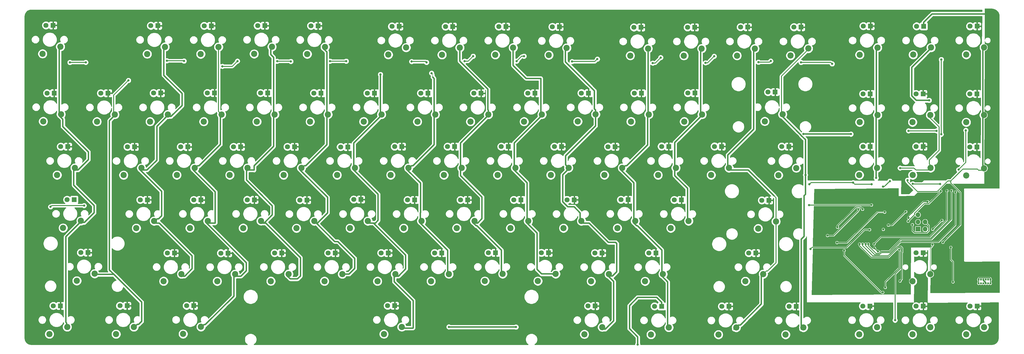
<source format=gbr>
G04 #@! TF.GenerationSoftware,KiCad,Pcbnew,5.1.4+dfsg1-1*
G04 #@! TF.CreationDate,2019-08-31T16:21:18+10:00*
G04 #@! TF.ProjectId,nummacro,6e756d6d-6163-4726-9f2e-6b696361645f,rev?*
G04 #@! TF.SameCoordinates,Original*
G04 #@! TF.FileFunction,Copper,L1,Top*
G04 #@! TF.FilePolarity,Positive*
%FSLAX46Y46*%
G04 Gerber Fmt 4.6, Leading zero omitted, Abs format (unit mm)*
G04 Created by KiCad (PCBNEW 5.1.4+dfsg1-1) date 2019-08-31 16:21:18*
%MOMM*%
%LPD*%
G04 APERTURE LIST*
%ADD10O,0.900000X1.700000*%
%ADD11O,0.900000X2.400000*%
%ADD12C,0.700000*%
%ADD13R,1.800000X1.800000*%
%ADD14C,1.800000*%
%ADD15C,2.200000*%
%ADD16R,1.700000X1.700000*%
%ADD17O,1.700000X1.700000*%
%ADD18C,0.800000*%
%ADD19C,0.500000*%
%ADD20C,0.300000*%
%ADD21C,0.200000*%
%ADD22C,0.100000*%
%ADD23C,0.254000*%
G04 APERTURE END LIST*
D10*
X375626300Y-116217600D03*
X366976300Y-116217600D03*
D11*
X375626300Y-119597600D03*
X366976300Y-119597600D03*
D12*
X371726300Y-119227600D03*
X374276300Y-119227600D03*
X373426300Y-119227600D03*
X372576300Y-119227600D03*
X368326300Y-119227600D03*
X370026300Y-119227600D03*
X370876300Y-119227600D03*
X369176300Y-119227600D03*
X374276300Y-120577600D03*
X373426300Y-120577600D03*
X372576300Y-120577600D03*
X371726300Y-120577600D03*
X370876300Y-120577600D03*
X370026300Y-120577600D03*
X369176300Y-120577600D03*
X368326300Y-120577600D03*
D13*
X40005000Y-52616100D03*
D14*
X37465000Y-52616100D03*
D15*
X54440000Y-117090000D03*
X48090000Y-119630000D03*
X290700000Y-100960000D03*
X297050000Y-98420000D03*
X286170000Y-119800000D03*
X292520000Y-117260000D03*
X207360000Y-62790000D03*
X213710000Y-60250000D03*
X364820000Y-138740000D03*
X371170000Y-136200000D03*
X194620000Y-60260000D03*
X188270000Y-62800000D03*
X169380000Y-62780000D03*
X175730000Y-60240000D03*
X156580000Y-60230000D03*
X150230000Y-62770000D03*
X131160000Y-62770000D03*
X137510000Y-60230000D03*
X118550000Y-60250000D03*
X112200000Y-62790000D03*
X93270000Y-62780000D03*
X99620000Y-60240000D03*
X80520000Y-60240000D03*
X74170000Y-62780000D03*
X55250000Y-62790000D03*
X61600000Y-60250000D03*
D13*
X349472100Y-52897900D03*
D14*
X346932100Y-52897900D03*
X346973500Y-71665900D03*
D13*
X349513500Y-71665900D03*
X349496400Y-109642700D03*
D14*
X346956400Y-109642700D03*
X346964000Y-128689100D03*
D13*
X349504000Y-128689100D03*
X368681000Y-28727400D03*
D14*
X366141000Y-28727400D03*
X366098100Y-52865300D03*
D13*
X368638100Y-52865300D03*
X368618900Y-71829100D03*
D14*
X366078900Y-71829100D03*
X366171600Y-128676200D03*
D13*
X368711600Y-128676200D03*
X330529100Y-128659400D03*
D14*
X327989100Y-128659400D03*
X284457100Y-29058500D03*
D13*
X286997100Y-29058500D03*
X330588100Y-71695300D03*
D14*
X328048100Y-71695300D03*
X328100500Y-52901000D03*
D13*
X330640500Y-52901000D03*
X330722900Y-28680900D03*
D14*
X328182900Y-28680900D03*
X303457100Y-29064700D03*
D13*
X305997100Y-29064700D03*
X304279300Y-128790700D03*
D14*
X301739300Y-128790700D03*
X299102900Y-71685900D03*
D13*
X301642900Y-71685900D03*
X296755800Y-52239500D03*
D14*
X294215800Y-52239500D03*
X292005200Y-90910200D03*
D13*
X294545200Y-90910200D03*
X289912400Y-109721600D03*
D14*
X287372400Y-109721600D03*
X49485200Y-109564700D03*
D13*
X52025200Y-109564700D03*
X349669000Y-28739600D03*
D14*
X347129000Y-28739600D03*
X93447000Y-28584300D03*
D13*
X95987000Y-28584300D03*
X256349600Y-128747300D03*
D14*
X253809600Y-128747300D03*
X251765700Y-109694600D03*
D13*
X254305700Y-109694600D03*
X244381100Y-90680000D03*
D14*
X241841100Y-90680000D03*
X246465500Y-29148500D03*
D13*
X249005500Y-29148500D03*
X249136000Y-52631600D03*
D14*
X246596000Y-52631600D03*
X277771500Y-128743500D03*
D13*
X280311500Y-128743500D03*
X258860700Y-71660800D03*
D14*
X256320700Y-71660800D03*
X260845300Y-90754200D03*
D13*
X263385300Y-90754200D03*
X268106700Y-29127000D03*
D14*
X265566700Y-29127000D03*
X265673800Y-52595100D03*
D13*
X268213800Y-52595100D03*
X97111100Y-52533800D03*
D14*
X94571100Y-52533800D03*
X199240500Y-71722700D03*
D13*
X201780500Y-71722700D03*
X239799900Y-71752400D03*
D14*
X237259900Y-71752400D03*
X232569000Y-109712700D03*
D13*
X235109000Y-109712700D03*
X232656300Y-128627600D03*
D14*
X230116300Y-128627600D03*
X227780600Y-52610800D03*
D13*
X230320600Y-52610800D03*
X225228700Y-90723500D03*
D14*
X222688700Y-90723500D03*
X218132800Y-71714800D03*
D13*
X220672800Y-71714800D03*
X219976500Y-28942100D03*
D14*
X217436500Y-28942100D03*
X213525700Y-109637600D03*
D13*
X216065700Y-109637600D03*
X211210000Y-52647300D03*
D14*
X208670000Y-52647300D03*
X203692700Y-90729200D03*
D13*
X206232700Y-90729200D03*
X200861800Y-28832100D03*
D14*
X198321800Y-28832100D03*
X275174200Y-71659700D03*
D13*
X277714200Y-71659700D03*
X178039100Y-109701100D03*
D14*
X175499100Y-109701100D03*
X179371800Y-28837500D03*
D13*
X181911800Y-28837500D03*
X182630000Y-71730000D03*
D14*
X180090000Y-71730000D03*
X184708800Y-90754200D03*
D13*
X187248800Y-90754200D03*
X192044200Y-52652700D03*
D14*
X189504200Y-52652700D03*
X170597700Y-52637300D03*
D13*
X173137700Y-52637300D03*
X168374100Y-90762700D03*
D14*
X165834100Y-90762700D03*
X161254300Y-71710000D03*
D13*
X163794300Y-71710000D03*
X162847500Y-28809400D03*
D14*
X160307500Y-28809400D03*
X158766300Y-128529800D03*
D13*
X161306300Y-128529800D03*
X159019200Y-109695200D03*
D14*
X156479200Y-109695200D03*
X99366800Y-109757300D03*
D13*
X101906800Y-109757300D03*
X154064300Y-52626000D03*
D14*
X151524300Y-52626000D03*
X108755600Y-90712700D03*
D13*
X111295600Y-90712700D03*
X115011000Y-28525400D03*
D14*
X112471000Y-28525400D03*
X113498900Y-52559200D03*
D13*
X116038900Y-52559200D03*
X121039200Y-109706500D03*
D14*
X118499200Y-109706500D03*
X123075700Y-71780400D03*
D13*
X125615700Y-71780400D03*
X130022600Y-90805000D03*
D14*
X127482600Y-90805000D03*
X131461300Y-28574300D03*
D13*
X134001300Y-28574300D03*
X135057800Y-52610000D03*
D14*
X132517800Y-52610000D03*
X137580500Y-109709200D03*
D13*
X140120500Y-109709200D03*
X144564100Y-71843900D03*
D14*
X142024100Y-71843900D03*
X146677800Y-90601700D03*
D13*
X149217800Y-90601700D03*
X92268000Y-90774900D03*
D14*
X89728000Y-90774900D03*
X87186400Y-128544700D03*
D13*
X89726400Y-128544700D03*
X87592000Y-71815700D03*
D14*
X85052000Y-71815700D03*
X80314800Y-109740700D03*
D13*
X82854800Y-109740700D03*
X77956100Y-52603100D03*
D14*
X75416100Y-52603100D03*
X74445800Y-28551200D03*
D13*
X76985800Y-28551200D03*
X73209300Y-90727700D03*
D14*
X70669300Y-90727700D03*
X66103500Y-71780400D03*
D13*
X68643500Y-71780400D03*
X65985200Y-128543100D03*
D14*
X63445200Y-128543100D03*
X56631800Y-52647900D03*
D13*
X59171800Y-52647900D03*
X197199600Y-109629500D03*
D14*
X194659600Y-109629500D03*
X44615100Y-90665300D03*
D13*
X47155100Y-90665300D03*
X106448000Y-71799700D03*
D14*
X103908000Y-71799700D03*
D13*
X39624700Y-28410300D03*
D14*
X37084700Y-28410300D03*
X39719000Y-128575200D03*
D13*
X42259000Y-128575200D03*
X44897900Y-71707300D03*
D14*
X42357900Y-71707300D03*
D16*
X347610000Y-101150000D03*
D17*
X350150000Y-101150000D03*
X347610000Y-98610000D03*
X350150000Y-98610000D03*
X347610000Y-96070000D03*
X350150000Y-96070000D03*
D15*
X75620000Y-98290000D03*
X69270000Y-100830000D03*
X161500000Y-117240000D03*
X155150000Y-119780000D03*
X293060000Y-62700000D03*
X299410000Y-60160000D03*
X304300000Y-79380000D03*
X297950000Y-81920000D03*
X117180000Y-119760000D03*
X123530000Y-117220000D03*
X43190000Y-100770000D03*
X49540000Y-98230000D03*
X240570000Y-100800000D03*
X246920000Y-98260000D03*
X212270000Y-119730000D03*
X218620000Y-117190000D03*
X113660000Y-98260000D03*
X107310000Y-100800000D03*
X326740000Y-81860000D03*
X333090000Y-79320000D03*
X345660000Y-138760000D03*
X352010000Y-136220000D03*
X108900000Y-79340000D03*
X102550000Y-81880000D03*
X345730000Y-81880000D03*
X352080000Y-79340000D03*
X270730000Y-60240000D03*
X264380000Y-62780000D03*
X42220000Y-36030000D03*
X35870000Y-38570000D03*
X73130000Y-38660000D03*
X79480000Y-36120000D03*
X98550000Y-36150000D03*
X92200000Y-38690000D03*
X117560000Y-36080000D03*
X111210000Y-38620000D03*
X130130000Y-38680000D03*
X136480000Y-36140000D03*
X159010000Y-38890000D03*
X165360000Y-36350000D03*
X184470000Y-36380000D03*
X178120000Y-38920000D03*
X203460000Y-36380000D03*
X197110000Y-38920000D03*
X216180000Y-39020000D03*
X222530000Y-36480000D03*
X251510000Y-36690000D03*
X245160000Y-39230000D03*
X264270000Y-39240000D03*
X270620000Y-36700000D03*
X289520000Y-36690000D03*
X283170000Y-39230000D03*
X302230000Y-39220000D03*
X308580000Y-36680000D03*
X250450000Y-119810000D03*
X256800000Y-117270000D03*
X258910000Y-136290000D03*
X252560000Y-138830000D03*
X151730000Y-98290000D03*
X145380000Y-100830000D03*
X170820000Y-98290000D03*
X164470000Y-100830000D03*
X352040000Y-60450000D03*
X345690000Y-62990000D03*
X197900000Y-81880000D03*
X204250000Y-79340000D03*
X326870000Y-63010000D03*
X333220000Y-60470000D03*
X183360000Y-100820000D03*
X189710000Y-98280000D03*
X202480000Y-100810000D03*
X208830000Y-98270000D03*
X227760000Y-98290000D03*
X221410000Y-100830000D03*
X92280000Y-136080000D03*
X85930000Y-138620000D03*
X255060000Y-81890000D03*
X261410000Y-79350000D03*
X38300000Y-138670000D03*
X44650000Y-136130000D03*
X326680000Y-138750000D03*
X333030000Y-136210000D03*
X62050000Y-138670000D03*
X68400000Y-136130000D03*
X193390000Y-119730000D03*
X199740000Y-117190000D03*
X180580000Y-117230000D03*
X174230000Y-119770000D03*
X216860000Y-81880000D03*
X223210000Y-79340000D03*
X235980000Y-81870000D03*
X242330000Y-79330000D03*
X371170000Y-36310000D03*
X364820000Y-38850000D03*
X237580000Y-117270000D03*
X231230000Y-119810000D03*
X371200000Y-79470000D03*
X364850000Y-82010000D03*
X364800000Y-63020000D03*
X371150000Y-60480000D03*
X333230000Y-36360000D03*
X326880000Y-38900000D03*
X71080000Y-79360000D03*
X64730000Y-81900000D03*
X265960000Y-98290000D03*
X259610000Y-100830000D03*
X121700000Y-81890000D03*
X128050000Y-79350000D03*
X235170000Y-136190000D03*
X228820000Y-138730000D03*
X273980000Y-81880000D03*
X280330000Y-79340000D03*
X300490000Y-138850000D03*
X306840000Y-136310000D03*
X276560000Y-138850000D03*
X282910000Y-136310000D03*
X88360000Y-100820000D03*
X94710000Y-98280000D03*
X345900000Y-38890000D03*
X352250000Y-36350000D03*
X157430000Y-138650000D03*
X163780000Y-136110000D03*
X147110000Y-79350000D03*
X140760000Y-81890000D03*
X41060000Y-81870000D03*
X47410000Y-79330000D03*
X36120000Y-62700000D03*
X42470000Y-60160000D03*
X185160000Y-79340000D03*
X178810000Y-81880000D03*
X245400000Y-62770000D03*
X251750000Y-60230000D03*
X345680000Y-119800000D03*
X352030000Y-117260000D03*
X142610000Y-117240000D03*
X136260000Y-119780000D03*
X90030000Y-79340000D03*
X83680000Y-81880000D03*
X104430000Y-117260000D03*
X98080000Y-119800000D03*
X166210000Y-79330000D03*
X159860000Y-81870000D03*
X85350000Y-117240000D03*
X79000000Y-119780000D03*
X126290000Y-100860000D03*
X132640000Y-98320000D03*
X226470000Y-62760000D03*
X232820000Y-60220000D03*
D18*
X335250000Y-101270000D03*
X310502300Y-113258600D03*
X315302900Y-113284000D03*
X318795400Y-109664500D03*
X316150000Y-97010000D03*
X329670000Y-90410000D03*
X337896630Y-86995224D03*
X342990000Y-90020000D03*
X247822720Y-142372080D03*
X360900000Y-87950000D03*
X45600000Y-41650000D03*
X51260000Y-41640000D03*
X80160000Y-41050000D03*
X86240000Y-41140000D03*
X99930000Y-43040000D03*
X105280000Y-41190000D03*
X119410000Y-41230000D03*
X124280000Y-41300000D03*
X138280000Y-41200000D03*
X144020000Y-41200000D03*
X167300000Y-41340000D03*
X172620000Y-41630000D03*
X186180000Y-41180000D03*
X189200000Y-39420000D03*
X204750000Y-41180000D03*
X207320000Y-39420000D03*
X224430000Y-41340000D03*
X233440000Y-40470000D03*
X253170000Y-41890000D03*
X256010000Y-39920000D03*
X275040000Y-39460000D03*
X290810000Y-41570000D03*
X295180000Y-41160000D03*
X305990000Y-41660000D03*
X317060000Y-42170000D03*
X271960000Y-41790000D03*
X359500000Y-87450000D03*
X364650000Y-65900000D03*
X323750000Y-67240000D03*
X344250000Y-66080000D03*
X354270000Y-66080000D03*
X362090000Y-79950000D03*
X306810000Y-67249998D03*
X357900000Y-87480000D03*
X308970000Y-85200000D03*
X331080000Y-85150000D03*
X345780000Y-85020000D03*
X355500000Y-85080000D03*
X324543409Y-84557635D03*
X309380000Y-108310000D03*
X330360000Y-101380000D03*
X341220000Y-119700000D03*
X339470000Y-133700000D03*
X204480000Y-136140000D03*
X180570000Y-136100000D03*
X174414988Y-45499946D03*
X307540001Y-81820000D03*
X327860000Y-94070000D03*
X318940000Y-100520000D03*
X332705000Y-82900000D03*
X335060000Y-123760000D03*
X321312701Y-108782701D03*
X356112313Y-98057687D03*
X352850000Y-101200000D03*
X351610000Y-55210000D03*
X341240000Y-79370000D03*
X352760000Y-106700000D03*
X343890000Y-83700000D03*
X337620000Y-84040000D03*
X335191011Y-86017990D03*
X66450000Y-48089990D03*
X156200000Y-45949957D03*
X337050000Y-99750000D03*
X345600000Y-99600000D03*
X318750000Y-105970000D03*
X335737200Y-95102680D03*
X362082600Y-120030000D03*
X353977800Y-120215040D03*
X353977800Y-122135040D03*
X368879120Y-123299220D03*
X338617560Y-94122240D03*
X334487520Y-105437940D03*
X335825000Y-115350000D03*
X329250040Y-115270280D03*
X364050580Y-122077480D03*
X328976627Y-106511268D03*
X329926528Y-106496720D03*
X331981260Y-106469826D03*
X327880980Y-106497120D03*
X326819260Y-106497120D03*
X356486460Y-105867200D03*
X332084661Y-107961643D03*
X333405692Y-109158280D03*
X343243843Y-94970390D03*
X359283000Y-107670600D03*
X360062600Y-120030000D03*
X315360000Y-103460000D03*
X326370000Y-94080000D03*
X331040000Y-92550000D03*
X308890000Y-92570000D03*
X50660000Y-92780000D03*
X38720000Y-93220000D03*
X343940000Y-88020000D03*
X344272008Y-97193328D03*
X351053400Y-91413090D03*
X335953100Y-122008900D03*
X340918800Y-108496100D03*
X344119200Y-98336100D03*
X355714300Y-87591900D03*
X355892100Y-67322700D03*
X355942900Y-40614600D03*
D19*
X311199500Y-110680500D02*
X311518300Y-110680500D01*
X247822720Y-142372080D02*
X247822720Y-139694920D01*
X247822720Y-139694920D02*
X244886480Y-136758680D01*
X244886480Y-136758680D02*
X244886480Y-128478280D01*
X244886480Y-128478280D02*
X247817640Y-125547120D01*
X256349600Y-127347300D02*
X256349600Y-128747300D01*
X254549420Y-125547120D02*
X256349600Y-127347300D01*
X247817640Y-125547120D02*
X254549420Y-125547120D01*
D20*
X45600000Y-41650000D02*
X51250000Y-41650000D01*
X51250000Y-41650000D02*
X51260000Y-41640000D01*
X80160000Y-41050000D02*
X86150000Y-41050000D01*
X86150000Y-41050000D02*
X86240000Y-41140000D01*
X105260000Y-41210000D02*
X105280000Y-41190000D01*
X119410000Y-41230000D02*
X124210000Y-41230000D01*
X124210000Y-41230000D02*
X124280000Y-41300000D01*
X138280000Y-41200000D02*
X144020000Y-41200000D01*
X167300000Y-41340000D02*
X172330000Y-41340000D01*
X172330000Y-41340000D02*
X172620000Y-41630000D01*
X186180000Y-41180000D02*
X187440000Y-41180000D01*
X187440000Y-41180000D02*
X189200000Y-39420000D01*
X204750000Y-41180000D02*
X206510000Y-39420000D01*
X206510000Y-39420000D02*
X207320000Y-39420000D01*
X224430000Y-41340000D02*
X232570000Y-41340000D01*
X232570000Y-41340000D02*
X233440000Y-40470000D01*
X253170000Y-41890000D02*
X254040000Y-41890000D01*
X254040000Y-41890000D02*
X256010000Y-39920000D01*
X290810000Y-41570000D02*
X294770000Y-41570000D01*
X294770000Y-41570000D02*
X295180000Y-41160000D01*
X305990000Y-41660000D02*
X316550000Y-41660000D01*
X316550000Y-41660000D02*
X317060000Y-42170000D01*
X103430000Y-43040000D02*
X105280000Y-41190000D01*
X99930000Y-43040000D02*
X103430000Y-43040000D01*
X272710000Y-41790000D02*
X271960000Y-41790000D01*
X275040000Y-39460000D02*
X272710000Y-41790000D01*
X354270000Y-66080000D02*
X344250000Y-66080000D01*
X364650000Y-77390000D02*
X364650000Y-65900000D01*
X362090000Y-79950000D02*
X364650000Y-77390000D01*
D19*
X323750000Y-67240000D02*
X306819998Y-67240000D01*
X306819998Y-67240000D02*
X306810000Y-67249998D01*
D20*
X355500000Y-85080000D02*
X345840000Y-85080000D01*
X345840000Y-85080000D02*
X345780000Y-85020000D01*
X309612365Y-84557635D02*
X324543409Y-84557635D01*
X325135774Y-85150000D02*
X324543409Y-84557635D01*
X308970000Y-85200000D02*
X309612365Y-84557635D01*
X331080000Y-85150000D02*
X325135774Y-85150000D01*
X328561998Y-101380000D02*
X330360000Y-101380000D01*
X322231998Y-107710000D02*
X328561998Y-101380000D01*
X309380000Y-108310000D02*
X309980000Y-107710000D01*
X309980000Y-107710000D02*
X322231998Y-107710000D01*
D19*
X204480000Y-136140000D02*
X180610000Y-136140000D01*
X180610000Y-136140000D02*
X180570000Y-136100000D01*
X47745810Y-100324190D02*
X44169094Y-103900906D01*
X44169094Y-103900906D02*
X44169094Y-134474916D01*
X44169094Y-134474916D02*
X44405000Y-134710822D01*
X44405000Y-134710822D02*
X44405000Y-136720000D01*
X49255000Y-98820000D02*
X47750810Y-100324190D01*
X47750810Y-100324190D02*
X47745810Y-100324190D01*
X54250000Y-92740000D02*
X54250000Y-95354885D01*
X50784885Y-98820000D02*
X49255000Y-98820000D01*
X54250000Y-95354885D02*
X50784885Y-98820000D01*
X47005000Y-85495000D02*
X54250000Y-92740000D01*
X47005000Y-80070000D02*
X47005000Y-85495000D01*
X52210000Y-73660000D02*
X52210000Y-76394885D01*
X52210000Y-76394885D02*
X48534885Y-80070000D01*
X48534885Y-80070000D02*
X47005000Y-80070000D01*
X43094984Y-64544984D02*
X52210000Y-73660000D01*
X42105000Y-60970000D02*
X43094984Y-61959984D01*
X43094984Y-61959984D02*
X43094984Y-64544984D01*
X41805000Y-36770000D02*
X41805000Y-60670000D01*
X41805000Y-60670000D02*
X42105000Y-60970000D01*
X89130000Y-110730000D02*
X89130000Y-115324885D01*
X89130000Y-115324885D02*
X86484885Y-117970000D01*
X86484885Y-117970000D02*
X84955000Y-117970000D01*
X77420000Y-99020000D02*
X89130000Y-110730000D01*
X75205000Y-99020000D02*
X77420000Y-99020000D01*
X75205000Y-99020000D02*
X76709190Y-97515810D01*
X76709190Y-97515810D02*
X77187532Y-97515810D01*
X77187532Y-97515810D02*
X78280906Y-96422436D01*
X78280906Y-96422436D02*
X78280906Y-87695906D01*
X78280906Y-87695906D02*
X70655000Y-80070000D01*
X80105000Y-60970000D02*
X76570000Y-64505000D01*
X76570000Y-64505000D02*
X76570000Y-76570000D01*
X76570000Y-76570000D02*
X73070000Y-80070000D01*
X73070000Y-80070000D02*
X70655000Y-80070000D01*
X85560000Y-52770000D02*
X85560000Y-57044885D01*
X85560000Y-57044885D02*
X81634885Y-60970000D01*
X81634885Y-60970000D02*
X80105000Y-60970000D01*
X79055000Y-46265000D02*
X85560000Y-52770000D01*
X79055000Y-36870000D02*
X79055000Y-46265000D01*
X89605000Y-80070000D02*
X91109190Y-78565810D01*
X91109190Y-78565810D02*
X91587532Y-78565810D01*
X99205000Y-70948342D02*
X99205000Y-60970000D01*
X91587532Y-78565810D02*
X99205000Y-70948342D01*
X97320000Y-99020000D02*
X97380906Y-98959094D01*
X97380906Y-98959094D02*
X97380906Y-87845906D01*
X97380906Y-87845906D02*
X89605000Y-80070000D01*
X94305000Y-99020000D02*
X97320000Y-99020000D01*
X108430000Y-116060000D02*
X108430000Y-113145000D01*
X108430000Y-113145000D02*
X94305000Y-99020000D01*
X106520000Y-117970000D02*
X108430000Y-116060000D01*
X104005000Y-117970000D02*
X106520000Y-117970000D01*
X91855000Y-136820000D02*
X93359190Y-135315810D01*
X93359190Y-135315810D02*
X93837532Y-135315810D01*
X93837532Y-135315810D02*
X104005000Y-125148342D01*
X104005000Y-125148342D02*
X104005000Y-117970000D01*
D20*
X98520001Y-59140001D02*
X98520001Y-55259999D01*
X99620000Y-60240000D02*
X98520001Y-59140001D01*
X98550000Y-55230000D02*
X98550000Y-36150000D01*
X98520001Y-55259999D02*
X98550000Y-55230000D01*
D19*
X126680016Y-118959984D02*
X127730000Y-117910000D01*
X127730000Y-117910000D02*
X127730000Y-111390000D01*
X123105000Y-117970000D02*
X124094984Y-118959984D01*
X124094984Y-118959984D02*
X126680016Y-118959984D01*
X115360000Y-99020000D02*
X127730000Y-111390000D01*
X113255000Y-99020000D02*
X115360000Y-99020000D01*
X117680000Y-92830000D02*
X117680000Y-96124885D01*
X114784885Y-99020000D02*
X113255000Y-99020000D01*
X117680000Y-96124885D02*
X114784885Y-99020000D01*
X113265000Y-88415000D02*
X117680000Y-92830000D01*
X108505000Y-83665000D02*
X113255000Y-88415000D01*
X113255000Y-88415000D02*
X113265000Y-88415000D01*
X108505000Y-80070000D02*
X108505000Y-83665000D01*
X111214190Y-80115810D02*
X111168380Y-80070000D01*
X111168380Y-80070000D02*
X108505000Y-80070000D01*
X118155000Y-71625000D02*
X111214190Y-78565810D01*
X111214190Y-78565810D02*
X111214190Y-80115810D01*
X118155000Y-60970000D02*
X118155000Y-71625000D01*
X117155000Y-36820000D02*
X117155000Y-38829178D01*
X117155000Y-38829178D02*
X118155000Y-39829178D01*
X118155000Y-39829178D02*
X118155000Y-60970000D01*
X137105000Y-60970000D02*
X137105000Y-37920000D01*
X137105000Y-37920000D02*
X136055000Y-36870000D01*
X127605000Y-80070000D02*
X129109190Y-78565810D01*
X129109190Y-78565810D02*
X129587532Y-78565810D01*
X129587532Y-78565810D02*
X137105000Y-71048342D01*
X137105000Y-71048342D02*
X137105000Y-60970000D01*
X137380000Y-95374885D02*
X137380000Y-89845000D01*
X137380000Y-89845000D02*
X127605000Y-80070000D01*
X132205000Y-99020000D02*
X133734885Y-99020000D01*
X133734885Y-99020000D02*
X137380000Y-95374885D01*
X175300000Y-60950000D02*
X175300000Y-47400000D01*
X165805000Y-80070000D02*
X167309190Y-78565810D01*
X167309190Y-78565810D02*
X167787532Y-78565810D01*
X167787532Y-78565810D02*
X175305000Y-71048342D01*
X175305000Y-71048342D02*
X175305000Y-60970000D01*
X170470000Y-95286658D02*
X170470000Y-84735000D01*
X170470000Y-84735000D02*
X165805000Y-80070000D01*
X170405000Y-99020000D02*
X170405000Y-95351658D01*
X170405000Y-95351658D02*
X170470000Y-95286658D01*
X180155000Y-117970000D02*
X180155000Y-108770000D01*
X180155000Y-108770000D02*
X170405000Y-99020000D01*
D20*
X175285000Y-47400000D02*
X175300000Y-47400000D01*
X175190000Y-47305000D02*
X175285000Y-47400000D01*
D19*
X175190000Y-47225002D02*
X174814987Y-46849989D01*
D21*
X175305000Y-47420000D02*
X175305000Y-47340002D01*
D19*
X175190000Y-47305000D02*
X175190000Y-47225002D01*
D21*
X175305000Y-47340002D02*
X174814987Y-46849989D01*
X174814987Y-45899945D02*
X174414988Y-45499946D01*
X174814987Y-46849989D02*
X174814987Y-45899945D01*
D19*
X189305000Y-99020000D02*
X190294984Y-100009984D01*
X190294984Y-100009984D02*
X190599986Y-100009984D01*
X199305000Y-108714998D02*
X199305000Y-117920000D01*
X190599986Y-100009984D02*
X199305000Y-108714998D01*
X184755000Y-82079178D02*
X192380906Y-89705084D01*
X189305000Y-99020000D02*
X190834885Y-99020000D01*
X190834885Y-99020000D02*
X192380906Y-97473979D01*
X192380906Y-97473979D02*
X192380906Y-89705084D01*
X184755000Y-80070000D02*
X184755000Y-82079178D01*
X194205000Y-60970000D02*
X184755000Y-70420000D01*
X184755000Y-70420000D02*
X184755000Y-80070000D01*
X194620000Y-58704366D02*
X194490000Y-58574366D01*
X194620000Y-60260000D02*
X194620000Y-58704366D01*
X194490000Y-58574366D02*
X194490000Y-51250000D01*
X184470000Y-41230000D02*
X184470000Y-36380000D01*
X194490000Y-51250000D02*
X184470000Y-41230000D01*
X203460000Y-42730000D02*
X203460000Y-36380000D01*
X208100000Y-47370000D02*
X203460000Y-42730000D01*
X211979999Y-115594981D02*
X211979999Y-102594999D01*
X211979999Y-102594999D02*
X208405000Y-99020000D01*
X217478906Y-117193906D02*
X213578924Y-117193906D01*
X213578924Y-117193906D02*
X211979999Y-115594981D01*
X213305000Y-60970000D02*
X213305000Y-47370000D01*
X208405000Y-99020000D02*
X208405000Y-84620000D01*
X218205000Y-117920000D02*
X217478906Y-117193906D01*
X213305000Y-47370000D02*
X208100000Y-47370000D01*
X208405000Y-84620000D02*
X203855000Y-80070000D01*
X203855000Y-80070000D02*
X203855000Y-70420000D01*
X203855000Y-70420000D02*
X213305000Y-60970000D01*
X237305000Y-117920000D02*
X239270000Y-119885000D01*
X239270000Y-119885000D02*
X239270000Y-133934885D01*
X239270000Y-133934885D02*
X236284885Y-136920000D01*
X236284885Y-136920000D02*
X234755000Y-136920000D01*
X239930000Y-105910000D02*
X240380906Y-106360906D01*
X240380906Y-106360906D02*
X240380906Y-116373979D01*
X238834885Y-117920000D02*
X237305000Y-117920000D01*
X240380906Y-116373979D02*
X238834885Y-117920000D01*
X237390000Y-105910000D02*
X239930000Y-105910000D01*
X230500000Y-99020000D02*
X237390000Y-105910000D01*
X227355000Y-99020000D02*
X230500000Y-99020000D01*
X222805000Y-80070000D02*
X221129999Y-81745001D01*
X222922092Y-93206094D02*
X225171076Y-93206094D01*
X221129999Y-81745001D02*
X221129999Y-91414001D01*
X221129999Y-91414001D02*
X222922092Y-93206094D01*
X225171076Y-93206094D02*
X227355000Y-95390018D01*
X227355000Y-95390018D02*
X227355000Y-99020000D01*
X222105000Y-37220000D02*
X222105000Y-41464998D01*
X222105000Y-41464998D02*
X232405000Y-51764998D01*
X232820000Y-58664366D02*
X232820000Y-60220000D01*
X232405000Y-58249366D02*
X232820000Y-58664366D01*
X232405000Y-51764998D02*
X232405000Y-58249366D01*
X222110001Y-78240001D02*
X223210000Y-79340000D01*
X222110001Y-75019999D02*
X222110001Y-78240001D01*
X232820000Y-64310000D02*
X222110001Y-75019999D01*
X232820000Y-60220000D02*
X232820000Y-64310000D01*
X241905000Y-80070000D02*
X243409190Y-78565810D01*
X243409190Y-78565810D02*
X243887532Y-78565810D01*
X243887532Y-78565810D02*
X251355000Y-71098342D01*
X251355000Y-71098342D02*
X251355000Y-60970000D01*
X246455000Y-99020000D02*
X246455000Y-84620000D01*
X246455000Y-84620000D02*
X241905000Y-80070000D01*
X256405000Y-117920000D02*
X256405000Y-108714998D01*
X256405000Y-108714998D02*
X247699986Y-100009984D01*
X247699986Y-100009984D02*
X247444984Y-100009984D01*
X247444984Y-100009984D02*
X246455000Y-99020000D01*
X258505000Y-137020000D02*
X258505000Y-120020000D01*
X258505000Y-120020000D02*
X256405000Y-117920000D01*
X251510000Y-59990000D02*
X251750000Y-60230000D01*
X251510000Y-36690000D02*
X251510000Y-59990000D01*
X261005000Y-80070000D02*
X261005000Y-82079178D01*
X261005000Y-82079178D02*
X265555000Y-86629178D01*
X265555000Y-86629178D02*
X265555000Y-99020000D01*
X270305000Y-60970000D02*
X261005000Y-70270000D01*
X261005000Y-70270000D02*
X261005000Y-80070000D01*
X270205000Y-37420000D02*
X270205000Y-60870000D01*
X270205000Y-60870000D02*
X270305000Y-60970000D01*
X289105000Y-65517830D02*
X289105000Y-37420000D01*
X279905000Y-74717830D02*
X289105000Y-65517830D01*
X284384192Y-135415810D02*
X291855000Y-127945002D01*
X283609190Y-135415810D02*
X284384192Y-135415810D01*
X279905000Y-80070000D02*
X279905000Y-74717830D01*
X282105000Y-136920000D02*
X283609190Y-135415810D01*
X291855000Y-127945002D02*
X291855000Y-117470000D01*
X296405000Y-89314998D02*
X287160002Y-80070000D01*
X287160002Y-80070000D02*
X279905000Y-80070000D01*
D20*
X297050000Y-89959998D02*
X297050000Y-98420000D01*
X296405000Y-89314998D02*
X297050000Y-89959998D01*
X293619999Y-116160001D02*
X292520000Y-117260000D01*
X294052001Y-116160001D02*
X293619999Y-116160001D01*
X297050000Y-113162002D02*
X294052001Y-116160001D01*
X297050000Y-98420000D02*
X297050000Y-113162002D01*
X299005000Y-60620000D02*
X299005000Y-46570000D01*
X299005000Y-46570000D02*
X308155000Y-37420000D01*
D19*
X307065001Y-103804001D02*
X307065001Y-89267001D01*
X306009998Y-67624998D02*
X299005000Y-60620000D01*
X307065001Y-89267001D02*
X307540001Y-88792001D01*
X306009998Y-67714002D02*
X306009998Y-67624998D01*
X307540001Y-88792001D02*
X307540001Y-69244005D01*
X306055000Y-104814002D02*
X307065001Y-103804001D01*
X307540001Y-69244005D02*
X306009998Y-67714002D01*
X306055000Y-136920000D02*
X306055000Y-104814002D01*
D20*
X318940000Y-100520000D02*
X318940000Y-99954315D01*
X318940000Y-99954315D02*
X325664316Y-93229999D01*
X325664316Y-93229999D02*
X327019999Y-93229999D01*
X327019999Y-93229999D02*
X327860000Y-94070000D01*
D19*
X332705000Y-80070000D02*
X332705000Y-82900000D01*
X332805000Y-61220000D02*
X332805000Y-37070000D01*
X332705000Y-80070000D02*
X332705000Y-61320000D01*
X332705000Y-61320000D02*
X332805000Y-61220000D01*
D20*
X321312701Y-110578386D02*
X321312701Y-108782701D01*
X335060000Y-123760000D02*
X334494315Y-123760000D01*
X334494315Y-123760000D02*
X321312701Y-110578386D01*
X352030000Y-136200000D02*
X352010000Y-136220000D01*
X356112313Y-98057687D02*
X352970000Y-101200000D01*
X352970000Y-101200000D02*
X352850000Y-101200000D01*
D19*
X351610000Y-55210000D02*
X347025998Y-55210000D01*
X347025998Y-55210000D02*
X345429999Y-53614001D01*
X345429999Y-53614001D02*
X345429999Y-43445001D01*
X345429999Y-43445001D02*
X351805000Y-37070000D01*
D20*
X351655000Y-61220000D02*
X355120001Y-64685001D01*
X355120001Y-64685001D02*
X355120001Y-73084657D01*
X355120001Y-73084657D02*
X351655000Y-76549658D01*
X346922906Y-80070000D02*
X346222906Y-79370000D01*
X346222906Y-79370000D02*
X341240000Y-79370000D01*
X351655000Y-80070000D02*
X351220000Y-80070000D01*
X351220000Y-80070000D02*
X346922906Y-80070000D01*
X351950000Y-79340000D02*
X351220000Y-80070000D01*
X352080000Y-79340000D02*
X351950000Y-79340000D01*
X351655000Y-76549658D02*
X351655000Y-77975000D01*
X352080000Y-78400000D02*
X351655000Y-77975000D01*
X352080000Y-79340000D02*
X352080000Y-78400000D01*
D21*
X352030000Y-107995685D02*
X352030000Y-117260000D01*
X352760000Y-107265685D02*
X352030000Y-107995685D01*
X352760000Y-106700000D02*
X352760000Y-107265685D01*
D20*
X363626444Y-79703556D02*
X368758671Y-79703556D01*
X369225115Y-80170000D02*
X370755000Y-80170000D01*
X368758671Y-79703556D02*
X369225115Y-80170000D01*
D19*
X370755000Y-61220000D02*
X370755000Y-37070000D01*
X370755000Y-80170000D02*
X370755000Y-61220000D01*
D20*
X337620000Y-84040000D02*
X335642010Y-86017990D01*
X335642010Y-86017990D02*
X335191011Y-86017990D01*
X359340000Y-83990000D02*
X359340000Y-84770000D01*
X359340000Y-84770000D02*
X362690000Y-88120000D01*
X359340000Y-83990000D02*
X363626444Y-79703556D01*
X362690000Y-88120000D02*
X362690000Y-99666200D01*
D19*
X69609190Y-135215810D02*
X68105000Y-136720000D01*
X71180906Y-134122436D02*
X70087532Y-135215810D01*
X71180906Y-127277904D02*
X71180906Y-134122436D01*
X54055000Y-117370000D02*
X61273002Y-117370000D01*
X61273002Y-117370000D02*
X71180906Y-127277904D01*
X70087532Y-135215810D02*
X69609190Y-135215810D01*
X59700810Y-115797808D02*
X61273002Y-117370000D01*
X61205000Y-60970000D02*
X59700810Y-62474190D01*
X59700810Y-62474190D02*
X59700810Y-115797808D01*
D20*
X61205000Y-53334990D02*
X66450000Y-48089990D01*
X61205000Y-60970000D02*
X61205000Y-53334990D01*
D19*
X156205000Y-60970000D02*
X156205000Y-46395000D01*
X167860000Y-136430000D02*
X167770000Y-136520000D01*
X167770000Y-136520000D02*
X163355000Y-136520000D01*
X167860000Y-126734178D02*
X167860000Y-136430000D01*
X161105000Y-117970000D02*
X161105000Y-119979178D01*
X161105000Y-119979178D02*
X167860000Y-126734178D01*
X165200000Y-110480000D02*
X165200000Y-115404885D01*
X165200000Y-115404885D02*
X162634885Y-117970000D01*
X162634885Y-117970000D02*
X161105000Y-117970000D01*
X153740000Y-99020000D02*
X165200000Y-110480000D01*
X151305000Y-99020000D02*
X153740000Y-99020000D01*
X151305000Y-99020000D02*
X154430000Y-99020000D01*
X154430000Y-99020000D02*
X155390000Y-98060000D01*
X155390000Y-98060000D02*
X155390000Y-88755000D01*
X155390000Y-88755000D02*
X146705000Y-80070000D01*
X156205000Y-60970000D02*
X146705000Y-70470000D01*
X146705000Y-70470000D02*
X146705000Y-80070000D01*
D20*
X156205000Y-46395000D02*
X156200000Y-46390000D01*
X156200000Y-46390000D02*
X156200000Y-45949957D01*
X345600000Y-99600000D02*
X345600000Y-101650002D01*
X345600000Y-101650002D02*
X346399999Y-102450001D01*
X346399999Y-102450001D02*
X350774001Y-102450001D01*
X351450001Y-99910001D02*
X350150000Y-98610000D01*
X350774001Y-102450001D02*
X351450001Y-101774001D01*
X351450001Y-101774001D02*
X351450001Y-99910001D01*
X322330000Y-105970000D02*
X318750000Y-105970000D01*
X322330000Y-105970000D02*
X333160000Y-95140000D01*
D19*
X349669000Y-28739600D02*
X349669000Y-27339600D01*
X352662700Y-24345900D02*
X372465600Y-24345900D01*
X349669000Y-27339600D02*
X352662700Y-24345900D01*
D20*
X332207966Y-110308292D02*
X328976627Y-107076953D01*
X337576052Y-109530022D02*
X334706363Y-109530022D01*
X354940000Y-105720000D02*
X341386074Y-105720000D01*
X333928093Y-110308292D02*
X332207966Y-110308292D01*
X360900000Y-99760000D02*
X354940000Y-105720000D01*
X341386074Y-105720000D02*
X337576052Y-109530022D01*
X334706363Y-109530022D02*
X333928093Y-110308292D01*
X328976627Y-107076953D02*
X328976627Y-106511268D01*
X360900000Y-87950000D02*
X360900000Y-99760000D01*
X341645392Y-104824271D02*
X337389652Y-109080011D01*
X333741693Y-109858281D02*
X332722404Y-109858281D01*
X359500000Y-97730000D02*
X352405729Y-104824271D01*
X329926528Y-107062405D02*
X329926528Y-106496720D01*
X332722404Y-109858281D02*
X329926528Y-107062405D01*
X334519963Y-109080011D02*
X333741693Y-109858281D01*
X337389652Y-109080011D02*
X334519963Y-109080011D01*
X352405729Y-104824271D02*
X341645392Y-104824271D01*
X359500000Y-87450000D02*
X359500000Y-97730000D01*
X357900000Y-97950000D02*
X351880000Y-103970000D01*
X334481086Y-103970000D02*
X331981260Y-106469826D01*
X351880000Y-103970000D02*
X334481086Y-103970000D01*
X357900000Y-87480000D02*
X357900000Y-97950000D01*
X327880980Y-107062805D02*
X327880980Y-106497120D01*
X341856922Y-109560593D02*
X342068813Y-109348702D01*
X341220000Y-119700000D02*
X341856922Y-119063078D01*
X340396398Y-107346087D02*
X336984182Y-110758303D01*
X331576478Y-110758303D02*
X327880980Y-107062805D01*
X342068813Y-107973698D02*
X341441202Y-107346087D01*
X341856922Y-119063078D02*
X341856922Y-109560593D01*
X341441202Y-107346087D02*
X340396398Y-107346087D01*
X336984182Y-110758303D02*
X331576478Y-110758303D01*
X342068813Y-109348702D02*
X342068813Y-107973698D01*
X330964769Y-111208314D02*
X326819260Y-107062805D01*
X337170582Y-111208314D02*
X330964769Y-111208314D01*
X339470000Y-133700000D02*
X339470000Y-117185311D01*
X341406911Y-115248400D02*
X341406911Y-109374193D01*
X341254802Y-107796098D02*
X340582798Y-107796098D01*
X326819260Y-107062805D02*
X326819260Y-106497120D01*
X341618802Y-109162302D02*
X341618802Y-108160098D01*
X341406911Y-109374193D02*
X341618802Y-109162302D01*
X339470000Y-117185311D02*
X341406911Y-115248400D01*
X341618802Y-108160098D02*
X341254802Y-107796098D01*
X340582798Y-107796098D02*
X337170582Y-111208314D01*
D19*
X142610000Y-117240000D02*
X145040400Y-117240000D01*
X145040400Y-117240000D02*
X147040600Y-115239800D01*
X147040600Y-115239800D02*
X147040600Y-111620300D01*
X147040600Y-111620300D02*
X141046200Y-105625900D01*
X139945900Y-105625900D02*
X132640000Y-98320000D01*
X141046200Y-105625900D02*
X139945900Y-105625900D01*
D20*
X362690000Y-99666200D02*
X358237790Y-104118410D01*
X358237790Y-104118410D02*
X358235250Y-104118410D01*
X358235250Y-104118410D02*
X356486460Y-105867200D01*
X354460197Y-87809999D02*
X358280196Y-83990000D01*
X347434314Y-87809999D02*
X354460197Y-87809999D01*
X358280196Y-83990000D02*
X359340000Y-83990000D01*
X343890000Y-84265685D02*
X347434314Y-87809999D01*
X343890000Y-83700000D02*
X343890000Y-84265685D01*
X332084661Y-107961643D02*
X333281298Y-109158280D01*
X333281298Y-109158280D02*
X333405692Y-109158280D01*
X338464233Y-99750000D02*
X343243843Y-94970390D01*
X337050000Y-99750000D02*
X338464233Y-99750000D01*
D21*
X333197320Y-95102680D02*
X335737200Y-95102680D01*
X333160000Y-95140000D02*
X333197320Y-95102680D01*
D19*
X371726300Y-120317598D02*
X371726300Y-120577600D01*
X370876300Y-119467598D02*
X371726300Y-120317598D01*
X370876300Y-119227600D02*
X370876300Y-119467598D01*
D20*
X359232200Y-107721400D02*
X359283000Y-107670600D01*
X359283000Y-107670600D02*
X359283000Y-112087660D01*
X359283000Y-112087660D02*
X360062600Y-112867260D01*
X360062600Y-112867260D02*
X360062600Y-120030000D01*
X326370000Y-94080000D02*
X326370000Y-94645685D01*
X326370000Y-94645685D02*
X317555685Y-103460000D01*
X317555685Y-103460000D02*
X315360000Y-103460000D01*
X308890000Y-92570000D02*
X331020000Y-92570000D01*
X331020000Y-92570000D02*
X331040000Y-92550000D01*
X38720000Y-93220000D02*
X39160000Y-92780000D01*
X39160000Y-92780000D02*
X50660000Y-92780000D01*
X369176300Y-120577600D02*
X369176300Y-119227600D01*
X373426300Y-118732626D02*
X373426300Y-119227600D01*
X373271273Y-118577599D02*
X373426300Y-118732626D01*
X369176300Y-118732626D02*
X369331327Y-118577599D01*
X369331327Y-118577599D02*
X373271273Y-118577599D01*
X369176300Y-119227600D02*
X369176300Y-118732626D01*
X373426300Y-120577600D02*
X373426300Y-119227600D01*
X349486561Y-91413090D02*
X351053400Y-91413090D01*
X344272008Y-97193328D02*
X344272008Y-96627643D01*
X344272008Y-96627643D02*
X349486561Y-91413090D01*
X335953100Y-122008900D02*
X335953100Y-120065800D01*
X335953100Y-120065800D02*
X340918800Y-115100100D01*
X340918800Y-115100100D02*
X340918800Y-108496100D01*
X346459999Y-95517999D02*
X349864898Y-92113100D01*
X344119200Y-98336100D02*
X346459999Y-95995301D01*
X346459999Y-95995301D02*
X346459999Y-95517999D01*
X349864898Y-92113100D02*
X351434400Y-92113100D01*
X355714300Y-87833200D02*
X355714300Y-87591900D01*
X351434400Y-92113100D02*
X355714300Y-87833200D01*
X355892100Y-67322700D02*
X355892100Y-40665400D01*
X355892100Y-40665400D02*
X355942900Y-40614600D01*
D22*
G36*
X374368737Y-22478909D02*
G01*
X374887020Y-22635388D01*
X375365035Y-22889553D01*
X375784582Y-23231728D01*
X376129673Y-23648872D01*
X376387169Y-24125101D01*
X376547263Y-24642282D01*
X376604968Y-25191298D01*
X376605001Y-25200850D01*
X376605000Y-86575000D01*
X364241047Y-86575000D01*
X364230000Y-86573912D01*
X364218953Y-86575000D01*
X364185892Y-86578256D01*
X364143480Y-86591122D01*
X364104392Y-86612015D01*
X364070132Y-86640132D01*
X364042015Y-86674392D01*
X364021122Y-86713480D01*
X364008256Y-86755892D01*
X364003912Y-86800000D01*
X364005001Y-86811057D01*
X364005000Y-112568980D01*
X364003913Y-112580037D01*
X364005633Y-112597471D01*
X364008256Y-112624107D01*
X364008262Y-112624128D01*
X364008264Y-112624145D01*
X364014005Y-112643058D01*
X364021122Y-112666519D01*
X364021132Y-112666538D01*
X364021137Y-112666554D01*
X364031329Y-112685614D01*
X364042015Y-112705607D01*
X364042026Y-112705621D01*
X364042036Y-112705639D01*
X364055581Y-112722138D01*
X364070132Y-112739868D01*
X364070149Y-112739882D01*
X364070159Y-112739894D01*
X364083186Y-112750582D01*
X364104392Y-112767985D01*
X364104414Y-112767997D01*
X364104424Y-112768005D01*
X364119311Y-112775959D01*
X364143480Y-112788878D01*
X364143500Y-112788884D01*
X364143515Y-112788892D01*
X364161652Y-112794391D01*
X364185892Y-112801744D01*
X364185914Y-112801746D01*
X364185930Y-112801751D01*
X364203789Y-112803507D01*
X364230000Y-112806088D01*
X364241074Y-112804997D01*
X376695001Y-112802918D01*
X376695001Y-123823257D01*
X352058629Y-123952536D01*
X352078782Y-118560000D01*
X352158039Y-118560000D01*
X352409196Y-118510042D01*
X352645781Y-118412045D01*
X352858702Y-118269776D01*
X353039776Y-118088702D01*
X353182045Y-117875781D01*
X353280042Y-117639196D01*
X353330000Y-117388039D01*
X353330000Y-117131961D01*
X353280042Y-116880804D01*
X353182045Y-116644219D01*
X353039776Y-116431298D01*
X352858702Y-116250224D01*
X352645781Y-116107955D01*
X352409196Y-116009958D01*
X352330000Y-115994205D01*
X352330000Y-115121997D01*
X352369502Y-115217362D01*
X352484411Y-115389336D01*
X352630664Y-115535589D01*
X352802638Y-115650498D01*
X352993726Y-115729650D01*
X353196584Y-115770000D01*
X353403416Y-115770000D01*
X353606274Y-115729650D01*
X353797362Y-115650498D01*
X353969336Y-115535589D01*
X354115589Y-115389336D01*
X354230498Y-115217362D01*
X354309650Y-115026274D01*
X354350000Y-114823416D01*
X354350000Y-114616584D01*
X354309650Y-114413726D01*
X354230498Y-114222638D01*
X354115589Y-114050664D01*
X353969336Y-113904411D01*
X353797362Y-113789502D01*
X353606274Y-113710350D01*
X353403416Y-113670000D01*
X353196584Y-113670000D01*
X352993726Y-113710350D01*
X352802638Y-113789502D01*
X352630664Y-113904411D01*
X352484411Y-114050664D01*
X352369502Y-114222638D01*
X352330000Y-114318003D01*
X352330000Y-108119948D01*
X352838443Y-107611505D01*
X358683000Y-107611505D01*
X358683000Y-107729695D01*
X358706058Y-107845614D01*
X358751287Y-107954807D01*
X358816950Y-108053078D01*
X358900522Y-108136650D01*
X358933000Y-108158351D01*
X358933001Y-112070462D01*
X358931307Y-112087660D01*
X358938065Y-112156271D01*
X358958079Y-112222247D01*
X358990579Y-112283050D01*
X359034316Y-112336345D01*
X359047676Y-112347309D01*
X359712600Y-113012234D01*
X359712601Y-119542248D01*
X359680122Y-119563950D01*
X359596550Y-119647522D01*
X359530887Y-119745793D01*
X359485658Y-119854986D01*
X359462600Y-119970905D01*
X359462600Y-120089095D01*
X359485658Y-120205014D01*
X359530887Y-120314207D01*
X359596550Y-120412478D01*
X359680122Y-120496050D01*
X359778393Y-120561713D01*
X359887586Y-120606942D01*
X360003505Y-120630000D01*
X360121695Y-120630000D01*
X360237614Y-120606942D01*
X360346807Y-120561713D01*
X360445078Y-120496050D01*
X360528650Y-120412478D01*
X360594313Y-120314207D01*
X360639542Y-120205014D01*
X360662600Y-120089095D01*
X360662600Y-119970905D01*
X360639542Y-119854986D01*
X360594313Y-119745793D01*
X360528650Y-119647522D01*
X360445078Y-119563950D01*
X360412600Y-119542249D01*
X360412600Y-119173430D01*
X368626300Y-119173430D01*
X368626300Y-119281770D01*
X368647436Y-119388029D01*
X368688897Y-119488123D01*
X368749087Y-119578204D01*
X368825696Y-119654813D01*
X368826301Y-119655217D01*
X368826300Y-120149983D01*
X368825696Y-120150387D01*
X368749087Y-120226996D01*
X368688897Y-120317077D01*
X368647436Y-120417171D01*
X368626300Y-120523430D01*
X368626300Y-120631770D01*
X368647436Y-120738029D01*
X368688897Y-120838123D01*
X368749087Y-120928204D01*
X368825696Y-121004813D01*
X368915777Y-121065003D01*
X369015871Y-121106464D01*
X369122130Y-121127600D01*
X369230470Y-121127600D01*
X369336729Y-121106464D01*
X369436823Y-121065003D01*
X369526904Y-121004813D01*
X369601300Y-120930417D01*
X369675696Y-121004813D01*
X369765777Y-121065003D01*
X369865871Y-121106464D01*
X369972130Y-121127600D01*
X370080470Y-121127600D01*
X370186729Y-121106464D01*
X370286823Y-121065003D01*
X370376904Y-121004813D01*
X370451300Y-120930417D01*
X370525696Y-121004813D01*
X370615777Y-121065003D01*
X370715871Y-121106464D01*
X370822130Y-121127600D01*
X370930470Y-121127600D01*
X371036729Y-121106464D01*
X371136823Y-121065003D01*
X371226904Y-121004813D01*
X371301300Y-120930417D01*
X371375696Y-121004813D01*
X371465777Y-121065003D01*
X371565871Y-121106464D01*
X371672130Y-121127600D01*
X371780470Y-121127600D01*
X371886729Y-121106464D01*
X371986823Y-121065003D01*
X372076904Y-121004813D01*
X372151300Y-120930417D01*
X372225696Y-121004813D01*
X372315777Y-121065003D01*
X372415871Y-121106464D01*
X372522130Y-121127600D01*
X372630470Y-121127600D01*
X372736729Y-121106464D01*
X372836823Y-121065003D01*
X372926904Y-121004813D01*
X373001300Y-120930417D01*
X373075696Y-121004813D01*
X373165777Y-121065003D01*
X373265871Y-121106464D01*
X373372130Y-121127600D01*
X373480470Y-121127600D01*
X373586729Y-121106464D01*
X373686823Y-121065003D01*
X373776904Y-121004813D01*
X373853513Y-120928204D01*
X373913703Y-120838123D01*
X373955164Y-120738029D01*
X373976300Y-120631770D01*
X373976300Y-120523430D01*
X373955164Y-120417171D01*
X373913703Y-120317077D01*
X373853513Y-120226996D01*
X373776904Y-120150387D01*
X373776300Y-120149983D01*
X373776300Y-119655217D01*
X373776904Y-119654813D01*
X373853513Y-119578204D01*
X373913703Y-119488123D01*
X373955164Y-119388029D01*
X373976300Y-119281770D01*
X373976300Y-119173430D01*
X373955164Y-119067171D01*
X373913703Y-118967077D01*
X373853513Y-118876996D01*
X373776904Y-118800387D01*
X373776300Y-118799983D01*
X373776300Y-118749811D01*
X373777993Y-118732625D01*
X373774655Y-118698736D01*
X373771235Y-118664014D01*
X373751222Y-118598039D01*
X373718722Y-118537236D01*
X373674984Y-118483941D01*
X373661629Y-118472981D01*
X373530926Y-118342279D01*
X373519958Y-118328914D01*
X373466663Y-118285177D01*
X373405860Y-118252677D01*
X373339885Y-118232664D01*
X373288462Y-118227599D01*
X373288461Y-118227599D01*
X373271273Y-118225906D01*
X373254085Y-118227599D01*
X369348512Y-118227599D01*
X369331326Y-118225906D01*
X369314140Y-118227599D01*
X369314138Y-118227599D01*
X369262715Y-118232664D01*
X369196740Y-118252677D01*
X369135937Y-118285177D01*
X369082642Y-118328914D01*
X369071677Y-118342275D01*
X368940975Y-118472978D01*
X368927616Y-118483941D01*
X368883879Y-118537236D01*
X368862304Y-118577600D01*
X368851379Y-118598039D01*
X368831365Y-118664015D01*
X368824607Y-118732626D01*
X368826301Y-118749824D01*
X368826301Y-118799983D01*
X368825696Y-118800387D01*
X368749087Y-118876996D01*
X368688897Y-118967077D01*
X368647436Y-119067171D01*
X368626300Y-119173430D01*
X360412600Y-119173430D01*
X360412600Y-112884449D01*
X360414293Y-112867260D01*
X360407535Y-112798648D01*
X360387522Y-112732672D01*
X360371905Y-112703456D01*
X360355022Y-112671870D01*
X360311284Y-112618575D01*
X360297929Y-112607615D01*
X359633000Y-111942687D01*
X359633000Y-108158351D01*
X359665478Y-108136650D01*
X359749050Y-108053078D01*
X359814713Y-107954807D01*
X359859942Y-107845614D01*
X359883000Y-107729695D01*
X359883000Y-107611505D01*
X359859942Y-107495586D01*
X359814713Y-107386393D01*
X359749050Y-107288122D01*
X359665478Y-107204550D01*
X359567207Y-107138887D01*
X359458014Y-107093658D01*
X359342095Y-107070600D01*
X359223905Y-107070600D01*
X359107986Y-107093658D01*
X358998793Y-107138887D01*
X358900522Y-107204550D01*
X358816950Y-107288122D01*
X358751287Y-107386393D01*
X358706058Y-107495586D01*
X358683000Y-107611505D01*
X352838443Y-107611505D01*
X352961715Y-107488234D01*
X352973158Y-107478843D01*
X352987543Y-107461315D01*
X353010647Y-107433163D01*
X353035645Y-107386393D01*
X353038504Y-107381045D01*
X353055659Y-107324495D01*
X353060000Y-107280418D01*
X353060000Y-107280416D01*
X353061451Y-107265685D01*
X353060000Y-107250955D01*
X353060000Y-107221160D01*
X353142478Y-107166050D01*
X353226050Y-107082478D01*
X353291713Y-106984207D01*
X353336942Y-106875014D01*
X353360000Y-106759095D01*
X353360000Y-106640905D01*
X353336942Y-106524986D01*
X353291713Y-106415793D01*
X353226050Y-106317522D01*
X353142478Y-106233950D01*
X353044207Y-106168287D01*
X352935014Y-106123058D01*
X352819095Y-106100000D01*
X352700905Y-106100000D01*
X352584986Y-106123058D01*
X352475793Y-106168287D01*
X352377522Y-106233950D01*
X352293950Y-106317522D01*
X352228287Y-106415793D01*
X352183058Y-106524986D01*
X352160000Y-106640905D01*
X352160000Y-106759095D01*
X352183058Y-106875014D01*
X352228287Y-106984207D01*
X352293950Y-107082478D01*
X352377522Y-107166050D01*
X352412200Y-107189221D01*
X351959535Y-107641887D01*
X345155079Y-107701882D01*
X345145333Y-107702929D01*
X345135979Y-107705857D01*
X345127376Y-107710553D01*
X345119854Y-107716838D01*
X345113703Y-107724469D01*
X345109159Y-107733154D01*
X345106397Y-107742558D01*
X345105522Y-107751485D01*
X345019278Y-118677984D01*
X344851298Y-118790224D01*
X344670224Y-118971298D01*
X344527955Y-119184219D01*
X344429958Y-119420804D01*
X344380000Y-119671961D01*
X344380000Y-119928039D01*
X344429958Y-120179196D01*
X344527955Y-120415781D01*
X344670224Y-120628702D01*
X344851298Y-120809776D01*
X345001658Y-120910243D01*
X344973832Y-124435650D01*
X339820000Y-124461612D01*
X339820000Y-117330284D01*
X341506922Y-115643363D01*
X341506922Y-118918103D01*
X341317405Y-119107621D01*
X341279095Y-119100000D01*
X341160905Y-119100000D01*
X341044986Y-119123058D01*
X340935793Y-119168287D01*
X340837522Y-119233950D01*
X340753950Y-119317522D01*
X340688287Y-119415793D01*
X340643058Y-119524986D01*
X340620000Y-119640905D01*
X340620000Y-119759095D01*
X340643058Y-119875014D01*
X340688287Y-119984207D01*
X340753950Y-120082478D01*
X340837522Y-120166050D01*
X340935793Y-120231713D01*
X341044986Y-120276942D01*
X341160905Y-120300000D01*
X341279095Y-120300000D01*
X341395014Y-120276942D01*
X341504207Y-120231713D01*
X341602478Y-120166050D01*
X341686050Y-120082478D01*
X341751713Y-119984207D01*
X341796942Y-119875014D01*
X341820000Y-119759095D01*
X341820000Y-119640905D01*
X341812379Y-119602595D01*
X342092257Y-119322718D01*
X342105606Y-119311763D01*
X342118369Y-119296212D01*
X342149344Y-119258468D01*
X342181844Y-119197665D01*
X342201857Y-119131690D01*
X342208615Y-119063078D01*
X342206922Y-119045889D01*
X342206922Y-115211133D01*
X342209502Y-115217362D01*
X342324411Y-115389336D01*
X342470664Y-115535589D01*
X342642638Y-115650498D01*
X342833726Y-115729650D01*
X343036584Y-115770000D01*
X343243416Y-115770000D01*
X343446274Y-115729650D01*
X343637362Y-115650498D01*
X343809336Y-115535589D01*
X343955589Y-115389336D01*
X344070498Y-115217362D01*
X344149650Y-115026274D01*
X344190000Y-114823416D01*
X344190000Y-114616584D01*
X344149650Y-114413726D01*
X344070498Y-114222638D01*
X343955589Y-114050664D01*
X343809336Y-113904411D01*
X343637362Y-113789502D01*
X343446274Y-113710350D01*
X343243416Y-113670000D01*
X343036584Y-113670000D01*
X342833726Y-113710350D01*
X342642638Y-113789502D01*
X342470664Y-113904411D01*
X342324411Y-114050664D01*
X342209502Y-114222638D01*
X342206922Y-114228867D01*
X342206922Y-109705566D01*
X342304142Y-109608347D01*
X342317497Y-109597387D01*
X342361235Y-109544092D01*
X342393735Y-109483289D01*
X342409383Y-109431704D01*
X342413748Y-109417315D01*
X342420506Y-109348703D01*
X342418813Y-109331514D01*
X342418813Y-107990886D01*
X342420506Y-107973698D01*
X342416270Y-107930686D01*
X342413748Y-107905086D01*
X342393735Y-107839111D01*
X342361235Y-107778308D01*
X342317498Y-107725013D01*
X342304138Y-107714049D01*
X341700855Y-107110767D01*
X341689887Y-107097402D01*
X341636592Y-107053665D01*
X341575789Y-107021165D01*
X341509814Y-107001152D01*
X341458391Y-106996087D01*
X341458390Y-106996087D01*
X341441202Y-106994394D01*
X341424014Y-106996087D01*
X340604961Y-106996087D01*
X341531048Y-106070000D01*
X354922812Y-106070000D01*
X354940000Y-106071693D01*
X354957188Y-106070000D01*
X354957189Y-106070000D01*
X355008612Y-106064935D01*
X355074587Y-106044922D01*
X355135390Y-106012422D01*
X355188685Y-105968685D01*
X355199654Y-105955319D01*
X361135325Y-100019649D01*
X361148685Y-100008685D01*
X361192422Y-99955390D01*
X361199014Y-99943058D01*
X361224922Y-99894588D01*
X361244935Y-99828612D01*
X361251693Y-99760000D01*
X361250000Y-99742811D01*
X361250000Y-88437751D01*
X361282478Y-88416050D01*
X361366050Y-88332478D01*
X361431713Y-88234207D01*
X361476942Y-88125014D01*
X361500000Y-88009095D01*
X361500000Y-87890905D01*
X361476942Y-87774986D01*
X361431713Y-87665793D01*
X361366050Y-87567522D01*
X361282478Y-87483950D01*
X361184207Y-87418287D01*
X361075014Y-87373058D01*
X360959095Y-87350000D01*
X360840905Y-87350000D01*
X360724986Y-87373058D01*
X360615793Y-87418287D01*
X360517522Y-87483950D01*
X360433950Y-87567522D01*
X360368287Y-87665793D01*
X360323058Y-87774986D01*
X360300000Y-87890905D01*
X360300000Y-88009095D01*
X360323058Y-88125014D01*
X360368287Y-88234207D01*
X360433950Y-88332478D01*
X360517522Y-88416050D01*
X360550000Y-88437751D01*
X360550001Y-99615025D01*
X354795027Y-105370000D01*
X341594638Y-105370000D01*
X341790367Y-105174271D01*
X352388541Y-105174271D01*
X352405729Y-105175964D01*
X352422917Y-105174271D01*
X352422918Y-105174271D01*
X352474341Y-105169206D01*
X352540316Y-105149193D01*
X352601119Y-105116693D01*
X352654414Y-105072956D01*
X352665383Y-105059590D01*
X359735331Y-97989644D01*
X359748685Y-97978685D01*
X359792422Y-97925390D01*
X359824922Y-97864587D01*
X359844935Y-97798612D01*
X359850000Y-97747189D01*
X359850000Y-97747187D01*
X359851693Y-97730001D01*
X359850000Y-97712815D01*
X359850000Y-87937751D01*
X359882478Y-87916050D01*
X359966050Y-87832478D01*
X360031713Y-87734207D01*
X360076942Y-87625014D01*
X360100000Y-87509095D01*
X360100000Y-87390905D01*
X360076942Y-87274986D01*
X360031713Y-87165793D01*
X359966050Y-87067522D01*
X359882478Y-86983950D01*
X359784207Y-86918287D01*
X359675014Y-86873058D01*
X359559095Y-86850000D01*
X359440905Y-86850000D01*
X359324986Y-86873058D01*
X359215793Y-86918287D01*
X359117522Y-86983950D01*
X359033950Y-87067522D01*
X358968287Y-87165793D01*
X358923058Y-87274986D01*
X358900000Y-87390905D01*
X358900000Y-87509095D01*
X358923058Y-87625014D01*
X358968287Y-87734207D01*
X359033950Y-87832478D01*
X359117522Y-87916050D01*
X359150000Y-87937751D01*
X359150001Y-97585024D01*
X352260756Y-104474271D01*
X341662580Y-104474271D01*
X341645391Y-104472578D01*
X341576779Y-104479336D01*
X341556766Y-104485407D01*
X341510805Y-104499349D01*
X341450002Y-104531849D01*
X341396707Y-104575586D01*
X341385749Y-104588939D01*
X337244679Y-108730011D01*
X334537151Y-108730011D01*
X334519963Y-108728318D01*
X334502774Y-108730011D01*
X334451351Y-108735076D01*
X334385376Y-108755089D01*
X334324573Y-108787589D01*
X334271278Y-108831326D01*
X334260314Y-108844686D01*
X334005692Y-109099308D01*
X334005692Y-109099185D01*
X333982634Y-108983266D01*
X333937405Y-108874073D01*
X333871742Y-108775802D01*
X333788170Y-108692230D01*
X333689899Y-108626567D01*
X333580706Y-108581338D01*
X333464787Y-108558280D01*
X333346597Y-108558280D01*
X333230678Y-108581338D01*
X333208512Y-108590519D01*
X332677040Y-108059049D01*
X332684661Y-108020738D01*
X332684661Y-107902548D01*
X332661603Y-107786629D01*
X332616374Y-107677436D01*
X332550711Y-107579165D01*
X332467139Y-107495593D01*
X332368868Y-107429930D01*
X332259675Y-107384701D01*
X332143756Y-107361643D01*
X332025566Y-107361643D01*
X331909647Y-107384701D01*
X331800454Y-107429930D01*
X331702183Y-107495593D01*
X331618611Y-107579165D01*
X331552948Y-107677436D01*
X331507719Y-107786629D01*
X331484661Y-107902548D01*
X331484661Y-108020738D01*
X331507719Y-108136657D01*
X331516179Y-108157083D01*
X330315436Y-106956340D01*
X330392578Y-106879198D01*
X330458241Y-106780927D01*
X330503470Y-106671734D01*
X330526528Y-106555815D01*
X330526528Y-106437625D01*
X330521179Y-106410731D01*
X331381260Y-106410731D01*
X331381260Y-106528921D01*
X331404318Y-106644840D01*
X331449547Y-106754033D01*
X331515210Y-106852304D01*
X331598782Y-106935876D01*
X331697053Y-107001539D01*
X331806246Y-107046768D01*
X331922165Y-107069826D01*
X332040355Y-107069826D01*
X332156274Y-107046768D01*
X332265467Y-107001539D01*
X332363738Y-106935876D01*
X332447310Y-106852304D01*
X332512973Y-106754033D01*
X332558202Y-106644840D01*
X332581260Y-106528921D01*
X332581260Y-106410731D01*
X332573639Y-106372420D01*
X334626060Y-104320000D01*
X351862812Y-104320000D01*
X351880000Y-104321693D01*
X351897188Y-104320000D01*
X351897189Y-104320000D01*
X351948612Y-104314935D01*
X352014587Y-104294922D01*
X352075390Y-104262422D01*
X352128685Y-104218685D01*
X352139654Y-104205319D01*
X358135331Y-98209644D01*
X358148685Y-98198685D01*
X358192422Y-98145390D01*
X358224922Y-98084587D01*
X358244935Y-98018612D01*
X358250000Y-97967189D01*
X358251693Y-97950000D01*
X358250000Y-97932811D01*
X358250000Y-87967751D01*
X358282478Y-87946050D01*
X358366050Y-87862478D01*
X358431713Y-87764207D01*
X358476942Y-87655014D01*
X358500000Y-87539095D01*
X358500000Y-87420905D01*
X358476942Y-87304986D01*
X358431713Y-87195793D01*
X358366050Y-87097522D01*
X358282478Y-87013950D01*
X358184207Y-86948287D01*
X358075014Y-86903058D01*
X357959095Y-86880000D01*
X357840905Y-86880000D01*
X357724986Y-86903058D01*
X357615793Y-86948287D01*
X357517522Y-87013950D01*
X357433950Y-87097522D01*
X357368287Y-87195793D01*
X357323058Y-87304986D01*
X357300000Y-87420905D01*
X357300000Y-87539095D01*
X357323058Y-87655014D01*
X357368287Y-87764207D01*
X357433950Y-87862478D01*
X357517522Y-87946050D01*
X357550000Y-87967751D01*
X357550001Y-97805024D01*
X351735027Y-103620000D01*
X334498275Y-103620000D01*
X334481086Y-103618307D01*
X334412474Y-103625065D01*
X334346498Y-103645078D01*
X334285696Y-103677578D01*
X334232401Y-103721315D01*
X334221437Y-103734675D01*
X332078666Y-105877447D01*
X332040355Y-105869826D01*
X331922165Y-105869826D01*
X331806246Y-105892884D01*
X331697053Y-105938113D01*
X331598782Y-106003776D01*
X331515210Y-106087348D01*
X331449547Y-106185619D01*
X331404318Y-106294812D01*
X331381260Y-106410731D01*
X330521179Y-106410731D01*
X330503470Y-106321706D01*
X330458241Y-106212513D01*
X330392578Y-106114242D01*
X330309006Y-106030670D01*
X330210735Y-105965007D01*
X330101542Y-105919778D01*
X329985623Y-105896720D01*
X329867433Y-105896720D01*
X329751514Y-105919778D01*
X329642321Y-105965007D01*
X329544050Y-106030670D01*
X329460478Y-106114242D01*
X329446717Y-106134836D01*
X329442677Y-106128790D01*
X329359105Y-106045218D01*
X329260834Y-105979555D01*
X329151641Y-105934326D01*
X329035722Y-105911268D01*
X328917532Y-105911268D01*
X328801613Y-105934326D01*
X328692420Y-105979555D01*
X328594149Y-106045218D01*
X328510577Y-106128790D01*
X328444914Y-106227061D01*
X328431734Y-106258881D01*
X328412693Y-106212913D01*
X328347030Y-106114642D01*
X328263458Y-106031070D01*
X328165187Y-105965407D01*
X328055994Y-105920178D01*
X327940075Y-105897120D01*
X327821885Y-105897120D01*
X327705966Y-105920178D01*
X327596773Y-105965407D01*
X327498502Y-106031070D01*
X327414930Y-106114642D01*
X327350120Y-106211636D01*
X327285310Y-106114642D01*
X327201738Y-106031070D01*
X327103467Y-105965407D01*
X326994274Y-105920178D01*
X326878355Y-105897120D01*
X326760165Y-105897120D01*
X326644246Y-105920178D01*
X326535053Y-105965407D01*
X326436782Y-106031070D01*
X326353210Y-106114642D01*
X326287547Y-106212913D01*
X326242318Y-106322106D01*
X326219260Y-106438025D01*
X326219260Y-106556215D01*
X326242318Y-106672134D01*
X326287547Y-106781327D01*
X326353210Y-106879598D01*
X326436782Y-106963170D01*
X326469260Y-106984871D01*
X326469260Y-107045616D01*
X326467567Y-107062805D01*
X326469260Y-107079993D01*
X326474325Y-107131416D01*
X326494338Y-107197391D01*
X326526838Y-107258194D01*
X326570575Y-107311489D01*
X326583936Y-107322454D01*
X330705120Y-111443639D01*
X330716084Y-111456999D01*
X330769379Y-111500736D01*
X330830182Y-111533236D01*
X330876143Y-111547178D01*
X330896156Y-111553249D01*
X330964768Y-111560007D01*
X330981957Y-111558314D01*
X337153394Y-111558314D01*
X337170582Y-111560007D01*
X337187770Y-111558314D01*
X337187771Y-111558314D01*
X337239194Y-111553249D01*
X337305169Y-111533236D01*
X337365972Y-111500736D01*
X337419267Y-111456999D01*
X337430236Y-111443634D01*
X340318800Y-108555071D01*
X340318800Y-108555195D01*
X340341858Y-108671114D01*
X340387087Y-108780307D01*
X340452750Y-108878578D01*
X340536322Y-108962150D01*
X340568801Y-108983852D01*
X340568800Y-114955125D01*
X335717776Y-119806151D01*
X335704416Y-119817115D01*
X335660679Y-119870410D01*
X335644948Y-119899841D01*
X335628179Y-119931213D01*
X335608165Y-119997189D01*
X335601407Y-120065800D01*
X335603101Y-120082998D01*
X335603100Y-121521149D01*
X335570622Y-121542850D01*
X335487050Y-121626422D01*
X335421387Y-121724693D01*
X335376158Y-121833886D01*
X335353100Y-121949805D01*
X335353100Y-122067995D01*
X335376158Y-122183914D01*
X335421387Y-122293107D01*
X335487050Y-122391378D01*
X335570622Y-122474950D01*
X335668893Y-122540613D01*
X335778086Y-122585842D01*
X335894005Y-122608900D01*
X336012195Y-122608900D01*
X336128114Y-122585842D01*
X336237307Y-122540613D01*
X336335578Y-122474950D01*
X336419150Y-122391378D01*
X336484813Y-122293107D01*
X336530042Y-122183914D01*
X336553100Y-122067995D01*
X336553100Y-121949805D01*
X336530042Y-121833886D01*
X336484813Y-121724693D01*
X336419150Y-121626422D01*
X336335578Y-121542850D01*
X336303100Y-121521149D01*
X336303100Y-120210773D01*
X339120001Y-117393873D01*
X339120001Y-124465138D01*
X309778829Y-124612942D01*
X310162990Y-108723606D01*
X320712701Y-108723606D01*
X320712701Y-108841796D01*
X320735759Y-108957715D01*
X320780988Y-109066908D01*
X320846651Y-109165179D01*
X320930223Y-109248751D01*
X320962702Y-109270453D01*
X320962701Y-110561198D01*
X320961008Y-110578386D01*
X320962701Y-110595574D01*
X320967766Y-110646997D01*
X320987779Y-110712972D01*
X321020279Y-110773775D01*
X321064016Y-110827070D01*
X321077377Y-110838035D01*
X334234671Y-123995331D01*
X334245630Y-124008685D01*
X334298925Y-124052422D01*
X334359728Y-124084922D01*
X334425703Y-124104935D01*
X334477126Y-124110000D01*
X334477128Y-124110000D01*
X334494314Y-124111693D01*
X334511500Y-124110000D01*
X334572249Y-124110000D01*
X334593950Y-124142478D01*
X334677522Y-124226050D01*
X334775793Y-124291713D01*
X334884986Y-124336942D01*
X335000905Y-124360000D01*
X335119095Y-124360000D01*
X335235014Y-124336942D01*
X335344207Y-124291713D01*
X335442478Y-124226050D01*
X335526050Y-124142478D01*
X335591713Y-124044207D01*
X335636942Y-123935014D01*
X335660000Y-123819095D01*
X335660000Y-123700905D01*
X335636942Y-123584986D01*
X335591713Y-123475793D01*
X335526050Y-123377522D01*
X335442478Y-123293950D01*
X335344207Y-123228287D01*
X335235014Y-123183058D01*
X335119095Y-123160000D01*
X335000905Y-123160000D01*
X334884986Y-123183058D01*
X334775793Y-123228287D01*
X334677522Y-123293950D01*
X334600381Y-123371091D01*
X321662701Y-110433413D01*
X321662701Y-109270452D01*
X321695179Y-109248751D01*
X321778751Y-109165179D01*
X321844414Y-109066908D01*
X321889643Y-108957715D01*
X321912701Y-108841796D01*
X321912701Y-108723606D01*
X321889643Y-108607687D01*
X321844414Y-108498494D01*
X321778751Y-108400223D01*
X321695179Y-108316651D01*
X321596908Y-108250988D01*
X321487715Y-108205759D01*
X321371796Y-108182701D01*
X321253606Y-108182701D01*
X321137687Y-108205759D01*
X321028494Y-108250988D01*
X320930223Y-108316651D01*
X320846651Y-108400223D01*
X320780988Y-108498494D01*
X320735759Y-108607687D01*
X320712701Y-108723606D01*
X310162990Y-108723606D01*
X310179035Y-108060000D01*
X322214810Y-108060000D01*
X322231998Y-108061693D01*
X322249186Y-108060000D01*
X322249187Y-108060000D01*
X322300610Y-108054935D01*
X322366585Y-108034922D01*
X322427388Y-108002422D01*
X322480683Y-107958685D01*
X322491652Y-107945319D01*
X328706972Y-101730000D01*
X329872249Y-101730000D01*
X329893950Y-101762478D01*
X329977522Y-101846050D01*
X330075793Y-101911713D01*
X330184986Y-101956942D01*
X330300905Y-101980000D01*
X330419095Y-101980000D01*
X330535014Y-101956942D01*
X330644207Y-101911713D01*
X330742478Y-101846050D01*
X330826050Y-101762478D01*
X330891713Y-101664207D01*
X330936942Y-101555014D01*
X330960000Y-101439095D01*
X330960000Y-101320905D01*
X330938120Y-101210905D01*
X334650000Y-101210905D01*
X334650000Y-101329095D01*
X334673058Y-101445014D01*
X334718287Y-101554207D01*
X334783950Y-101652478D01*
X334867522Y-101736050D01*
X334965793Y-101801713D01*
X335074986Y-101846942D01*
X335190905Y-101870000D01*
X335309095Y-101870000D01*
X335425014Y-101846942D01*
X335534207Y-101801713D01*
X335632478Y-101736050D01*
X335716050Y-101652478D01*
X335781713Y-101554207D01*
X335826942Y-101445014D01*
X335850000Y-101329095D01*
X335850000Y-101210905D01*
X335826942Y-101094986D01*
X335781713Y-100985793D01*
X335716050Y-100887522D01*
X335632478Y-100803950D01*
X335534207Y-100738287D01*
X335425014Y-100693058D01*
X335309095Y-100670000D01*
X335190905Y-100670000D01*
X335074986Y-100693058D01*
X334965793Y-100738287D01*
X334867522Y-100803950D01*
X334783950Y-100887522D01*
X334718287Y-100985793D01*
X334673058Y-101094986D01*
X334650000Y-101210905D01*
X330938120Y-101210905D01*
X330936942Y-101204986D01*
X330891713Y-101095793D01*
X330826050Y-100997522D01*
X330742478Y-100913950D01*
X330644207Y-100848287D01*
X330535014Y-100803058D01*
X330419095Y-100780000D01*
X330300905Y-100780000D01*
X330184986Y-100803058D01*
X330075793Y-100848287D01*
X329977522Y-100913950D01*
X329893950Y-100997522D01*
X329872249Y-101030000D01*
X328579187Y-101030000D01*
X328561998Y-101028307D01*
X328493386Y-101035065D01*
X328427410Y-101055078D01*
X328408076Y-101065413D01*
X328366608Y-101087578D01*
X328313313Y-101131315D01*
X328302349Y-101144675D01*
X322087025Y-107360000D01*
X310195959Y-107360000D01*
X310230994Y-105910905D01*
X318150000Y-105910905D01*
X318150000Y-106029095D01*
X318173058Y-106145014D01*
X318218287Y-106254207D01*
X318283950Y-106352478D01*
X318367522Y-106436050D01*
X318465793Y-106501713D01*
X318574986Y-106546942D01*
X318690905Y-106570000D01*
X318809095Y-106570000D01*
X318925014Y-106546942D01*
X319034207Y-106501713D01*
X319132478Y-106436050D01*
X319216050Y-106352478D01*
X319237751Y-106320000D01*
X322312812Y-106320000D01*
X322330000Y-106321693D01*
X322347188Y-106320000D01*
X322347189Y-106320000D01*
X322398612Y-106314935D01*
X322464587Y-106294922D01*
X322525390Y-106262422D01*
X322578685Y-106218685D01*
X322589654Y-106205319D01*
X329104068Y-99690905D01*
X336450000Y-99690905D01*
X336450000Y-99809095D01*
X336473058Y-99925014D01*
X336518287Y-100034207D01*
X336583950Y-100132478D01*
X336667522Y-100216050D01*
X336765793Y-100281713D01*
X336874986Y-100326942D01*
X336990905Y-100350000D01*
X337109095Y-100350000D01*
X337225014Y-100326942D01*
X337334207Y-100281713D01*
X337432478Y-100216050D01*
X337516050Y-100132478D01*
X337537751Y-100100000D01*
X338447045Y-100100000D01*
X338464233Y-100101693D01*
X338481421Y-100100000D01*
X338481422Y-100100000D01*
X338532845Y-100094935D01*
X338598820Y-100074922D01*
X338659623Y-100042422D01*
X338712918Y-99998685D01*
X338723887Y-99985319D01*
X339168301Y-99540905D01*
X345000000Y-99540905D01*
X345000000Y-99659095D01*
X345023058Y-99775014D01*
X345068287Y-99884207D01*
X345133950Y-99982478D01*
X345217522Y-100066050D01*
X345250000Y-100087751D01*
X345250001Y-101632804D01*
X345248307Y-101650002D01*
X345255065Y-101718613D01*
X345272759Y-101776942D01*
X345275079Y-101784589D01*
X345307579Y-101845392D01*
X345351316Y-101898687D01*
X345364676Y-101909651D01*
X346140354Y-102685331D01*
X346151314Y-102698686D01*
X346204609Y-102742423D01*
X346265412Y-102774923D01*
X346331387Y-102794936D01*
X346382810Y-102800001D01*
X346382812Y-102800001D01*
X346399998Y-102801694D01*
X346417184Y-102800001D01*
X350756813Y-102800001D01*
X350774001Y-102801694D01*
X350791189Y-102800001D01*
X350791190Y-102800001D01*
X350842613Y-102794936D01*
X350908588Y-102774923D01*
X350969391Y-102742423D01*
X351022686Y-102698686D01*
X351033654Y-102685321D01*
X351685336Y-102033641D01*
X351698685Y-102022686D01*
X351742423Y-101969391D01*
X351774923Y-101908588D01*
X351794936Y-101842613D01*
X351800001Y-101791190D01*
X351800001Y-101791188D01*
X351801694Y-101774002D01*
X351800001Y-101756816D01*
X351800001Y-101140905D01*
X352250000Y-101140905D01*
X352250000Y-101259095D01*
X352273058Y-101375014D01*
X352318287Y-101484207D01*
X352383950Y-101582478D01*
X352467522Y-101666050D01*
X352565793Y-101731713D01*
X352674986Y-101776942D01*
X352790905Y-101800000D01*
X352909095Y-101800000D01*
X353025014Y-101776942D01*
X353134207Y-101731713D01*
X353232478Y-101666050D01*
X353316050Y-101582478D01*
X353381713Y-101484207D01*
X353426942Y-101375014D01*
X353450000Y-101259095D01*
X353450000Y-101214973D01*
X356014908Y-98650067D01*
X356053218Y-98657687D01*
X356171408Y-98657687D01*
X356287327Y-98634629D01*
X356396520Y-98589400D01*
X356494791Y-98523737D01*
X356578363Y-98440165D01*
X356644026Y-98341894D01*
X356689255Y-98232701D01*
X356712313Y-98116782D01*
X356712313Y-97998592D01*
X356689255Y-97882673D01*
X356644026Y-97773480D01*
X356578363Y-97675209D01*
X356494791Y-97591637D01*
X356396520Y-97525974D01*
X356287327Y-97480745D01*
X356171408Y-97457687D01*
X356053218Y-97457687D01*
X355937299Y-97480745D01*
X355828106Y-97525974D01*
X355729835Y-97591637D01*
X355646263Y-97675209D01*
X355580600Y-97773480D01*
X355535371Y-97882673D01*
X355512313Y-97998592D01*
X355512313Y-98116782D01*
X355519933Y-98155092D01*
X353044074Y-100630953D01*
X353025014Y-100623058D01*
X352909095Y-100600000D01*
X352790905Y-100600000D01*
X352674986Y-100623058D01*
X352565793Y-100668287D01*
X352467522Y-100733950D01*
X352383950Y-100817522D01*
X352318287Y-100915793D01*
X352273058Y-101024986D01*
X352250000Y-101140905D01*
X351800001Y-101140905D01*
X351800001Y-99927189D01*
X351801694Y-99910000D01*
X351794936Y-99841388D01*
X351782620Y-99800788D01*
X351774923Y-99775414D01*
X351742423Y-99714611D01*
X351698686Y-99661316D01*
X351685326Y-99650352D01*
X351098283Y-99063310D01*
X351124767Y-99013762D01*
X351184807Y-98815836D01*
X351205080Y-98610000D01*
X351184807Y-98404164D01*
X351124767Y-98206238D01*
X351027267Y-98023829D01*
X350896054Y-97863946D01*
X350736171Y-97732733D01*
X350553762Y-97635233D01*
X350355836Y-97575193D01*
X350201578Y-97560000D01*
X350098422Y-97560000D01*
X349944164Y-97575193D01*
X349746238Y-97635233D01*
X349563829Y-97732733D01*
X349403946Y-97863946D01*
X349272733Y-98023829D01*
X349175233Y-98206238D01*
X349115193Y-98404164D01*
X349094920Y-98610000D01*
X349115193Y-98815836D01*
X349175233Y-99013762D01*
X349272733Y-99196171D01*
X349403946Y-99356054D01*
X349563829Y-99487267D01*
X349746238Y-99584767D01*
X349944164Y-99644807D01*
X350098422Y-99660000D01*
X350201578Y-99660000D01*
X350355836Y-99644807D01*
X350553762Y-99584767D01*
X350603310Y-99558283D01*
X351100002Y-100054976D01*
X351100002Y-100699905D01*
X351027267Y-100563829D01*
X350896054Y-100403946D01*
X350736171Y-100272733D01*
X350553762Y-100175233D01*
X350355836Y-100115193D01*
X350201578Y-100100000D01*
X350098422Y-100100000D01*
X349944164Y-100115193D01*
X349746238Y-100175233D01*
X349563829Y-100272733D01*
X349403946Y-100403946D01*
X349272733Y-100563829D01*
X349175233Y-100746238D01*
X349115193Y-100944164D01*
X349094920Y-101150000D01*
X349115193Y-101355836D01*
X349175233Y-101553762D01*
X349272733Y-101736171D01*
X349403946Y-101896054D01*
X349563829Y-102027267D01*
X349699904Y-102100001D01*
X348633325Y-102100001D01*
X348645669Y-102076907D01*
X348657105Y-102039207D01*
X348660967Y-102000000D01*
X348660967Y-100300000D01*
X348657105Y-100260793D01*
X348645669Y-100223093D01*
X348627098Y-100188349D01*
X348602105Y-100157895D01*
X348571651Y-100132902D01*
X348536907Y-100114331D01*
X348499207Y-100102895D01*
X348460000Y-100099033D01*
X346760000Y-100099033D01*
X346720793Y-100102895D01*
X346683093Y-100114331D01*
X346648349Y-100132902D01*
X346617895Y-100157895D01*
X346592902Y-100188349D01*
X346574331Y-100223093D01*
X346562895Y-100260793D01*
X346559033Y-100300000D01*
X346559033Y-102000000D01*
X346562895Y-102039207D01*
X346574331Y-102076907D01*
X346586675Y-102100001D01*
X346544974Y-102100001D01*
X345950000Y-101505029D01*
X345950000Y-100087751D01*
X345982478Y-100066050D01*
X346066050Y-99982478D01*
X346131713Y-99884207D01*
X346176942Y-99775014D01*
X346200000Y-99659095D01*
X346200000Y-99540905D01*
X346176942Y-99424986D01*
X346131713Y-99315793D01*
X346066050Y-99217522D01*
X345982478Y-99133950D01*
X345884207Y-99068287D01*
X345775014Y-99023058D01*
X345659095Y-99000000D01*
X345540905Y-99000000D01*
X345424986Y-99023058D01*
X345315793Y-99068287D01*
X345217522Y-99133950D01*
X345133950Y-99217522D01*
X345068287Y-99315793D01*
X345023058Y-99424986D01*
X345000000Y-99540905D01*
X339168301Y-99540905D01*
X343146438Y-95562770D01*
X343184748Y-95570390D01*
X343302938Y-95570390D01*
X343418857Y-95547332D01*
X343528050Y-95502103D01*
X343626321Y-95436440D01*
X343709893Y-95352868D01*
X343775556Y-95254597D01*
X343820785Y-95145404D01*
X343843843Y-95029485D01*
X343843843Y-94911295D01*
X343820785Y-94795376D01*
X343775556Y-94686183D01*
X343709893Y-94587912D01*
X343626321Y-94504340D01*
X343528050Y-94438677D01*
X343418857Y-94393448D01*
X343302938Y-94370390D01*
X343184748Y-94370390D01*
X343068829Y-94393448D01*
X342959636Y-94438677D01*
X342861365Y-94504340D01*
X342777793Y-94587912D01*
X342712130Y-94686183D01*
X342666901Y-94795376D01*
X342643843Y-94911295D01*
X342643843Y-95029485D01*
X342651463Y-95067795D01*
X338319260Y-99400000D01*
X337537751Y-99400000D01*
X337516050Y-99367522D01*
X337432478Y-99283950D01*
X337334207Y-99218287D01*
X337225014Y-99173058D01*
X337109095Y-99150000D01*
X336990905Y-99150000D01*
X336874986Y-99173058D01*
X336765793Y-99218287D01*
X336667522Y-99283950D01*
X336583950Y-99367522D01*
X336518287Y-99465793D01*
X336473058Y-99574986D01*
X336450000Y-99690905D01*
X329104068Y-99690905D01*
X333392294Y-95402680D01*
X335216040Y-95402680D01*
X335271150Y-95485158D01*
X335354722Y-95568730D01*
X335452993Y-95634393D01*
X335562186Y-95679622D01*
X335678105Y-95702680D01*
X335796295Y-95702680D01*
X335912214Y-95679622D01*
X336021407Y-95634393D01*
X336119678Y-95568730D01*
X336203250Y-95485158D01*
X336268913Y-95386887D01*
X336314142Y-95277694D01*
X336337200Y-95161775D01*
X336337200Y-95043585D01*
X336314142Y-94927666D01*
X336268913Y-94818473D01*
X336203250Y-94720202D01*
X336119678Y-94636630D01*
X336021407Y-94570967D01*
X335912214Y-94525738D01*
X335796295Y-94502680D01*
X335678105Y-94502680D01*
X335562186Y-94525738D01*
X335452993Y-94570967D01*
X335354722Y-94636630D01*
X335271150Y-94720202D01*
X335216040Y-94802680D01*
X333253716Y-94802680D01*
X333228612Y-94795065D01*
X333160000Y-94788307D01*
X333091388Y-94795065D01*
X333025412Y-94815078D01*
X332964610Y-94847579D01*
X332924667Y-94880359D01*
X322185027Y-105620000D01*
X319237751Y-105620000D01*
X319216050Y-105587522D01*
X319132478Y-105503950D01*
X319034207Y-105438287D01*
X318925014Y-105393058D01*
X318809095Y-105370000D01*
X318690905Y-105370000D01*
X318574986Y-105393058D01*
X318465793Y-105438287D01*
X318367522Y-105503950D01*
X318283950Y-105587522D01*
X318218287Y-105685793D01*
X318173058Y-105794986D01*
X318150000Y-105910905D01*
X310230994Y-105910905D01*
X310545079Y-92920000D01*
X325501810Y-92920000D01*
X325468926Y-92937577D01*
X325415631Y-92981314D01*
X325404667Y-92994674D01*
X318704676Y-99694666D01*
X318691316Y-99705630D01*
X318647579Y-99758925D01*
X318615676Y-99818611D01*
X318615079Y-99819728D01*
X318595065Y-99885704D01*
X318588307Y-99954315D01*
X318590001Y-99971513D01*
X318590001Y-100032248D01*
X318557522Y-100053950D01*
X318473950Y-100137522D01*
X318408287Y-100235793D01*
X318363058Y-100344986D01*
X318340000Y-100460905D01*
X318340000Y-100579095D01*
X318363058Y-100695014D01*
X318408287Y-100804207D01*
X318473950Y-100902478D01*
X318557522Y-100986050D01*
X318655793Y-101051713D01*
X318764986Y-101096942D01*
X318880905Y-101120000D01*
X318999095Y-101120000D01*
X319115014Y-101096942D01*
X319224207Y-101051713D01*
X319322478Y-100986050D01*
X319406050Y-100902478D01*
X319471713Y-100804207D01*
X319516942Y-100695014D01*
X319540000Y-100579095D01*
X319540000Y-100460905D01*
X319516942Y-100344986D01*
X319471713Y-100235793D01*
X319406050Y-100137522D01*
X319328908Y-100060380D01*
X325809290Y-93579999D01*
X326038333Y-93579999D01*
X325987522Y-93613950D01*
X325903950Y-93697522D01*
X325838287Y-93795793D01*
X325793058Y-93904986D01*
X325770000Y-94020905D01*
X325770000Y-94139095D01*
X325793058Y-94255014D01*
X325838287Y-94364207D01*
X325903950Y-94462478D01*
X325981092Y-94539620D01*
X317410712Y-103110000D01*
X315847751Y-103110000D01*
X315826050Y-103077522D01*
X315742478Y-102993950D01*
X315644207Y-102928287D01*
X315535014Y-102883058D01*
X315419095Y-102860000D01*
X315300905Y-102860000D01*
X315184986Y-102883058D01*
X315075793Y-102928287D01*
X314977522Y-102993950D01*
X314893950Y-103077522D01*
X314828287Y-103175793D01*
X314783058Y-103284986D01*
X314760000Y-103400905D01*
X314760000Y-103519095D01*
X314783058Y-103635014D01*
X314828287Y-103744207D01*
X314893950Y-103842478D01*
X314977522Y-103926050D01*
X315075793Y-103991713D01*
X315184986Y-104036942D01*
X315300905Y-104060000D01*
X315419095Y-104060000D01*
X315535014Y-104036942D01*
X315644207Y-103991713D01*
X315742478Y-103926050D01*
X315826050Y-103842478D01*
X315847751Y-103810000D01*
X317538497Y-103810000D01*
X317555685Y-103811693D01*
X317572873Y-103810000D01*
X317572874Y-103810000D01*
X317624297Y-103804935D01*
X317690272Y-103784922D01*
X317751075Y-103752422D01*
X317804370Y-103708685D01*
X317815339Y-103695319D01*
X326605325Y-94905334D01*
X326618685Y-94894370D01*
X326662422Y-94841075D01*
X326676318Y-94815078D01*
X326694922Y-94780273D01*
X326714935Y-94714297D01*
X326721693Y-94645685D01*
X326720000Y-94628496D01*
X326720000Y-94567751D01*
X326752478Y-94546050D01*
X326836050Y-94462478D01*
X326901713Y-94364207D01*
X326946942Y-94255014D01*
X326970000Y-94139095D01*
X326970000Y-94020905D01*
X326946942Y-93904986D01*
X326901713Y-93795793D01*
X326836050Y-93697522D01*
X326752478Y-93613950D01*
X326701667Y-93579999D01*
X326875026Y-93579999D01*
X327267621Y-93972594D01*
X327260000Y-94010905D01*
X327260000Y-94129095D01*
X327283058Y-94245014D01*
X327328287Y-94354207D01*
X327393950Y-94452478D01*
X327477522Y-94536050D01*
X327575793Y-94601713D01*
X327684986Y-94646942D01*
X327800905Y-94670000D01*
X327919095Y-94670000D01*
X328035014Y-94646942D01*
X328144207Y-94601713D01*
X328242478Y-94536050D01*
X328326050Y-94452478D01*
X328391713Y-94354207D01*
X328436942Y-94245014D01*
X328460000Y-94129095D01*
X328460000Y-94010905D01*
X328436942Y-93894986D01*
X328391713Y-93785793D01*
X328326050Y-93687522D01*
X328242478Y-93603950D01*
X328144207Y-93538287D01*
X328035014Y-93493058D01*
X327919095Y-93470000D01*
X327800905Y-93470000D01*
X327762594Y-93477621D01*
X327279652Y-92994679D01*
X327268684Y-92981314D01*
X327215389Y-92937577D01*
X327182505Y-92920000D01*
X330565612Y-92920000D01*
X330573950Y-92932478D01*
X330657522Y-93016050D01*
X330755793Y-93081713D01*
X330864986Y-93126942D01*
X330980905Y-93150000D01*
X331099095Y-93150000D01*
X331215014Y-93126942D01*
X331324207Y-93081713D01*
X331422478Y-93016050D01*
X331506050Y-92932478D01*
X331571713Y-92834207D01*
X331616942Y-92725014D01*
X331640000Y-92609095D01*
X331640000Y-92490905D01*
X331616942Y-92374986D01*
X331571713Y-92265793D01*
X331506050Y-92167522D01*
X331422478Y-92083950D01*
X331324207Y-92018287D01*
X331215014Y-91973058D01*
X331099095Y-91950000D01*
X330980905Y-91950000D01*
X330864986Y-91973058D01*
X330755793Y-92018287D01*
X330657522Y-92083950D01*
X330573950Y-92167522D01*
X330538885Y-92220000D01*
X310562003Y-92220000D01*
X310690817Y-86892118D01*
X325349097Y-86746548D01*
X340652900Y-86600978D01*
X340652900Y-89344500D01*
X340653861Y-89354255D01*
X340656706Y-89363634D01*
X340661327Y-89372279D01*
X340667545Y-89379855D01*
X340675121Y-89386073D01*
X340683766Y-89390694D01*
X340693145Y-89393539D01*
X340703701Y-89394494D01*
X346253601Y-89305594D01*
X346263339Y-89304477D01*
X346272672Y-89301482D01*
X346281241Y-89296723D01*
X346287049Y-89292028D01*
X347491116Y-88159999D01*
X354443009Y-88159999D01*
X354460197Y-88161692D01*
X354477385Y-88159999D01*
X354477386Y-88159999D01*
X354528809Y-88154934D01*
X354594784Y-88134921D01*
X354655587Y-88102421D01*
X354708882Y-88058684D01*
X354719851Y-88045319D01*
X355114300Y-87650869D01*
X355114300Y-87650995D01*
X355137358Y-87766914D01*
X355180780Y-87871745D01*
X351653400Y-91399127D01*
X351653400Y-91353995D01*
X351630342Y-91238076D01*
X351585113Y-91128883D01*
X351519450Y-91030612D01*
X351435878Y-90947040D01*
X351337607Y-90881377D01*
X351228414Y-90836148D01*
X351112495Y-90813090D01*
X350994305Y-90813090D01*
X350878386Y-90836148D01*
X350769193Y-90881377D01*
X350670922Y-90947040D01*
X350587350Y-91030612D01*
X350565649Y-91063090D01*
X349503757Y-91063090D01*
X349486561Y-91061396D01*
X349417949Y-91068155D01*
X349351974Y-91088168D01*
X349291171Y-91120668D01*
X349237876Y-91164405D01*
X349226917Y-91177759D01*
X344036684Y-96367994D01*
X344023324Y-96378958D01*
X343979587Y-96432253D01*
X343957400Y-96473762D01*
X343947087Y-96493056D01*
X343927073Y-96559032D01*
X343920315Y-96627643D01*
X343922009Y-96644841D01*
X343922009Y-96705576D01*
X343889530Y-96727278D01*
X343805958Y-96810850D01*
X343740295Y-96909121D01*
X343695066Y-97018314D01*
X343672008Y-97134233D01*
X343672008Y-97252423D01*
X343695066Y-97368342D01*
X343740295Y-97477535D01*
X343805958Y-97575806D01*
X343889530Y-97659378D01*
X343987801Y-97725041D01*
X344029295Y-97742228D01*
X343944186Y-97759158D01*
X343834993Y-97804387D01*
X343736722Y-97870050D01*
X343653150Y-97953622D01*
X343587487Y-98051893D01*
X343542258Y-98161086D01*
X343519200Y-98277005D01*
X343519200Y-98395195D01*
X343542258Y-98511114D01*
X343587487Y-98620307D01*
X343653150Y-98718578D01*
X343736722Y-98802150D01*
X343834993Y-98867813D01*
X343944186Y-98913042D01*
X344060105Y-98936100D01*
X344178295Y-98936100D01*
X344294214Y-98913042D01*
X344403407Y-98867813D01*
X344501678Y-98802150D01*
X344585250Y-98718578D01*
X344650913Y-98620307D01*
X344655182Y-98610000D01*
X346554920Y-98610000D01*
X346575193Y-98815836D01*
X346635233Y-99013762D01*
X346732733Y-99196171D01*
X346863946Y-99356054D01*
X347023829Y-99487267D01*
X347206238Y-99584767D01*
X347404164Y-99644807D01*
X347558422Y-99660000D01*
X347661578Y-99660000D01*
X347815836Y-99644807D01*
X348013762Y-99584767D01*
X348196171Y-99487267D01*
X348356054Y-99356054D01*
X348487267Y-99196171D01*
X348584767Y-99013762D01*
X348644807Y-98815836D01*
X348665080Y-98610000D01*
X348644807Y-98404164D01*
X348584767Y-98206238D01*
X348487267Y-98023829D01*
X348356054Y-97863946D01*
X348196171Y-97732733D01*
X348013762Y-97635233D01*
X347815836Y-97575193D01*
X347661578Y-97560000D01*
X347558422Y-97560000D01*
X347404164Y-97575193D01*
X347206238Y-97635233D01*
X347023829Y-97732733D01*
X346863946Y-97863946D01*
X346732733Y-98023829D01*
X346635233Y-98206238D01*
X346575193Y-98404164D01*
X346554920Y-98610000D01*
X344655182Y-98610000D01*
X344696142Y-98511114D01*
X344719200Y-98395195D01*
X344719200Y-98277005D01*
X344711579Y-98238694D01*
X346598292Y-96351983D01*
X346635233Y-96473762D01*
X346732733Y-96656171D01*
X346863946Y-96816054D01*
X347023829Y-96947267D01*
X347206238Y-97044767D01*
X347404164Y-97104807D01*
X347558422Y-97120000D01*
X347661578Y-97120000D01*
X347815836Y-97104807D01*
X348013762Y-97044767D01*
X348196171Y-96947267D01*
X348356054Y-96816054D01*
X348487267Y-96656171D01*
X348584767Y-96473762D01*
X348644807Y-96275836D01*
X348665080Y-96070000D01*
X348644807Y-95864164D01*
X348584767Y-95666238D01*
X348487267Y-95483829D01*
X348356054Y-95323946D01*
X348196171Y-95192733D01*
X348013762Y-95095233D01*
X347815836Y-95035193D01*
X347661578Y-95020000D01*
X347558422Y-95020000D01*
X347441451Y-95031521D01*
X350009873Y-92463100D01*
X351417212Y-92463100D01*
X351434400Y-92464793D01*
X351451588Y-92463100D01*
X351451589Y-92463100D01*
X351503012Y-92458035D01*
X351568987Y-92438022D01*
X351629790Y-92405522D01*
X351683085Y-92361785D01*
X351694054Y-92348419D01*
X355869739Y-88172736D01*
X355889314Y-88168842D01*
X355998507Y-88123613D01*
X356096778Y-88057950D01*
X356180350Y-87974378D01*
X356246013Y-87876107D01*
X356291242Y-87766914D01*
X356314300Y-87650995D01*
X356314300Y-87532805D01*
X356291242Y-87416886D01*
X356246013Y-87307693D01*
X356180350Y-87209422D01*
X356096778Y-87125850D01*
X355998507Y-87060187D01*
X355889314Y-87014958D01*
X355773395Y-86991900D01*
X355773270Y-86991900D01*
X357739471Y-85025700D01*
X359099864Y-85025700D01*
X359104676Y-85029649D01*
X362340000Y-88264975D01*
X362340001Y-99521225D01*
X358014093Y-103847134D01*
X357986565Y-103869725D01*
X357975607Y-103883078D01*
X356583866Y-105274821D01*
X356545555Y-105267200D01*
X356427365Y-105267200D01*
X356311446Y-105290258D01*
X356202253Y-105335487D01*
X356103982Y-105401150D01*
X356020410Y-105484722D01*
X355954747Y-105582993D01*
X355909518Y-105692186D01*
X355886460Y-105808105D01*
X355886460Y-105926295D01*
X355909518Y-106042214D01*
X355954747Y-106151407D01*
X356020410Y-106249678D01*
X356103982Y-106333250D01*
X356202253Y-106398913D01*
X356311446Y-106444142D01*
X356427365Y-106467200D01*
X356545555Y-106467200D01*
X356661474Y-106444142D01*
X356770667Y-106398913D01*
X356868938Y-106333250D01*
X356952510Y-106249678D01*
X357018173Y-106151407D01*
X357063402Y-106042214D01*
X357086460Y-105926295D01*
X357086460Y-105808105D01*
X357078839Y-105769794D01*
X358458957Y-104389678D01*
X358486475Y-104367095D01*
X358497444Y-104353729D01*
X362925325Y-99925849D01*
X362938685Y-99914885D01*
X362982422Y-99861590D01*
X363004798Y-99819728D01*
X363014922Y-99800788D01*
X363034935Y-99734812D01*
X363041693Y-99666200D01*
X363040000Y-99649011D01*
X363040000Y-88137185D01*
X363041693Y-88119999D01*
X363040000Y-88102811D01*
X363034935Y-88051388D01*
X363014922Y-87985413D01*
X362982422Y-87924610D01*
X362938684Y-87871315D01*
X362925335Y-87860360D01*
X360090673Y-85025700D01*
X371208300Y-85025700D01*
X371218055Y-85024739D01*
X371227434Y-85021894D01*
X371236079Y-85017273D01*
X371243655Y-85011055D01*
X371249873Y-85003479D01*
X371254494Y-84994834D01*
X371257339Y-84985455D01*
X371258300Y-84975848D01*
X371270716Y-80770000D01*
X371328039Y-80770000D01*
X371579196Y-80720042D01*
X371815781Y-80622045D01*
X372028702Y-80479776D01*
X372209776Y-80298702D01*
X372352045Y-80085781D01*
X372450042Y-79849196D01*
X372500000Y-79598039D01*
X372500000Y-79341961D01*
X372450042Y-79090804D01*
X372352045Y-78854219D01*
X372209776Y-78641298D01*
X372028702Y-78460224D01*
X371815781Y-78317955D01*
X371579196Y-78219958D01*
X371328039Y-78170000D01*
X371278392Y-78170000D01*
X371282358Y-76826584D01*
X371420000Y-76826584D01*
X371420000Y-77033416D01*
X371460350Y-77236274D01*
X371539502Y-77427362D01*
X371654411Y-77599336D01*
X371800664Y-77745589D01*
X371972638Y-77860498D01*
X372163726Y-77939650D01*
X372366584Y-77980000D01*
X372573416Y-77980000D01*
X372776274Y-77939650D01*
X372967362Y-77860498D01*
X373139336Y-77745589D01*
X373285589Y-77599336D01*
X373400498Y-77427362D01*
X373479650Y-77236274D01*
X373520000Y-77033416D01*
X373520000Y-76826584D01*
X373479650Y-76623726D01*
X373400498Y-76432638D01*
X373285589Y-76260664D01*
X373139336Y-76114411D01*
X372967362Y-75999502D01*
X372776274Y-75920350D01*
X372573416Y-75880000D01*
X372366584Y-75880000D01*
X372163726Y-75920350D01*
X371972638Y-75999502D01*
X371800664Y-76114411D01*
X371654411Y-76260664D01*
X371539502Y-76432638D01*
X371460350Y-76623726D01*
X371420000Y-76826584D01*
X371282358Y-76826584D01*
X371326807Y-61770300D01*
X371529196Y-61730042D01*
X371765781Y-61632045D01*
X371978702Y-61489776D01*
X372159776Y-61308702D01*
X372302045Y-61095781D01*
X372400042Y-60859196D01*
X372450000Y-60608039D01*
X372450000Y-60351961D01*
X372400042Y-60100804D01*
X372302045Y-59864219D01*
X372159776Y-59651298D01*
X371978702Y-59470224D01*
X371765781Y-59327955D01*
X371529196Y-59229958D01*
X371334421Y-59191215D01*
X371338420Y-57836584D01*
X371370000Y-57836584D01*
X371370000Y-58043416D01*
X371410350Y-58246274D01*
X371489502Y-58437362D01*
X371604411Y-58609336D01*
X371750664Y-58755589D01*
X371922638Y-58870498D01*
X372113726Y-58949650D01*
X372316584Y-58990000D01*
X372523416Y-58990000D01*
X372726274Y-58949650D01*
X372917362Y-58870498D01*
X373089336Y-58755589D01*
X373235589Y-58609336D01*
X373350498Y-58437362D01*
X373429650Y-58246274D01*
X373470000Y-58043416D01*
X373470000Y-57836584D01*
X373429650Y-57633726D01*
X373350498Y-57442638D01*
X373235589Y-57270664D01*
X373089336Y-57124411D01*
X372917362Y-57009502D01*
X372726274Y-56930350D01*
X372523416Y-56890000D01*
X372316584Y-56890000D01*
X372113726Y-56930350D01*
X371922638Y-57009502D01*
X371750664Y-57124411D01*
X371604411Y-57270664D01*
X371489502Y-57442638D01*
X371410350Y-57633726D01*
X371370000Y-57836584D01*
X371338420Y-57836584D01*
X371398191Y-37590079D01*
X371549196Y-37560042D01*
X371785781Y-37462045D01*
X371998702Y-37319776D01*
X372179776Y-37138702D01*
X372322045Y-36925781D01*
X372420042Y-36689196D01*
X372470000Y-36438039D01*
X372470000Y-36181961D01*
X372420042Y-35930804D01*
X372322045Y-35694219D01*
X372179776Y-35481298D01*
X371998702Y-35300224D01*
X371785781Y-35157955D01*
X371549196Y-35059958D01*
X371405745Y-35031424D01*
X371408883Y-33968349D01*
X371430350Y-34076274D01*
X371509502Y-34267362D01*
X371624411Y-34439336D01*
X371770664Y-34585589D01*
X371942638Y-34700498D01*
X372133726Y-34779650D01*
X372336584Y-34820000D01*
X372543416Y-34820000D01*
X372746274Y-34779650D01*
X372937362Y-34700498D01*
X373109336Y-34585589D01*
X373255589Y-34439336D01*
X373370498Y-34267362D01*
X373449650Y-34076274D01*
X373490000Y-33873416D01*
X373490000Y-33666584D01*
X373449650Y-33463726D01*
X373370498Y-33272638D01*
X373255589Y-33100664D01*
X373109336Y-32954411D01*
X372937362Y-32839502D01*
X372746274Y-32760350D01*
X372543416Y-32720000D01*
X372336584Y-32720000D01*
X372133726Y-32760350D01*
X371942638Y-32839502D01*
X371770664Y-32954411D01*
X371624411Y-33100664D01*
X371509502Y-33272638D01*
X371430350Y-33463726D01*
X371410072Y-33565675D01*
X371442961Y-22425032D01*
X373818924Y-22424999D01*
X374368737Y-22478909D01*
X374368737Y-22478909D01*
G37*
X374368737Y-22478909D02*
X374887020Y-22635388D01*
X375365035Y-22889553D01*
X375784582Y-23231728D01*
X376129673Y-23648872D01*
X376387169Y-24125101D01*
X376547263Y-24642282D01*
X376604968Y-25191298D01*
X376605001Y-25200850D01*
X376605000Y-86575000D01*
X364241047Y-86575000D01*
X364230000Y-86573912D01*
X364218953Y-86575000D01*
X364185892Y-86578256D01*
X364143480Y-86591122D01*
X364104392Y-86612015D01*
X364070132Y-86640132D01*
X364042015Y-86674392D01*
X364021122Y-86713480D01*
X364008256Y-86755892D01*
X364003912Y-86800000D01*
X364005001Y-86811057D01*
X364005000Y-112568980D01*
X364003913Y-112580037D01*
X364005633Y-112597471D01*
X364008256Y-112624107D01*
X364008262Y-112624128D01*
X364008264Y-112624145D01*
X364014005Y-112643058D01*
X364021122Y-112666519D01*
X364021132Y-112666538D01*
X364021137Y-112666554D01*
X364031329Y-112685614D01*
X364042015Y-112705607D01*
X364042026Y-112705621D01*
X364042036Y-112705639D01*
X364055581Y-112722138D01*
X364070132Y-112739868D01*
X364070149Y-112739882D01*
X364070159Y-112739894D01*
X364083186Y-112750582D01*
X364104392Y-112767985D01*
X364104414Y-112767997D01*
X364104424Y-112768005D01*
X364119311Y-112775959D01*
X364143480Y-112788878D01*
X364143500Y-112788884D01*
X364143515Y-112788892D01*
X364161652Y-112794391D01*
X364185892Y-112801744D01*
X364185914Y-112801746D01*
X364185930Y-112801751D01*
X364203789Y-112803507D01*
X364230000Y-112806088D01*
X364241074Y-112804997D01*
X376695001Y-112802918D01*
X376695001Y-123823257D01*
X352058629Y-123952536D01*
X352078782Y-118560000D01*
X352158039Y-118560000D01*
X352409196Y-118510042D01*
X352645781Y-118412045D01*
X352858702Y-118269776D01*
X353039776Y-118088702D01*
X353182045Y-117875781D01*
X353280042Y-117639196D01*
X353330000Y-117388039D01*
X353330000Y-117131961D01*
X353280042Y-116880804D01*
X353182045Y-116644219D01*
X353039776Y-116431298D01*
X352858702Y-116250224D01*
X352645781Y-116107955D01*
X352409196Y-116009958D01*
X352330000Y-115994205D01*
X352330000Y-115121997D01*
X352369502Y-115217362D01*
X352484411Y-115389336D01*
X352630664Y-115535589D01*
X352802638Y-115650498D01*
X352993726Y-115729650D01*
X353196584Y-115770000D01*
X353403416Y-115770000D01*
X353606274Y-115729650D01*
X353797362Y-115650498D01*
X353969336Y-115535589D01*
X354115589Y-115389336D01*
X354230498Y-115217362D01*
X354309650Y-115026274D01*
X354350000Y-114823416D01*
X354350000Y-114616584D01*
X354309650Y-114413726D01*
X354230498Y-114222638D01*
X354115589Y-114050664D01*
X353969336Y-113904411D01*
X353797362Y-113789502D01*
X353606274Y-113710350D01*
X353403416Y-113670000D01*
X353196584Y-113670000D01*
X352993726Y-113710350D01*
X352802638Y-113789502D01*
X352630664Y-113904411D01*
X352484411Y-114050664D01*
X352369502Y-114222638D01*
X352330000Y-114318003D01*
X352330000Y-108119948D01*
X352838443Y-107611505D01*
X358683000Y-107611505D01*
X358683000Y-107729695D01*
X358706058Y-107845614D01*
X358751287Y-107954807D01*
X358816950Y-108053078D01*
X358900522Y-108136650D01*
X358933000Y-108158351D01*
X358933001Y-112070462D01*
X358931307Y-112087660D01*
X358938065Y-112156271D01*
X358958079Y-112222247D01*
X358990579Y-112283050D01*
X359034316Y-112336345D01*
X359047676Y-112347309D01*
X359712600Y-113012234D01*
X359712601Y-119542248D01*
X359680122Y-119563950D01*
X359596550Y-119647522D01*
X359530887Y-119745793D01*
X359485658Y-119854986D01*
X359462600Y-119970905D01*
X359462600Y-120089095D01*
X359485658Y-120205014D01*
X359530887Y-120314207D01*
X359596550Y-120412478D01*
X359680122Y-120496050D01*
X359778393Y-120561713D01*
X359887586Y-120606942D01*
X360003505Y-120630000D01*
X360121695Y-120630000D01*
X360237614Y-120606942D01*
X360346807Y-120561713D01*
X360445078Y-120496050D01*
X360528650Y-120412478D01*
X360594313Y-120314207D01*
X360639542Y-120205014D01*
X360662600Y-120089095D01*
X360662600Y-119970905D01*
X360639542Y-119854986D01*
X360594313Y-119745793D01*
X360528650Y-119647522D01*
X360445078Y-119563950D01*
X360412600Y-119542249D01*
X360412600Y-119173430D01*
X368626300Y-119173430D01*
X368626300Y-119281770D01*
X368647436Y-119388029D01*
X368688897Y-119488123D01*
X368749087Y-119578204D01*
X368825696Y-119654813D01*
X368826301Y-119655217D01*
X368826300Y-120149983D01*
X368825696Y-120150387D01*
X368749087Y-120226996D01*
X368688897Y-120317077D01*
X368647436Y-120417171D01*
X368626300Y-120523430D01*
X368626300Y-120631770D01*
X368647436Y-120738029D01*
X368688897Y-120838123D01*
X368749087Y-120928204D01*
X368825696Y-121004813D01*
X368915777Y-121065003D01*
X369015871Y-121106464D01*
X369122130Y-121127600D01*
X369230470Y-121127600D01*
X369336729Y-121106464D01*
X369436823Y-121065003D01*
X369526904Y-121004813D01*
X369601300Y-120930417D01*
X369675696Y-121004813D01*
X369765777Y-121065003D01*
X369865871Y-121106464D01*
X369972130Y-121127600D01*
X370080470Y-121127600D01*
X370186729Y-121106464D01*
X370286823Y-121065003D01*
X370376904Y-121004813D01*
X370451300Y-120930417D01*
X370525696Y-121004813D01*
X370615777Y-121065003D01*
X370715871Y-121106464D01*
X370822130Y-121127600D01*
X370930470Y-121127600D01*
X371036729Y-121106464D01*
X371136823Y-121065003D01*
X371226904Y-121004813D01*
X371301300Y-120930417D01*
X371375696Y-121004813D01*
X371465777Y-121065003D01*
X371565871Y-121106464D01*
X371672130Y-121127600D01*
X371780470Y-121127600D01*
X371886729Y-121106464D01*
X371986823Y-121065003D01*
X372076904Y-121004813D01*
X372151300Y-120930417D01*
X372225696Y-121004813D01*
X372315777Y-121065003D01*
X372415871Y-121106464D01*
X372522130Y-121127600D01*
X372630470Y-121127600D01*
X372736729Y-121106464D01*
X372836823Y-121065003D01*
X372926904Y-121004813D01*
X373001300Y-120930417D01*
X373075696Y-121004813D01*
X373165777Y-121065003D01*
X373265871Y-121106464D01*
X373372130Y-121127600D01*
X373480470Y-121127600D01*
X373586729Y-121106464D01*
X373686823Y-121065003D01*
X373776904Y-121004813D01*
X373853513Y-120928204D01*
X373913703Y-120838123D01*
X373955164Y-120738029D01*
X373976300Y-120631770D01*
X373976300Y-120523430D01*
X373955164Y-120417171D01*
X373913703Y-120317077D01*
X373853513Y-120226996D01*
X373776904Y-120150387D01*
X373776300Y-120149983D01*
X373776300Y-119655217D01*
X373776904Y-119654813D01*
X373853513Y-119578204D01*
X373913703Y-119488123D01*
X373955164Y-119388029D01*
X373976300Y-119281770D01*
X373976300Y-119173430D01*
X373955164Y-119067171D01*
X373913703Y-118967077D01*
X373853513Y-118876996D01*
X373776904Y-118800387D01*
X373776300Y-118799983D01*
X373776300Y-118749811D01*
X373777993Y-118732625D01*
X373774655Y-118698736D01*
X373771235Y-118664014D01*
X373751222Y-118598039D01*
X373718722Y-118537236D01*
X373674984Y-118483941D01*
X373661629Y-118472981D01*
X373530926Y-118342279D01*
X373519958Y-118328914D01*
X373466663Y-118285177D01*
X373405860Y-118252677D01*
X373339885Y-118232664D01*
X373288462Y-118227599D01*
X373288461Y-118227599D01*
X373271273Y-118225906D01*
X373254085Y-118227599D01*
X369348512Y-118227599D01*
X369331326Y-118225906D01*
X369314140Y-118227599D01*
X369314138Y-118227599D01*
X369262715Y-118232664D01*
X369196740Y-118252677D01*
X369135937Y-118285177D01*
X369082642Y-118328914D01*
X369071677Y-118342275D01*
X368940975Y-118472978D01*
X368927616Y-118483941D01*
X368883879Y-118537236D01*
X368862304Y-118577600D01*
X368851379Y-118598039D01*
X368831365Y-118664015D01*
X368824607Y-118732626D01*
X368826301Y-118749824D01*
X368826301Y-118799983D01*
X368825696Y-118800387D01*
X368749087Y-118876996D01*
X368688897Y-118967077D01*
X368647436Y-119067171D01*
X368626300Y-119173430D01*
X360412600Y-119173430D01*
X360412600Y-112884449D01*
X360414293Y-112867260D01*
X360407535Y-112798648D01*
X360387522Y-112732672D01*
X360371905Y-112703456D01*
X360355022Y-112671870D01*
X360311284Y-112618575D01*
X360297929Y-112607615D01*
X359633000Y-111942687D01*
X359633000Y-108158351D01*
X359665478Y-108136650D01*
X359749050Y-108053078D01*
X359814713Y-107954807D01*
X359859942Y-107845614D01*
X359883000Y-107729695D01*
X359883000Y-107611505D01*
X359859942Y-107495586D01*
X359814713Y-107386393D01*
X359749050Y-107288122D01*
X359665478Y-107204550D01*
X359567207Y-107138887D01*
X359458014Y-107093658D01*
X359342095Y-107070600D01*
X359223905Y-107070600D01*
X359107986Y-107093658D01*
X358998793Y-107138887D01*
X358900522Y-107204550D01*
X358816950Y-107288122D01*
X358751287Y-107386393D01*
X358706058Y-107495586D01*
X358683000Y-107611505D01*
X352838443Y-107611505D01*
X352961715Y-107488234D01*
X352973158Y-107478843D01*
X352987543Y-107461315D01*
X353010647Y-107433163D01*
X353035645Y-107386393D01*
X353038504Y-107381045D01*
X353055659Y-107324495D01*
X353060000Y-107280418D01*
X353060000Y-107280416D01*
X353061451Y-107265685D01*
X353060000Y-107250955D01*
X353060000Y-107221160D01*
X353142478Y-107166050D01*
X353226050Y-107082478D01*
X353291713Y-106984207D01*
X353336942Y-106875014D01*
X353360000Y-106759095D01*
X353360000Y-106640905D01*
X353336942Y-106524986D01*
X353291713Y-106415793D01*
X353226050Y-106317522D01*
X353142478Y-106233950D01*
X353044207Y-106168287D01*
X352935014Y-106123058D01*
X352819095Y-106100000D01*
X352700905Y-106100000D01*
X352584986Y-106123058D01*
X352475793Y-106168287D01*
X352377522Y-106233950D01*
X352293950Y-106317522D01*
X352228287Y-106415793D01*
X352183058Y-106524986D01*
X352160000Y-106640905D01*
X352160000Y-106759095D01*
X352183058Y-106875014D01*
X352228287Y-106984207D01*
X352293950Y-107082478D01*
X352377522Y-107166050D01*
X352412200Y-107189221D01*
X351959535Y-107641887D01*
X345155079Y-107701882D01*
X345145333Y-107702929D01*
X345135979Y-107705857D01*
X345127376Y-107710553D01*
X345119854Y-107716838D01*
X345113703Y-107724469D01*
X345109159Y-107733154D01*
X345106397Y-107742558D01*
X345105522Y-107751485D01*
X345019278Y-118677984D01*
X344851298Y-118790224D01*
X344670224Y-118971298D01*
X344527955Y-119184219D01*
X344429958Y-119420804D01*
X344380000Y-119671961D01*
X344380000Y-119928039D01*
X344429958Y-120179196D01*
X344527955Y-120415781D01*
X344670224Y-120628702D01*
X344851298Y-120809776D01*
X345001658Y-120910243D01*
X344973832Y-124435650D01*
X339820000Y-124461612D01*
X339820000Y-117330284D01*
X341506922Y-115643363D01*
X341506922Y-118918103D01*
X341317405Y-119107621D01*
X341279095Y-119100000D01*
X341160905Y-119100000D01*
X341044986Y-119123058D01*
X340935793Y-119168287D01*
X340837522Y-119233950D01*
X340753950Y-119317522D01*
X340688287Y-119415793D01*
X340643058Y-119524986D01*
X340620000Y-119640905D01*
X340620000Y-119759095D01*
X340643058Y-119875014D01*
X340688287Y-119984207D01*
X340753950Y-120082478D01*
X340837522Y-120166050D01*
X340935793Y-120231713D01*
X341044986Y-120276942D01*
X341160905Y-120300000D01*
X341279095Y-120300000D01*
X341395014Y-120276942D01*
X341504207Y-120231713D01*
X341602478Y-120166050D01*
X341686050Y-120082478D01*
X341751713Y-119984207D01*
X341796942Y-119875014D01*
X341820000Y-119759095D01*
X341820000Y-119640905D01*
X341812379Y-119602595D01*
X342092257Y-119322718D01*
X342105606Y-119311763D01*
X342118369Y-119296212D01*
X342149344Y-119258468D01*
X342181844Y-119197665D01*
X342201857Y-119131690D01*
X342208615Y-119063078D01*
X342206922Y-119045889D01*
X342206922Y-115211133D01*
X342209502Y-115217362D01*
X342324411Y-115389336D01*
X342470664Y-115535589D01*
X342642638Y-115650498D01*
X342833726Y-115729650D01*
X343036584Y-115770000D01*
X343243416Y-115770000D01*
X343446274Y-115729650D01*
X343637362Y-115650498D01*
X343809336Y-115535589D01*
X343955589Y-115389336D01*
X344070498Y-115217362D01*
X344149650Y-115026274D01*
X344190000Y-114823416D01*
X344190000Y-114616584D01*
X344149650Y-114413726D01*
X344070498Y-114222638D01*
X343955589Y-114050664D01*
X343809336Y-113904411D01*
X343637362Y-113789502D01*
X343446274Y-113710350D01*
X343243416Y-113670000D01*
X343036584Y-113670000D01*
X342833726Y-113710350D01*
X342642638Y-113789502D01*
X342470664Y-113904411D01*
X342324411Y-114050664D01*
X342209502Y-114222638D01*
X342206922Y-114228867D01*
X342206922Y-109705566D01*
X342304142Y-109608347D01*
X342317497Y-109597387D01*
X342361235Y-109544092D01*
X342393735Y-109483289D01*
X342409383Y-109431704D01*
X342413748Y-109417315D01*
X342420506Y-109348703D01*
X342418813Y-109331514D01*
X342418813Y-107990886D01*
X342420506Y-107973698D01*
X342416270Y-107930686D01*
X342413748Y-107905086D01*
X342393735Y-107839111D01*
X342361235Y-107778308D01*
X342317498Y-107725013D01*
X342304138Y-107714049D01*
X341700855Y-107110767D01*
X341689887Y-107097402D01*
X341636592Y-107053665D01*
X341575789Y-107021165D01*
X341509814Y-107001152D01*
X341458391Y-106996087D01*
X341458390Y-106996087D01*
X341441202Y-106994394D01*
X341424014Y-106996087D01*
X340604961Y-106996087D01*
X341531048Y-106070000D01*
X354922812Y-106070000D01*
X354940000Y-106071693D01*
X354957188Y-106070000D01*
X354957189Y-106070000D01*
X355008612Y-106064935D01*
X355074587Y-106044922D01*
X355135390Y-106012422D01*
X355188685Y-105968685D01*
X355199654Y-105955319D01*
X361135325Y-100019649D01*
X361148685Y-100008685D01*
X361192422Y-99955390D01*
X361199014Y-99943058D01*
X361224922Y-99894588D01*
X361244935Y-99828612D01*
X361251693Y-99760000D01*
X361250000Y-99742811D01*
X361250000Y-88437751D01*
X361282478Y-88416050D01*
X361366050Y-88332478D01*
X361431713Y-88234207D01*
X361476942Y-88125014D01*
X361500000Y-88009095D01*
X361500000Y-87890905D01*
X361476942Y-87774986D01*
X361431713Y-87665793D01*
X361366050Y-87567522D01*
X361282478Y-87483950D01*
X361184207Y-87418287D01*
X361075014Y-87373058D01*
X360959095Y-87350000D01*
X360840905Y-87350000D01*
X360724986Y-87373058D01*
X360615793Y-87418287D01*
X360517522Y-87483950D01*
X360433950Y-87567522D01*
X360368287Y-87665793D01*
X360323058Y-87774986D01*
X360300000Y-87890905D01*
X360300000Y-88009095D01*
X360323058Y-88125014D01*
X360368287Y-88234207D01*
X360433950Y-88332478D01*
X360517522Y-88416050D01*
X360550000Y-88437751D01*
X360550001Y-99615025D01*
X354795027Y-105370000D01*
X341594638Y-105370000D01*
X341790367Y-105174271D01*
X352388541Y-105174271D01*
X352405729Y-105175964D01*
X352422917Y-105174271D01*
X352422918Y-105174271D01*
X352474341Y-105169206D01*
X352540316Y-105149193D01*
X352601119Y-105116693D01*
X352654414Y-105072956D01*
X352665383Y-105059590D01*
X359735331Y-97989644D01*
X359748685Y-97978685D01*
X359792422Y-97925390D01*
X359824922Y-97864587D01*
X359844935Y-97798612D01*
X359850000Y-97747189D01*
X359850000Y-97747187D01*
X359851693Y-97730001D01*
X359850000Y-97712815D01*
X359850000Y-87937751D01*
X359882478Y-87916050D01*
X359966050Y-87832478D01*
X360031713Y-87734207D01*
X360076942Y-87625014D01*
X360100000Y-87509095D01*
X360100000Y-87390905D01*
X360076942Y-87274986D01*
X360031713Y-87165793D01*
X359966050Y-87067522D01*
X359882478Y-86983950D01*
X359784207Y-86918287D01*
X359675014Y-86873058D01*
X359559095Y-86850000D01*
X359440905Y-86850000D01*
X359324986Y-86873058D01*
X359215793Y-86918287D01*
X359117522Y-86983950D01*
X359033950Y-87067522D01*
X358968287Y-87165793D01*
X358923058Y-87274986D01*
X358900000Y-87390905D01*
X358900000Y-87509095D01*
X358923058Y-87625014D01*
X358968287Y-87734207D01*
X359033950Y-87832478D01*
X359117522Y-87916050D01*
X359150000Y-87937751D01*
X359150001Y-97585024D01*
X352260756Y-104474271D01*
X341662580Y-104474271D01*
X341645391Y-104472578D01*
X341576779Y-104479336D01*
X341556766Y-104485407D01*
X341510805Y-104499349D01*
X341450002Y-104531849D01*
X341396707Y-104575586D01*
X341385749Y-104588939D01*
X337244679Y-108730011D01*
X334537151Y-108730011D01*
X334519963Y-108728318D01*
X334502774Y-108730011D01*
X334451351Y-108735076D01*
X334385376Y-108755089D01*
X334324573Y-108787589D01*
X334271278Y-108831326D01*
X334260314Y-108844686D01*
X334005692Y-109099308D01*
X334005692Y-109099185D01*
X333982634Y-108983266D01*
X333937405Y-108874073D01*
X333871742Y-108775802D01*
X333788170Y-108692230D01*
X333689899Y-108626567D01*
X333580706Y-108581338D01*
X333464787Y-108558280D01*
X333346597Y-108558280D01*
X333230678Y-108581338D01*
X333208512Y-108590519D01*
X332677040Y-108059049D01*
X332684661Y-108020738D01*
X332684661Y-107902548D01*
X332661603Y-107786629D01*
X332616374Y-107677436D01*
X332550711Y-107579165D01*
X332467139Y-107495593D01*
X332368868Y-107429930D01*
X332259675Y-107384701D01*
X332143756Y-107361643D01*
X332025566Y-107361643D01*
X331909647Y-107384701D01*
X331800454Y-107429930D01*
X331702183Y-107495593D01*
X331618611Y-107579165D01*
X331552948Y-107677436D01*
X331507719Y-107786629D01*
X331484661Y-107902548D01*
X331484661Y-108020738D01*
X331507719Y-108136657D01*
X331516179Y-108157083D01*
X330315436Y-106956340D01*
X330392578Y-106879198D01*
X330458241Y-106780927D01*
X330503470Y-106671734D01*
X330526528Y-106555815D01*
X330526528Y-106437625D01*
X330521179Y-106410731D01*
X331381260Y-106410731D01*
X331381260Y-106528921D01*
X331404318Y-106644840D01*
X331449547Y-106754033D01*
X331515210Y-106852304D01*
X331598782Y-106935876D01*
X331697053Y-107001539D01*
X331806246Y-107046768D01*
X331922165Y-107069826D01*
X332040355Y-107069826D01*
X332156274Y-107046768D01*
X332265467Y-107001539D01*
X332363738Y-106935876D01*
X332447310Y-106852304D01*
X332512973Y-106754033D01*
X332558202Y-106644840D01*
X332581260Y-106528921D01*
X332581260Y-106410731D01*
X332573639Y-106372420D01*
X334626060Y-104320000D01*
X351862812Y-104320000D01*
X351880000Y-104321693D01*
X351897188Y-104320000D01*
X351897189Y-104320000D01*
X351948612Y-104314935D01*
X352014587Y-104294922D01*
X352075390Y-104262422D01*
X352128685Y-104218685D01*
X352139654Y-104205319D01*
X358135331Y-98209644D01*
X358148685Y-98198685D01*
X358192422Y-98145390D01*
X358224922Y-98084587D01*
X358244935Y-98018612D01*
X358250000Y-97967189D01*
X358251693Y-97950000D01*
X358250000Y-97932811D01*
X358250000Y-87967751D01*
X358282478Y-87946050D01*
X358366050Y-87862478D01*
X358431713Y-87764207D01*
X358476942Y-87655014D01*
X358500000Y-87539095D01*
X358500000Y-87420905D01*
X358476942Y-87304986D01*
X358431713Y-87195793D01*
X358366050Y-87097522D01*
X358282478Y-87013950D01*
X358184207Y-86948287D01*
X358075014Y-86903058D01*
X357959095Y-86880000D01*
X357840905Y-86880000D01*
X357724986Y-86903058D01*
X357615793Y-86948287D01*
X357517522Y-87013950D01*
X357433950Y-87097522D01*
X357368287Y-87195793D01*
X357323058Y-87304986D01*
X357300000Y-87420905D01*
X357300000Y-87539095D01*
X357323058Y-87655014D01*
X357368287Y-87764207D01*
X357433950Y-87862478D01*
X357517522Y-87946050D01*
X357550000Y-87967751D01*
X357550001Y-97805024D01*
X351735027Y-103620000D01*
X334498275Y-103620000D01*
X334481086Y-103618307D01*
X334412474Y-103625065D01*
X334346498Y-103645078D01*
X334285696Y-103677578D01*
X334232401Y-103721315D01*
X334221437Y-103734675D01*
X332078666Y-105877447D01*
X332040355Y-105869826D01*
X331922165Y-105869826D01*
X331806246Y-105892884D01*
X331697053Y-105938113D01*
X331598782Y-106003776D01*
X331515210Y-106087348D01*
X331449547Y-106185619D01*
X331404318Y-106294812D01*
X331381260Y-106410731D01*
X330521179Y-106410731D01*
X330503470Y-106321706D01*
X330458241Y-106212513D01*
X330392578Y-106114242D01*
X330309006Y-106030670D01*
X330210735Y-105965007D01*
X330101542Y-105919778D01*
X329985623Y-105896720D01*
X329867433Y-105896720D01*
X329751514Y-105919778D01*
X329642321Y-105965007D01*
X329544050Y-106030670D01*
X329460478Y-106114242D01*
X329446717Y-106134836D01*
X329442677Y-106128790D01*
X329359105Y-106045218D01*
X329260834Y-105979555D01*
X329151641Y-105934326D01*
X329035722Y-105911268D01*
X328917532Y-105911268D01*
X328801613Y-105934326D01*
X328692420Y-105979555D01*
X328594149Y-106045218D01*
X328510577Y-106128790D01*
X328444914Y-106227061D01*
X328431734Y-106258881D01*
X328412693Y-106212913D01*
X328347030Y-106114642D01*
X328263458Y-106031070D01*
X328165187Y-105965407D01*
X328055994Y-105920178D01*
X327940075Y-105897120D01*
X327821885Y-105897120D01*
X327705966Y-105920178D01*
X327596773Y-105965407D01*
X327498502Y-106031070D01*
X327414930Y-106114642D01*
X327350120Y-106211636D01*
X327285310Y-106114642D01*
X327201738Y-106031070D01*
X327103467Y-105965407D01*
X326994274Y-105920178D01*
X326878355Y-105897120D01*
X326760165Y-105897120D01*
X326644246Y-105920178D01*
X326535053Y-105965407D01*
X326436782Y-106031070D01*
X326353210Y-106114642D01*
X326287547Y-106212913D01*
X326242318Y-106322106D01*
X326219260Y-106438025D01*
X326219260Y-106556215D01*
X326242318Y-106672134D01*
X326287547Y-106781327D01*
X326353210Y-106879598D01*
X326436782Y-106963170D01*
X326469260Y-106984871D01*
X326469260Y-107045616D01*
X326467567Y-107062805D01*
X326469260Y-107079993D01*
X326474325Y-107131416D01*
X326494338Y-107197391D01*
X326526838Y-107258194D01*
X326570575Y-107311489D01*
X326583936Y-107322454D01*
X330705120Y-111443639D01*
X330716084Y-111456999D01*
X330769379Y-111500736D01*
X330830182Y-111533236D01*
X330876143Y-111547178D01*
X330896156Y-111553249D01*
X330964768Y-111560007D01*
X330981957Y-111558314D01*
X337153394Y-111558314D01*
X337170582Y-111560007D01*
X337187770Y-111558314D01*
X337187771Y-111558314D01*
X337239194Y-111553249D01*
X337305169Y-111533236D01*
X337365972Y-111500736D01*
X337419267Y-111456999D01*
X337430236Y-111443634D01*
X340318800Y-108555071D01*
X340318800Y-108555195D01*
X340341858Y-108671114D01*
X340387087Y-108780307D01*
X340452750Y-108878578D01*
X340536322Y-108962150D01*
X340568801Y-108983852D01*
X340568800Y-114955125D01*
X335717776Y-119806151D01*
X335704416Y-119817115D01*
X335660679Y-119870410D01*
X335644948Y-119899841D01*
X335628179Y-119931213D01*
X335608165Y-119997189D01*
X335601407Y-120065800D01*
X335603101Y-120082998D01*
X335603100Y-121521149D01*
X335570622Y-121542850D01*
X335487050Y-121626422D01*
X335421387Y-121724693D01*
X335376158Y-121833886D01*
X335353100Y-121949805D01*
X335353100Y-122067995D01*
X335376158Y-122183914D01*
X335421387Y-122293107D01*
X335487050Y-122391378D01*
X335570622Y-122474950D01*
X335668893Y-122540613D01*
X335778086Y-122585842D01*
X335894005Y-122608900D01*
X336012195Y-122608900D01*
X336128114Y-122585842D01*
X336237307Y-122540613D01*
X336335578Y-122474950D01*
X336419150Y-122391378D01*
X336484813Y-122293107D01*
X336530042Y-122183914D01*
X336553100Y-122067995D01*
X336553100Y-121949805D01*
X336530042Y-121833886D01*
X336484813Y-121724693D01*
X336419150Y-121626422D01*
X336335578Y-121542850D01*
X336303100Y-121521149D01*
X336303100Y-120210773D01*
X339120001Y-117393873D01*
X339120001Y-124465138D01*
X309778829Y-124612942D01*
X310162990Y-108723606D01*
X320712701Y-108723606D01*
X320712701Y-108841796D01*
X320735759Y-108957715D01*
X320780988Y-109066908D01*
X320846651Y-109165179D01*
X320930223Y-109248751D01*
X320962702Y-109270453D01*
X320962701Y-110561198D01*
X320961008Y-110578386D01*
X320962701Y-110595574D01*
X320967766Y-110646997D01*
X320987779Y-110712972D01*
X321020279Y-110773775D01*
X321064016Y-110827070D01*
X321077377Y-110838035D01*
X334234671Y-123995331D01*
X334245630Y-124008685D01*
X334298925Y-124052422D01*
X334359728Y-124084922D01*
X334425703Y-124104935D01*
X334477126Y-124110000D01*
X334477128Y-124110000D01*
X334494314Y-124111693D01*
X334511500Y-124110000D01*
X334572249Y-124110000D01*
X334593950Y-124142478D01*
X334677522Y-124226050D01*
X334775793Y-124291713D01*
X334884986Y-124336942D01*
X335000905Y-124360000D01*
X335119095Y-124360000D01*
X335235014Y-124336942D01*
X335344207Y-124291713D01*
X335442478Y-124226050D01*
X335526050Y-124142478D01*
X335591713Y-124044207D01*
X335636942Y-123935014D01*
X335660000Y-123819095D01*
X335660000Y-123700905D01*
X335636942Y-123584986D01*
X335591713Y-123475793D01*
X335526050Y-123377522D01*
X335442478Y-123293950D01*
X335344207Y-123228287D01*
X335235014Y-123183058D01*
X335119095Y-123160000D01*
X335000905Y-123160000D01*
X334884986Y-123183058D01*
X334775793Y-123228287D01*
X334677522Y-123293950D01*
X334600381Y-123371091D01*
X321662701Y-110433413D01*
X321662701Y-109270452D01*
X321695179Y-109248751D01*
X321778751Y-109165179D01*
X321844414Y-109066908D01*
X321889643Y-108957715D01*
X321912701Y-108841796D01*
X321912701Y-108723606D01*
X321889643Y-108607687D01*
X321844414Y-108498494D01*
X321778751Y-108400223D01*
X321695179Y-108316651D01*
X321596908Y-108250988D01*
X321487715Y-108205759D01*
X321371796Y-108182701D01*
X321253606Y-108182701D01*
X321137687Y-108205759D01*
X321028494Y-108250988D01*
X320930223Y-108316651D01*
X320846651Y-108400223D01*
X320780988Y-108498494D01*
X320735759Y-108607687D01*
X320712701Y-108723606D01*
X310162990Y-108723606D01*
X310179035Y-108060000D01*
X322214810Y-108060000D01*
X322231998Y-108061693D01*
X322249186Y-108060000D01*
X322249187Y-108060000D01*
X322300610Y-108054935D01*
X322366585Y-108034922D01*
X322427388Y-108002422D01*
X322480683Y-107958685D01*
X322491652Y-107945319D01*
X328706972Y-101730000D01*
X329872249Y-101730000D01*
X329893950Y-101762478D01*
X329977522Y-101846050D01*
X330075793Y-101911713D01*
X330184986Y-101956942D01*
X330300905Y-101980000D01*
X330419095Y-101980000D01*
X330535014Y-101956942D01*
X330644207Y-101911713D01*
X330742478Y-101846050D01*
X330826050Y-101762478D01*
X330891713Y-101664207D01*
X330936942Y-101555014D01*
X330960000Y-101439095D01*
X330960000Y-101320905D01*
X330938120Y-101210905D01*
X334650000Y-101210905D01*
X334650000Y-101329095D01*
X334673058Y-101445014D01*
X334718287Y-101554207D01*
X334783950Y-101652478D01*
X334867522Y-101736050D01*
X334965793Y-101801713D01*
X335074986Y-101846942D01*
X335190905Y-101870000D01*
X335309095Y-101870000D01*
X335425014Y-101846942D01*
X335534207Y-101801713D01*
X335632478Y-101736050D01*
X335716050Y-101652478D01*
X335781713Y-101554207D01*
X335826942Y-101445014D01*
X335850000Y-101329095D01*
X335850000Y-101210905D01*
X335826942Y-101094986D01*
X335781713Y-100985793D01*
X335716050Y-100887522D01*
X335632478Y-100803950D01*
X335534207Y-100738287D01*
X335425014Y-100693058D01*
X335309095Y-100670000D01*
X335190905Y-100670000D01*
X335074986Y-100693058D01*
X334965793Y-100738287D01*
X334867522Y-100803950D01*
X334783950Y-100887522D01*
X334718287Y-100985793D01*
X334673058Y-101094986D01*
X334650000Y-101210905D01*
X330938120Y-101210905D01*
X330936942Y-101204986D01*
X330891713Y-101095793D01*
X330826050Y-100997522D01*
X330742478Y-100913950D01*
X330644207Y-100848287D01*
X330535014Y-100803058D01*
X330419095Y-100780000D01*
X330300905Y-100780000D01*
X330184986Y-100803058D01*
X330075793Y-100848287D01*
X329977522Y-100913950D01*
X329893950Y-100997522D01*
X329872249Y-101030000D01*
X328579187Y-101030000D01*
X328561998Y-101028307D01*
X328493386Y-101035065D01*
X328427410Y-101055078D01*
X328408076Y-101065413D01*
X328366608Y-101087578D01*
X328313313Y-101131315D01*
X328302349Y-101144675D01*
X322087025Y-107360000D01*
X310195959Y-107360000D01*
X310230994Y-105910905D01*
X318150000Y-105910905D01*
X318150000Y-106029095D01*
X318173058Y-106145014D01*
X318218287Y-106254207D01*
X318283950Y-106352478D01*
X318367522Y-106436050D01*
X318465793Y-106501713D01*
X318574986Y-106546942D01*
X318690905Y-106570000D01*
X318809095Y-106570000D01*
X318925014Y-106546942D01*
X319034207Y-106501713D01*
X319132478Y-106436050D01*
X319216050Y-106352478D01*
X319237751Y-106320000D01*
X322312812Y-106320000D01*
X322330000Y-106321693D01*
X322347188Y-106320000D01*
X322347189Y-106320000D01*
X322398612Y-106314935D01*
X322464587Y-106294922D01*
X322525390Y-106262422D01*
X322578685Y-106218685D01*
X322589654Y-106205319D01*
X329104068Y-99690905D01*
X336450000Y-99690905D01*
X336450000Y-99809095D01*
X336473058Y-99925014D01*
X336518287Y-100034207D01*
X336583950Y-100132478D01*
X336667522Y-100216050D01*
X336765793Y-100281713D01*
X336874986Y-100326942D01*
X336990905Y-100350000D01*
X337109095Y-100350000D01*
X337225014Y-100326942D01*
X337334207Y-100281713D01*
X337432478Y-100216050D01*
X337516050Y-100132478D01*
X337537751Y-100100000D01*
X338447045Y-100100000D01*
X338464233Y-100101693D01*
X338481421Y-100100000D01*
X338481422Y-100100000D01*
X338532845Y-100094935D01*
X338598820Y-100074922D01*
X338659623Y-100042422D01*
X338712918Y-99998685D01*
X338723887Y-99985319D01*
X339168301Y-99540905D01*
X345000000Y-99540905D01*
X345000000Y-99659095D01*
X345023058Y-99775014D01*
X345068287Y-99884207D01*
X345133950Y-99982478D01*
X345217522Y-100066050D01*
X345250000Y-100087751D01*
X345250001Y-101632804D01*
X345248307Y-101650002D01*
X345255065Y-101718613D01*
X345272759Y-101776942D01*
X345275079Y-101784589D01*
X345307579Y-101845392D01*
X345351316Y-101898687D01*
X345364676Y-101909651D01*
X346140354Y-102685331D01*
X346151314Y-102698686D01*
X346204609Y-102742423D01*
X346265412Y-102774923D01*
X346331387Y-102794936D01*
X346382810Y-102800001D01*
X346382812Y-102800001D01*
X346399998Y-102801694D01*
X346417184Y-102800001D01*
X350756813Y-102800001D01*
X350774001Y-102801694D01*
X350791189Y-102800001D01*
X350791190Y-102800001D01*
X350842613Y-102794936D01*
X350908588Y-102774923D01*
X350969391Y-102742423D01*
X351022686Y-102698686D01*
X351033654Y-102685321D01*
X351685336Y-102033641D01*
X351698685Y-102022686D01*
X351742423Y-101969391D01*
X351774923Y-101908588D01*
X351794936Y-101842613D01*
X351800001Y-101791190D01*
X351800001Y-101791188D01*
X351801694Y-101774002D01*
X351800001Y-101756816D01*
X351800001Y-101140905D01*
X352250000Y-101140905D01*
X352250000Y-101259095D01*
X352273058Y-101375014D01*
X352318287Y-101484207D01*
X352383950Y-101582478D01*
X352467522Y-101666050D01*
X352565793Y-101731713D01*
X352674986Y-101776942D01*
X352790905Y-101800000D01*
X352909095Y-101800000D01*
X353025014Y-101776942D01*
X353134207Y-101731713D01*
X353232478Y-101666050D01*
X353316050Y-101582478D01*
X353381713Y-101484207D01*
X353426942Y-101375014D01*
X353450000Y-101259095D01*
X353450000Y-101214973D01*
X356014908Y-98650067D01*
X356053218Y-98657687D01*
X356171408Y-98657687D01*
X356287327Y-98634629D01*
X356396520Y-98589400D01*
X356494791Y-98523737D01*
X356578363Y-98440165D01*
X356644026Y-98341894D01*
X356689255Y-98232701D01*
X356712313Y-98116782D01*
X356712313Y-97998592D01*
X356689255Y-97882673D01*
X356644026Y-97773480D01*
X356578363Y-97675209D01*
X356494791Y-97591637D01*
X356396520Y-97525974D01*
X356287327Y-97480745D01*
X356171408Y-97457687D01*
X356053218Y-97457687D01*
X355937299Y-97480745D01*
X355828106Y-97525974D01*
X355729835Y-97591637D01*
X355646263Y-97675209D01*
X355580600Y-97773480D01*
X355535371Y-97882673D01*
X355512313Y-97998592D01*
X355512313Y-98116782D01*
X355519933Y-98155092D01*
X353044074Y-100630953D01*
X353025014Y-100623058D01*
X352909095Y-100600000D01*
X352790905Y-100600000D01*
X352674986Y-100623058D01*
X352565793Y-100668287D01*
X352467522Y-100733950D01*
X352383950Y-100817522D01*
X352318287Y-100915793D01*
X352273058Y-101024986D01*
X352250000Y-101140905D01*
X351800001Y-101140905D01*
X351800001Y-99927189D01*
X351801694Y-99910000D01*
X351794936Y-99841388D01*
X351782620Y-99800788D01*
X351774923Y-99775414D01*
X351742423Y-99714611D01*
X351698686Y-99661316D01*
X351685326Y-99650352D01*
X351098283Y-99063310D01*
X351124767Y-99013762D01*
X351184807Y-98815836D01*
X351205080Y-98610000D01*
X351184807Y-98404164D01*
X351124767Y-98206238D01*
X351027267Y-98023829D01*
X350896054Y-97863946D01*
X350736171Y-97732733D01*
X350553762Y-97635233D01*
X350355836Y-97575193D01*
X350201578Y-97560000D01*
X350098422Y-97560000D01*
X349944164Y-97575193D01*
X349746238Y-97635233D01*
X349563829Y-97732733D01*
X349403946Y-97863946D01*
X349272733Y-98023829D01*
X349175233Y-98206238D01*
X349115193Y-98404164D01*
X349094920Y-98610000D01*
X349115193Y-98815836D01*
X349175233Y-99013762D01*
X349272733Y-99196171D01*
X349403946Y-99356054D01*
X349563829Y-99487267D01*
X349746238Y-99584767D01*
X349944164Y-99644807D01*
X350098422Y-99660000D01*
X350201578Y-99660000D01*
X350355836Y-99644807D01*
X350553762Y-99584767D01*
X350603310Y-99558283D01*
X351100002Y-100054976D01*
X351100002Y-100699905D01*
X351027267Y-100563829D01*
X350896054Y-100403946D01*
X350736171Y-100272733D01*
X350553762Y-100175233D01*
X350355836Y-100115193D01*
X350201578Y-100100000D01*
X350098422Y-100100000D01*
X349944164Y-100115193D01*
X349746238Y-100175233D01*
X349563829Y-100272733D01*
X349403946Y-100403946D01*
X349272733Y-100563829D01*
X349175233Y-100746238D01*
X349115193Y-100944164D01*
X349094920Y-101150000D01*
X349115193Y-101355836D01*
X349175233Y-101553762D01*
X349272733Y-101736171D01*
X349403946Y-101896054D01*
X349563829Y-102027267D01*
X349699904Y-102100001D01*
X348633325Y-102100001D01*
X348645669Y-102076907D01*
X348657105Y-102039207D01*
X348660967Y-102000000D01*
X348660967Y-100300000D01*
X348657105Y-100260793D01*
X348645669Y-100223093D01*
X348627098Y-100188349D01*
X348602105Y-100157895D01*
X348571651Y-100132902D01*
X348536907Y-100114331D01*
X348499207Y-100102895D01*
X348460000Y-100099033D01*
X346760000Y-100099033D01*
X346720793Y-100102895D01*
X346683093Y-100114331D01*
X346648349Y-100132902D01*
X346617895Y-100157895D01*
X346592902Y-100188349D01*
X346574331Y-100223093D01*
X346562895Y-100260793D01*
X346559033Y-100300000D01*
X346559033Y-102000000D01*
X346562895Y-102039207D01*
X346574331Y-102076907D01*
X346586675Y-102100001D01*
X346544974Y-102100001D01*
X345950000Y-101505029D01*
X345950000Y-100087751D01*
X345982478Y-100066050D01*
X346066050Y-99982478D01*
X346131713Y-99884207D01*
X346176942Y-99775014D01*
X346200000Y-99659095D01*
X346200000Y-99540905D01*
X346176942Y-99424986D01*
X346131713Y-99315793D01*
X346066050Y-99217522D01*
X345982478Y-99133950D01*
X345884207Y-99068287D01*
X345775014Y-99023058D01*
X345659095Y-99000000D01*
X345540905Y-99000000D01*
X345424986Y-99023058D01*
X345315793Y-99068287D01*
X345217522Y-99133950D01*
X345133950Y-99217522D01*
X345068287Y-99315793D01*
X345023058Y-99424986D01*
X345000000Y-99540905D01*
X339168301Y-99540905D01*
X343146438Y-95562770D01*
X343184748Y-95570390D01*
X343302938Y-95570390D01*
X343418857Y-95547332D01*
X343528050Y-95502103D01*
X343626321Y-95436440D01*
X343709893Y-95352868D01*
X343775556Y-95254597D01*
X343820785Y-95145404D01*
X343843843Y-95029485D01*
X343843843Y-94911295D01*
X343820785Y-94795376D01*
X343775556Y-94686183D01*
X343709893Y-94587912D01*
X343626321Y-94504340D01*
X343528050Y-94438677D01*
X343418857Y-94393448D01*
X343302938Y-94370390D01*
X343184748Y-94370390D01*
X343068829Y-94393448D01*
X342959636Y-94438677D01*
X342861365Y-94504340D01*
X342777793Y-94587912D01*
X342712130Y-94686183D01*
X342666901Y-94795376D01*
X342643843Y-94911295D01*
X342643843Y-95029485D01*
X342651463Y-95067795D01*
X338319260Y-99400000D01*
X337537751Y-99400000D01*
X337516050Y-99367522D01*
X337432478Y-99283950D01*
X337334207Y-99218287D01*
X337225014Y-99173058D01*
X337109095Y-99150000D01*
X336990905Y-99150000D01*
X336874986Y-99173058D01*
X336765793Y-99218287D01*
X336667522Y-99283950D01*
X336583950Y-99367522D01*
X336518287Y-99465793D01*
X336473058Y-99574986D01*
X336450000Y-99690905D01*
X329104068Y-99690905D01*
X333392294Y-95402680D01*
X335216040Y-95402680D01*
X335271150Y-95485158D01*
X335354722Y-95568730D01*
X335452993Y-95634393D01*
X335562186Y-95679622D01*
X335678105Y-95702680D01*
X335796295Y-95702680D01*
X335912214Y-95679622D01*
X336021407Y-95634393D01*
X336119678Y-95568730D01*
X336203250Y-95485158D01*
X336268913Y-95386887D01*
X336314142Y-95277694D01*
X336337200Y-95161775D01*
X336337200Y-95043585D01*
X336314142Y-94927666D01*
X336268913Y-94818473D01*
X336203250Y-94720202D01*
X336119678Y-94636630D01*
X336021407Y-94570967D01*
X335912214Y-94525738D01*
X335796295Y-94502680D01*
X335678105Y-94502680D01*
X335562186Y-94525738D01*
X335452993Y-94570967D01*
X335354722Y-94636630D01*
X335271150Y-94720202D01*
X335216040Y-94802680D01*
X333253716Y-94802680D01*
X333228612Y-94795065D01*
X333160000Y-94788307D01*
X333091388Y-94795065D01*
X333025412Y-94815078D01*
X332964610Y-94847579D01*
X332924667Y-94880359D01*
X322185027Y-105620000D01*
X319237751Y-105620000D01*
X319216050Y-105587522D01*
X319132478Y-105503950D01*
X319034207Y-105438287D01*
X318925014Y-105393058D01*
X318809095Y-105370000D01*
X318690905Y-105370000D01*
X318574986Y-105393058D01*
X318465793Y-105438287D01*
X318367522Y-105503950D01*
X318283950Y-105587522D01*
X318218287Y-105685793D01*
X318173058Y-105794986D01*
X318150000Y-105910905D01*
X310230994Y-105910905D01*
X310545079Y-92920000D01*
X325501810Y-92920000D01*
X325468926Y-92937577D01*
X325415631Y-92981314D01*
X325404667Y-92994674D01*
X318704676Y-99694666D01*
X318691316Y-99705630D01*
X318647579Y-99758925D01*
X318615676Y-99818611D01*
X318615079Y-99819728D01*
X318595065Y-99885704D01*
X318588307Y-99954315D01*
X318590001Y-99971513D01*
X318590001Y-100032248D01*
X318557522Y-100053950D01*
X318473950Y-100137522D01*
X318408287Y-100235793D01*
X318363058Y-100344986D01*
X318340000Y-100460905D01*
X318340000Y-100579095D01*
X318363058Y-100695014D01*
X318408287Y-100804207D01*
X318473950Y-100902478D01*
X318557522Y-100986050D01*
X318655793Y-101051713D01*
X318764986Y-101096942D01*
X318880905Y-101120000D01*
X318999095Y-101120000D01*
X319115014Y-101096942D01*
X319224207Y-101051713D01*
X319322478Y-100986050D01*
X319406050Y-100902478D01*
X319471713Y-100804207D01*
X319516942Y-100695014D01*
X319540000Y-100579095D01*
X319540000Y-100460905D01*
X319516942Y-100344986D01*
X319471713Y-100235793D01*
X319406050Y-100137522D01*
X319328908Y-100060380D01*
X325809290Y-93579999D01*
X326038333Y-93579999D01*
X325987522Y-93613950D01*
X325903950Y-93697522D01*
X325838287Y-93795793D01*
X325793058Y-93904986D01*
X325770000Y-94020905D01*
X325770000Y-94139095D01*
X325793058Y-94255014D01*
X325838287Y-94364207D01*
X325903950Y-94462478D01*
X325981092Y-94539620D01*
X317410712Y-103110000D01*
X315847751Y-103110000D01*
X315826050Y-103077522D01*
X315742478Y-102993950D01*
X315644207Y-102928287D01*
X315535014Y-102883058D01*
X315419095Y-102860000D01*
X315300905Y-102860000D01*
X315184986Y-102883058D01*
X315075793Y-102928287D01*
X314977522Y-102993950D01*
X314893950Y-103077522D01*
X314828287Y-103175793D01*
X314783058Y-103284986D01*
X314760000Y-103400905D01*
X314760000Y-103519095D01*
X314783058Y-103635014D01*
X314828287Y-103744207D01*
X314893950Y-103842478D01*
X314977522Y-103926050D01*
X315075793Y-103991713D01*
X315184986Y-104036942D01*
X315300905Y-104060000D01*
X315419095Y-104060000D01*
X315535014Y-104036942D01*
X315644207Y-103991713D01*
X315742478Y-103926050D01*
X315826050Y-103842478D01*
X315847751Y-103810000D01*
X317538497Y-103810000D01*
X317555685Y-103811693D01*
X317572873Y-103810000D01*
X317572874Y-103810000D01*
X317624297Y-103804935D01*
X317690272Y-103784922D01*
X317751075Y-103752422D01*
X317804370Y-103708685D01*
X317815339Y-103695319D01*
X326605325Y-94905334D01*
X326618685Y-94894370D01*
X326662422Y-94841075D01*
X326676318Y-94815078D01*
X326694922Y-94780273D01*
X326714935Y-94714297D01*
X326721693Y-94645685D01*
X326720000Y-94628496D01*
X326720000Y-94567751D01*
X326752478Y-94546050D01*
X326836050Y-94462478D01*
X326901713Y-94364207D01*
X326946942Y-94255014D01*
X326970000Y-94139095D01*
X326970000Y-94020905D01*
X326946942Y-93904986D01*
X326901713Y-93795793D01*
X326836050Y-93697522D01*
X326752478Y-93613950D01*
X326701667Y-93579999D01*
X326875026Y-93579999D01*
X327267621Y-93972594D01*
X327260000Y-94010905D01*
X327260000Y-94129095D01*
X327283058Y-94245014D01*
X327328287Y-94354207D01*
X327393950Y-94452478D01*
X327477522Y-94536050D01*
X327575793Y-94601713D01*
X327684986Y-94646942D01*
X327800905Y-94670000D01*
X327919095Y-94670000D01*
X328035014Y-94646942D01*
X328144207Y-94601713D01*
X328242478Y-94536050D01*
X328326050Y-94452478D01*
X328391713Y-94354207D01*
X328436942Y-94245014D01*
X328460000Y-94129095D01*
X328460000Y-94010905D01*
X328436942Y-93894986D01*
X328391713Y-93785793D01*
X328326050Y-93687522D01*
X328242478Y-93603950D01*
X328144207Y-93538287D01*
X328035014Y-93493058D01*
X327919095Y-93470000D01*
X327800905Y-93470000D01*
X327762594Y-93477621D01*
X327279652Y-92994679D01*
X327268684Y-92981314D01*
X327215389Y-92937577D01*
X327182505Y-92920000D01*
X330565612Y-92920000D01*
X330573950Y-92932478D01*
X330657522Y-93016050D01*
X330755793Y-93081713D01*
X330864986Y-93126942D01*
X330980905Y-93150000D01*
X331099095Y-93150000D01*
X331215014Y-93126942D01*
X331324207Y-93081713D01*
X331422478Y-93016050D01*
X331506050Y-92932478D01*
X331571713Y-92834207D01*
X331616942Y-92725014D01*
X331640000Y-92609095D01*
X331640000Y-92490905D01*
X331616942Y-92374986D01*
X331571713Y-92265793D01*
X331506050Y-92167522D01*
X331422478Y-92083950D01*
X331324207Y-92018287D01*
X331215014Y-91973058D01*
X331099095Y-91950000D01*
X330980905Y-91950000D01*
X330864986Y-91973058D01*
X330755793Y-92018287D01*
X330657522Y-92083950D01*
X330573950Y-92167522D01*
X330538885Y-92220000D01*
X310562003Y-92220000D01*
X310690817Y-86892118D01*
X325349097Y-86746548D01*
X340652900Y-86600978D01*
X340652900Y-89344500D01*
X340653861Y-89354255D01*
X340656706Y-89363634D01*
X340661327Y-89372279D01*
X340667545Y-89379855D01*
X340675121Y-89386073D01*
X340683766Y-89390694D01*
X340693145Y-89393539D01*
X340703701Y-89394494D01*
X346253601Y-89305594D01*
X346263339Y-89304477D01*
X346272672Y-89301482D01*
X346281241Y-89296723D01*
X346287049Y-89292028D01*
X347491116Y-88159999D01*
X354443009Y-88159999D01*
X354460197Y-88161692D01*
X354477385Y-88159999D01*
X354477386Y-88159999D01*
X354528809Y-88154934D01*
X354594784Y-88134921D01*
X354655587Y-88102421D01*
X354708882Y-88058684D01*
X354719851Y-88045319D01*
X355114300Y-87650869D01*
X355114300Y-87650995D01*
X355137358Y-87766914D01*
X355180780Y-87871745D01*
X351653400Y-91399127D01*
X351653400Y-91353995D01*
X351630342Y-91238076D01*
X351585113Y-91128883D01*
X351519450Y-91030612D01*
X351435878Y-90947040D01*
X351337607Y-90881377D01*
X351228414Y-90836148D01*
X351112495Y-90813090D01*
X350994305Y-90813090D01*
X350878386Y-90836148D01*
X350769193Y-90881377D01*
X350670922Y-90947040D01*
X350587350Y-91030612D01*
X350565649Y-91063090D01*
X349503757Y-91063090D01*
X349486561Y-91061396D01*
X349417949Y-91068155D01*
X349351974Y-91088168D01*
X349291171Y-91120668D01*
X349237876Y-91164405D01*
X349226917Y-91177759D01*
X344036684Y-96367994D01*
X344023324Y-96378958D01*
X343979587Y-96432253D01*
X343957400Y-96473762D01*
X343947087Y-96493056D01*
X343927073Y-96559032D01*
X343920315Y-96627643D01*
X343922009Y-96644841D01*
X343922009Y-96705576D01*
X343889530Y-96727278D01*
X343805958Y-96810850D01*
X343740295Y-96909121D01*
X343695066Y-97018314D01*
X343672008Y-97134233D01*
X343672008Y-97252423D01*
X343695066Y-97368342D01*
X343740295Y-97477535D01*
X343805958Y-97575806D01*
X343889530Y-97659378D01*
X343987801Y-97725041D01*
X344029295Y-97742228D01*
X343944186Y-97759158D01*
X343834993Y-97804387D01*
X343736722Y-97870050D01*
X343653150Y-97953622D01*
X343587487Y-98051893D01*
X343542258Y-98161086D01*
X343519200Y-98277005D01*
X343519200Y-98395195D01*
X343542258Y-98511114D01*
X343587487Y-98620307D01*
X343653150Y-98718578D01*
X343736722Y-98802150D01*
X343834993Y-98867813D01*
X343944186Y-98913042D01*
X344060105Y-98936100D01*
X344178295Y-98936100D01*
X344294214Y-98913042D01*
X344403407Y-98867813D01*
X344501678Y-98802150D01*
X344585250Y-98718578D01*
X344650913Y-98620307D01*
X344655182Y-98610000D01*
X346554920Y-98610000D01*
X346575193Y-98815836D01*
X346635233Y-99013762D01*
X346732733Y-99196171D01*
X346863946Y-99356054D01*
X347023829Y-99487267D01*
X347206238Y-99584767D01*
X347404164Y-99644807D01*
X347558422Y-99660000D01*
X347661578Y-99660000D01*
X347815836Y-99644807D01*
X348013762Y-99584767D01*
X348196171Y-99487267D01*
X348356054Y-99356054D01*
X348487267Y-99196171D01*
X348584767Y-99013762D01*
X348644807Y-98815836D01*
X348665080Y-98610000D01*
X348644807Y-98404164D01*
X348584767Y-98206238D01*
X348487267Y-98023829D01*
X348356054Y-97863946D01*
X348196171Y-97732733D01*
X348013762Y-97635233D01*
X347815836Y-97575193D01*
X347661578Y-97560000D01*
X347558422Y-97560000D01*
X347404164Y-97575193D01*
X347206238Y-97635233D01*
X347023829Y-97732733D01*
X346863946Y-97863946D01*
X346732733Y-98023829D01*
X346635233Y-98206238D01*
X346575193Y-98404164D01*
X346554920Y-98610000D01*
X344655182Y-98610000D01*
X344696142Y-98511114D01*
X344719200Y-98395195D01*
X344719200Y-98277005D01*
X344711579Y-98238694D01*
X346598292Y-96351983D01*
X346635233Y-96473762D01*
X346732733Y-96656171D01*
X346863946Y-96816054D01*
X347023829Y-96947267D01*
X347206238Y-97044767D01*
X347404164Y-97104807D01*
X347558422Y-97120000D01*
X347661578Y-97120000D01*
X347815836Y-97104807D01*
X348013762Y-97044767D01*
X348196171Y-96947267D01*
X348356054Y-96816054D01*
X348487267Y-96656171D01*
X348584767Y-96473762D01*
X348644807Y-96275836D01*
X348665080Y-96070000D01*
X348644807Y-95864164D01*
X348584767Y-95666238D01*
X348487267Y-95483829D01*
X348356054Y-95323946D01*
X348196171Y-95192733D01*
X348013762Y-95095233D01*
X347815836Y-95035193D01*
X347661578Y-95020000D01*
X347558422Y-95020000D01*
X347441451Y-95031521D01*
X350009873Y-92463100D01*
X351417212Y-92463100D01*
X351434400Y-92464793D01*
X351451588Y-92463100D01*
X351451589Y-92463100D01*
X351503012Y-92458035D01*
X351568987Y-92438022D01*
X351629790Y-92405522D01*
X351683085Y-92361785D01*
X351694054Y-92348419D01*
X355869739Y-88172736D01*
X355889314Y-88168842D01*
X355998507Y-88123613D01*
X356096778Y-88057950D01*
X356180350Y-87974378D01*
X356246013Y-87876107D01*
X356291242Y-87766914D01*
X356314300Y-87650995D01*
X356314300Y-87532805D01*
X356291242Y-87416886D01*
X356246013Y-87307693D01*
X356180350Y-87209422D01*
X356096778Y-87125850D01*
X355998507Y-87060187D01*
X355889314Y-87014958D01*
X355773395Y-86991900D01*
X355773270Y-86991900D01*
X357739471Y-85025700D01*
X359099864Y-85025700D01*
X359104676Y-85029649D01*
X362340000Y-88264975D01*
X362340001Y-99521225D01*
X358014093Y-103847134D01*
X357986565Y-103869725D01*
X357975607Y-103883078D01*
X356583866Y-105274821D01*
X356545555Y-105267200D01*
X356427365Y-105267200D01*
X356311446Y-105290258D01*
X356202253Y-105335487D01*
X356103982Y-105401150D01*
X356020410Y-105484722D01*
X355954747Y-105582993D01*
X355909518Y-105692186D01*
X355886460Y-105808105D01*
X355886460Y-105926295D01*
X355909518Y-106042214D01*
X355954747Y-106151407D01*
X356020410Y-106249678D01*
X356103982Y-106333250D01*
X356202253Y-106398913D01*
X356311446Y-106444142D01*
X356427365Y-106467200D01*
X356545555Y-106467200D01*
X356661474Y-106444142D01*
X356770667Y-106398913D01*
X356868938Y-106333250D01*
X356952510Y-106249678D01*
X357018173Y-106151407D01*
X357063402Y-106042214D01*
X357086460Y-105926295D01*
X357086460Y-105808105D01*
X357078839Y-105769794D01*
X358458957Y-104389678D01*
X358486475Y-104367095D01*
X358497444Y-104353729D01*
X362925325Y-99925849D01*
X362938685Y-99914885D01*
X362982422Y-99861590D01*
X363004798Y-99819728D01*
X363014922Y-99800788D01*
X363034935Y-99734812D01*
X363041693Y-99666200D01*
X363040000Y-99649011D01*
X363040000Y-88137185D01*
X363041693Y-88119999D01*
X363040000Y-88102811D01*
X363034935Y-88051388D01*
X363014922Y-87985413D01*
X362982422Y-87924610D01*
X362938684Y-87871315D01*
X362925335Y-87860360D01*
X360090673Y-85025700D01*
X371208300Y-85025700D01*
X371218055Y-85024739D01*
X371227434Y-85021894D01*
X371236079Y-85017273D01*
X371243655Y-85011055D01*
X371249873Y-85003479D01*
X371254494Y-84994834D01*
X371257339Y-84985455D01*
X371258300Y-84975848D01*
X371270716Y-80770000D01*
X371328039Y-80770000D01*
X371579196Y-80720042D01*
X371815781Y-80622045D01*
X372028702Y-80479776D01*
X372209776Y-80298702D01*
X372352045Y-80085781D01*
X372450042Y-79849196D01*
X372500000Y-79598039D01*
X372500000Y-79341961D01*
X372450042Y-79090804D01*
X372352045Y-78854219D01*
X372209776Y-78641298D01*
X372028702Y-78460224D01*
X371815781Y-78317955D01*
X371579196Y-78219958D01*
X371328039Y-78170000D01*
X371278392Y-78170000D01*
X371282358Y-76826584D01*
X371420000Y-76826584D01*
X371420000Y-77033416D01*
X371460350Y-77236274D01*
X371539502Y-77427362D01*
X371654411Y-77599336D01*
X371800664Y-77745589D01*
X371972638Y-77860498D01*
X372163726Y-77939650D01*
X372366584Y-77980000D01*
X372573416Y-77980000D01*
X372776274Y-77939650D01*
X372967362Y-77860498D01*
X373139336Y-77745589D01*
X373285589Y-77599336D01*
X373400498Y-77427362D01*
X373479650Y-77236274D01*
X373520000Y-77033416D01*
X373520000Y-76826584D01*
X373479650Y-76623726D01*
X373400498Y-76432638D01*
X373285589Y-76260664D01*
X373139336Y-76114411D01*
X372967362Y-75999502D01*
X372776274Y-75920350D01*
X372573416Y-75880000D01*
X372366584Y-75880000D01*
X372163726Y-75920350D01*
X371972638Y-75999502D01*
X371800664Y-76114411D01*
X371654411Y-76260664D01*
X371539502Y-76432638D01*
X371460350Y-76623726D01*
X371420000Y-76826584D01*
X371282358Y-76826584D01*
X371326807Y-61770300D01*
X371529196Y-61730042D01*
X371765781Y-61632045D01*
X371978702Y-61489776D01*
X372159776Y-61308702D01*
X372302045Y-61095781D01*
X372400042Y-60859196D01*
X372450000Y-60608039D01*
X372450000Y-60351961D01*
X372400042Y-60100804D01*
X372302045Y-59864219D01*
X372159776Y-59651298D01*
X371978702Y-59470224D01*
X371765781Y-59327955D01*
X371529196Y-59229958D01*
X371334421Y-59191215D01*
X371338420Y-57836584D01*
X371370000Y-57836584D01*
X371370000Y-58043416D01*
X371410350Y-58246274D01*
X371489502Y-58437362D01*
X371604411Y-58609336D01*
X371750664Y-58755589D01*
X371922638Y-58870498D01*
X372113726Y-58949650D01*
X372316584Y-58990000D01*
X372523416Y-58990000D01*
X372726274Y-58949650D01*
X372917362Y-58870498D01*
X373089336Y-58755589D01*
X373235589Y-58609336D01*
X373350498Y-58437362D01*
X373429650Y-58246274D01*
X373470000Y-58043416D01*
X373470000Y-57836584D01*
X373429650Y-57633726D01*
X373350498Y-57442638D01*
X373235589Y-57270664D01*
X373089336Y-57124411D01*
X372917362Y-57009502D01*
X372726274Y-56930350D01*
X372523416Y-56890000D01*
X372316584Y-56890000D01*
X372113726Y-56930350D01*
X371922638Y-57009502D01*
X371750664Y-57124411D01*
X371604411Y-57270664D01*
X371489502Y-57442638D01*
X371410350Y-57633726D01*
X371370000Y-57836584D01*
X371338420Y-57836584D01*
X371398191Y-37590079D01*
X371549196Y-37560042D01*
X371785781Y-37462045D01*
X371998702Y-37319776D01*
X372179776Y-37138702D01*
X372322045Y-36925781D01*
X372420042Y-36689196D01*
X372470000Y-36438039D01*
X372470000Y-36181961D01*
X372420042Y-35930804D01*
X372322045Y-35694219D01*
X372179776Y-35481298D01*
X371998702Y-35300224D01*
X371785781Y-35157955D01*
X371549196Y-35059958D01*
X371405745Y-35031424D01*
X371408883Y-33968349D01*
X371430350Y-34076274D01*
X371509502Y-34267362D01*
X371624411Y-34439336D01*
X371770664Y-34585589D01*
X371942638Y-34700498D01*
X372133726Y-34779650D01*
X372336584Y-34820000D01*
X372543416Y-34820000D01*
X372746274Y-34779650D01*
X372937362Y-34700498D01*
X373109336Y-34585589D01*
X373255589Y-34439336D01*
X373370498Y-34267362D01*
X373449650Y-34076274D01*
X373490000Y-33873416D01*
X373490000Y-33666584D01*
X373449650Y-33463726D01*
X373370498Y-33272638D01*
X373255589Y-33100664D01*
X373109336Y-32954411D01*
X372937362Y-32839502D01*
X372746274Y-32760350D01*
X372543416Y-32720000D01*
X372336584Y-32720000D01*
X372133726Y-32760350D01*
X371942638Y-32839502D01*
X371770664Y-32954411D01*
X371624411Y-33100664D01*
X371509502Y-33272638D01*
X371430350Y-33463726D01*
X371410072Y-33565675D01*
X371442961Y-22425032D01*
X373818924Y-22424999D01*
X374368737Y-22478909D01*
D23*
G36*
X370417513Y-23460900D02*
G01*
X352706165Y-23460900D01*
X352662699Y-23456619D01*
X352619233Y-23460900D01*
X352619223Y-23460900D01*
X352489210Y-23473705D01*
X352322387Y-23524311D01*
X352168641Y-23606489D01*
X352168639Y-23606490D01*
X352168640Y-23606490D01*
X352067653Y-23689368D01*
X352067651Y-23689370D01*
X352033883Y-23717083D01*
X352006170Y-23750851D01*
X349073951Y-26683071D01*
X349040184Y-26710783D01*
X349012471Y-26744551D01*
X349012468Y-26744554D01*
X348929590Y-26845541D01*
X348847412Y-26999287D01*
X348796805Y-27166110D01*
X348793317Y-27201528D01*
X348769000Y-27201528D01*
X348644518Y-27213788D01*
X348524820Y-27250098D01*
X348414506Y-27309063D01*
X348317815Y-27388415D01*
X348238463Y-27485106D01*
X348179498Y-27595420D01*
X348173944Y-27613727D01*
X348107505Y-27547288D01*
X347856095Y-27379301D01*
X347576743Y-27263589D01*
X347280184Y-27204600D01*
X346977816Y-27204600D01*
X346681257Y-27263589D01*
X346401905Y-27379301D01*
X346150495Y-27547288D01*
X345936688Y-27761095D01*
X345768701Y-28012505D01*
X345652989Y-28291857D01*
X345594000Y-28588416D01*
X345594000Y-28890784D01*
X345652989Y-29187343D01*
X345768701Y-29466695D01*
X345936688Y-29718105D01*
X346150495Y-29931912D01*
X346401905Y-30099899D01*
X346681257Y-30215611D01*
X346977816Y-30274600D01*
X347280184Y-30274600D01*
X347576743Y-30215611D01*
X347856095Y-30099899D01*
X348107505Y-29931912D01*
X348173944Y-29865473D01*
X348179498Y-29883780D01*
X348238463Y-29994094D01*
X348317815Y-30090785D01*
X348414506Y-30170137D01*
X348524820Y-30229102D01*
X348644518Y-30265412D01*
X348769000Y-30277672D01*
X350569000Y-30277672D01*
X350693482Y-30265412D01*
X350813180Y-30229102D01*
X350923494Y-30170137D01*
X351020185Y-30090785D01*
X351099537Y-29994094D01*
X351158502Y-29883780D01*
X351194812Y-29764082D01*
X351207072Y-29639600D01*
X351207072Y-28576216D01*
X364606000Y-28576216D01*
X364606000Y-28878584D01*
X364664989Y-29175143D01*
X364780701Y-29454495D01*
X364948688Y-29705905D01*
X365162495Y-29919712D01*
X365413905Y-30087699D01*
X365693257Y-30203411D01*
X365989816Y-30262400D01*
X366292184Y-30262400D01*
X366588743Y-30203411D01*
X366868095Y-30087699D01*
X367119505Y-29919712D01*
X367185944Y-29853273D01*
X367191498Y-29871580D01*
X367250463Y-29981894D01*
X367329815Y-30078585D01*
X367426506Y-30157937D01*
X367536820Y-30216902D01*
X367656518Y-30253212D01*
X367781000Y-30265472D01*
X368395250Y-30262400D01*
X368554000Y-30103650D01*
X368554000Y-28854400D01*
X368808000Y-28854400D01*
X368808000Y-30103650D01*
X368966750Y-30262400D01*
X369581000Y-30265472D01*
X369705482Y-30253212D01*
X369825180Y-30216902D01*
X369935494Y-30157937D01*
X370032185Y-30078585D01*
X370111537Y-29981894D01*
X370170502Y-29871580D01*
X370206812Y-29751882D01*
X370219072Y-29627400D01*
X370216000Y-29013150D01*
X370057250Y-28854400D01*
X368808000Y-28854400D01*
X368554000Y-28854400D01*
X368534000Y-28854400D01*
X368534000Y-28600400D01*
X368554000Y-28600400D01*
X368554000Y-27351150D01*
X368808000Y-27351150D01*
X368808000Y-28600400D01*
X370057250Y-28600400D01*
X370216000Y-28441650D01*
X370219072Y-27827400D01*
X370206812Y-27702918D01*
X370170502Y-27583220D01*
X370111537Y-27472906D01*
X370032185Y-27376215D01*
X369935494Y-27296863D01*
X369825180Y-27237898D01*
X369705482Y-27201588D01*
X369581000Y-27189328D01*
X368966750Y-27192400D01*
X368808000Y-27351150D01*
X368554000Y-27351150D01*
X368395250Y-27192400D01*
X367781000Y-27189328D01*
X367656518Y-27201588D01*
X367536820Y-27237898D01*
X367426506Y-27296863D01*
X367329815Y-27376215D01*
X367250463Y-27472906D01*
X367191498Y-27583220D01*
X367185944Y-27601527D01*
X367119505Y-27535088D01*
X366868095Y-27367101D01*
X366588743Y-27251389D01*
X366292184Y-27192400D01*
X365989816Y-27192400D01*
X365693257Y-27251389D01*
X365413905Y-27367101D01*
X365162495Y-27535088D01*
X364948688Y-27748895D01*
X364780701Y-28000305D01*
X364664989Y-28279657D01*
X364606000Y-28576216D01*
X351207072Y-28576216D01*
X351207072Y-27839600D01*
X351194812Y-27715118D01*
X351158502Y-27595420D01*
X351099537Y-27485106D01*
X351020185Y-27388415D01*
X350938665Y-27321513D01*
X353029279Y-25230900D01*
X370394139Y-25230900D01*
X370267428Y-34826412D01*
X370064002Y-34962337D01*
X369822337Y-35204002D01*
X369632463Y-35488169D01*
X369501675Y-35803919D01*
X369435000Y-36139117D01*
X369435000Y-36480883D01*
X369501675Y-36816081D01*
X369632463Y-37131831D01*
X369822337Y-37415998D01*
X369870001Y-37463662D01*
X369870000Y-51422686D01*
X369782280Y-51375798D01*
X369662582Y-51339488D01*
X369538100Y-51327228D01*
X368923850Y-51330300D01*
X368765100Y-51489050D01*
X368765100Y-52738300D01*
X368785100Y-52738300D01*
X368785100Y-52992300D01*
X368765100Y-52992300D01*
X368765100Y-54241550D01*
X368923850Y-54400300D01*
X369538100Y-54403372D01*
X369662582Y-54391112D01*
X369782280Y-54354802D01*
X369870000Y-54307914D01*
X369870000Y-57162373D01*
X369675107Y-56691859D01*
X369386738Y-56260285D01*
X369019715Y-55893262D01*
X368588141Y-55604893D01*
X368108601Y-55406261D01*
X367599525Y-55305000D01*
X367080475Y-55305000D01*
X366571399Y-55406261D01*
X366091859Y-55604893D01*
X365660285Y-55893262D01*
X365293262Y-56260285D01*
X365004893Y-56691859D01*
X364806261Y-57171399D01*
X364705000Y-57680475D01*
X364705000Y-58199525D01*
X364806261Y-58708601D01*
X365004893Y-59188141D01*
X365293262Y-59619715D01*
X365660285Y-59986738D01*
X366091859Y-60275107D01*
X366571399Y-60473739D01*
X367080475Y-60575000D01*
X367599525Y-60575000D01*
X368108601Y-60473739D01*
X368588141Y-60275107D01*
X369019715Y-59986738D01*
X369386738Y-59619715D01*
X369675107Y-59188141D01*
X369870000Y-58717627D01*
X369870000Y-59306339D01*
X369802337Y-59374002D01*
X369612463Y-59658169D01*
X369481675Y-59973919D01*
X369415000Y-60309117D01*
X369415000Y-60650883D01*
X369481675Y-60986081D01*
X369612463Y-61301831D01*
X369802337Y-61585998D01*
X369870001Y-61653662D01*
X369870001Y-64922453D01*
X369798218Y-70358380D01*
X369763080Y-70339598D01*
X369643382Y-70303288D01*
X369518900Y-70291028D01*
X368904650Y-70294100D01*
X368745900Y-70452850D01*
X368745900Y-71702100D01*
X368765900Y-71702100D01*
X368765900Y-71956100D01*
X368745900Y-71956100D01*
X368745900Y-73205350D01*
X368904650Y-73364100D01*
X369518900Y-73367172D01*
X369643382Y-73354912D01*
X369759112Y-73319806D01*
X369727833Y-75688440D01*
X369725107Y-75681859D01*
X369436738Y-75250285D01*
X369069715Y-74883262D01*
X368638141Y-74594893D01*
X368158601Y-74396261D01*
X367649525Y-74295000D01*
X367130475Y-74295000D01*
X366621399Y-74396261D01*
X366141859Y-74594893D01*
X365710285Y-74883262D01*
X365435000Y-75158547D01*
X365435000Y-73223860D01*
X365631157Y-73305111D01*
X365927716Y-73364100D01*
X366230084Y-73364100D01*
X366526643Y-73305111D01*
X366805995Y-73189399D01*
X367057405Y-73021412D01*
X367123844Y-72954973D01*
X367129398Y-72973280D01*
X367188363Y-73083594D01*
X367267715Y-73180285D01*
X367364406Y-73259637D01*
X367474720Y-73318602D01*
X367594418Y-73354912D01*
X367718900Y-73367172D01*
X368333150Y-73364100D01*
X368491900Y-73205350D01*
X368491900Y-71956100D01*
X368471900Y-71956100D01*
X368471900Y-71702100D01*
X368491900Y-71702100D01*
X368491900Y-70452850D01*
X368333150Y-70294100D01*
X367718900Y-70291028D01*
X367594418Y-70303288D01*
X367474720Y-70339598D01*
X367364406Y-70398563D01*
X367267715Y-70477915D01*
X367188363Y-70574606D01*
X367129398Y-70684920D01*
X367123844Y-70703227D01*
X367057405Y-70636788D01*
X366805995Y-70468801D01*
X366526643Y-70353089D01*
X366230084Y-70294100D01*
X365927716Y-70294100D01*
X365631157Y-70353089D01*
X365435000Y-70434340D01*
X365435000Y-66578711D01*
X365453937Y-66559774D01*
X365567205Y-66390256D01*
X365645226Y-66201898D01*
X365685000Y-66001939D01*
X365685000Y-65798061D01*
X365645226Y-65598102D01*
X365567205Y-65409744D01*
X365453937Y-65240226D01*
X365309774Y-65096063D01*
X365140256Y-64982795D01*
X364951898Y-64904774D01*
X364751939Y-64865000D01*
X364548061Y-64865000D01*
X364348102Y-64904774D01*
X364159744Y-64982795D01*
X363990226Y-65096063D01*
X363846063Y-65240226D01*
X363732795Y-65409744D01*
X363654774Y-65598102D01*
X363615000Y-65798061D01*
X363615000Y-66001939D01*
X363654774Y-66201898D01*
X363732795Y-66390256D01*
X363846063Y-66559774D01*
X363865001Y-66578712D01*
X363865000Y-77064843D01*
X363780454Y-77149389D01*
X363795000Y-77076260D01*
X363795000Y-76783740D01*
X363737932Y-76496842D01*
X363625990Y-76226589D01*
X363463475Y-75983368D01*
X363256632Y-75776525D01*
X363013411Y-75614010D01*
X362743158Y-75502068D01*
X362456260Y-75445000D01*
X362163740Y-75445000D01*
X361876842Y-75502068D01*
X361606589Y-75614010D01*
X361363368Y-75776525D01*
X361156525Y-75983368D01*
X360994010Y-76226589D01*
X360882068Y-76496842D01*
X360825000Y-76783740D01*
X360825000Y-77076260D01*
X360882068Y-77363158D01*
X360994010Y-77633411D01*
X361156525Y-77876632D01*
X361363368Y-78083475D01*
X361606589Y-78245990D01*
X361876842Y-78357932D01*
X362163740Y-78415000D01*
X362456260Y-78415000D01*
X362529389Y-78400454D01*
X362014843Y-78915000D01*
X361988061Y-78915000D01*
X361788102Y-78954774D01*
X361599744Y-79032795D01*
X361430226Y-79146063D01*
X361286063Y-79290226D01*
X361172795Y-79459744D01*
X361094774Y-79648102D01*
X361055000Y-79848061D01*
X361055000Y-80051939D01*
X361094774Y-80251898D01*
X361172795Y-80440256D01*
X361286063Y-80609774D01*
X361430226Y-80753937D01*
X361451614Y-80768228D01*
X359014843Y-83205000D01*
X358318748Y-83205000D01*
X358280195Y-83201203D01*
X358241642Y-83205000D01*
X358241635Y-83205000D01*
X358140686Y-83214943D01*
X358126308Y-83216359D01*
X358091868Y-83226806D01*
X357978336Y-83261246D01*
X357841963Y-83334138D01*
X357781755Y-83383550D01*
X357752383Y-83407655D01*
X357752380Y-83407658D01*
X357722432Y-83432236D01*
X357697854Y-83462184D01*
X357492438Y-83667600D01*
X349745300Y-83667600D01*
X349720524Y-83670040D01*
X349696699Y-83677267D01*
X349674743Y-83689003D01*
X349658917Y-83701503D01*
X349019293Y-84295000D01*
X346518711Y-84295000D01*
X346439774Y-84216063D01*
X346270256Y-84102795D01*
X346081898Y-84024774D01*
X345881939Y-83985000D01*
X345678061Y-83985000D01*
X345478102Y-84024774D01*
X345289744Y-84102795D01*
X345120226Y-84216063D01*
X345035381Y-84300908D01*
X344841627Y-84107155D01*
X344885226Y-84001898D01*
X344925000Y-83801939D01*
X344925000Y-83598061D01*
X344886168Y-83402836D01*
X344908169Y-83417537D01*
X345223919Y-83548325D01*
X345559117Y-83615000D01*
X345900883Y-83615000D01*
X346236081Y-83548325D01*
X346551831Y-83417537D01*
X346835998Y-83227663D01*
X347077663Y-82985998D01*
X347267537Y-82701831D01*
X347398325Y-82386081D01*
X347465000Y-82050883D01*
X347465000Y-81709117D01*
X347398325Y-81373919D01*
X347267537Y-81058169D01*
X347131784Y-80855000D01*
X351181447Y-80855000D01*
X351220000Y-80858797D01*
X351228822Y-80857928D01*
X351258169Y-80877537D01*
X351573919Y-81008325D01*
X351909117Y-81075000D01*
X352250883Y-81075000D01*
X352586081Y-81008325D01*
X352901831Y-80877537D01*
X353185998Y-80687663D01*
X353427663Y-80445998D01*
X353617537Y-80161831D01*
X353748325Y-79846081D01*
X353815000Y-79510883D01*
X353815000Y-79169117D01*
X353748325Y-78833919D01*
X353617537Y-78518169D01*
X353461739Y-78285000D01*
X353496260Y-78285000D01*
X353783158Y-78227932D01*
X354053411Y-78115990D01*
X354296632Y-77953475D01*
X354503475Y-77746632D01*
X354665990Y-77503411D01*
X354777932Y-77233158D01*
X354835000Y-76946260D01*
X354835000Y-76653740D01*
X354777932Y-76366842D01*
X354665990Y-76096589D01*
X354503475Y-75853368D01*
X354296632Y-75646525D01*
X354053411Y-75484010D01*
X353896005Y-75418811D01*
X355647817Y-73666999D01*
X355677765Y-73642421D01*
X355775863Y-73522890D01*
X355848755Y-73386517D01*
X355890752Y-73248072D01*
X355893642Y-73238545D01*
X355895518Y-73219502D01*
X355905001Y-73123218D01*
X355905001Y-73123211D01*
X355908798Y-73084658D01*
X355905001Y-73046105D01*
X355905001Y-68357700D01*
X355994039Y-68357700D01*
X356193998Y-68317926D01*
X356382356Y-68239905D01*
X356551874Y-68126637D01*
X356696037Y-67982474D01*
X356809305Y-67812956D01*
X356887326Y-67624598D01*
X356927100Y-67424639D01*
X356927100Y-67220761D01*
X356887326Y-67020802D01*
X356809305Y-66832444D01*
X356696037Y-66662926D01*
X356677100Y-66643989D01*
X356677100Y-62849117D01*
X363065000Y-62849117D01*
X363065000Y-63190883D01*
X363131675Y-63526081D01*
X363262463Y-63841831D01*
X363452337Y-64125998D01*
X363694002Y-64367663D01*
X363978169Y-64557537D01*
X364293919Y-64688325D01*
X364629117Y-64755000D01*
X364970883Y-64755000D01*
X365306081Y-64688325D01*
X365621831Y-64557537D01*
X365905998Y-64367663D01*
X366147663Y-64125998D01*
X366337537Y-63841831D01*
X366468325Y-63526081D01*
X366535000Y-63190883D01*
X366535000Y-62849117D01*
X366468325Y-62513919D01*
X366337537Y-62198169D01*
X366147663Y-61914002D01*
X365905998Y-61672337D01*
X365621831Y-61482463D01*
X365306081Y-61351675D01*
X364970883Y-61285000D01*
X364629117Y-61285000D01*
X364293919Y-61351675D01*
X363978169Y-61482463D01*
X363694002Y-61672337D01*
X363452337Y-61914002D01*
X363262463Y-62198169D01*
X363131675Y-62513919D01*
X363065000Y-62849117D01*
X356677100Y-62849117D01*
X356677100Y-57793740D01*
X360775000Y-57793740D01*
X360775000Y-58086260D01*
X360832068Y-58373158D01*
X360944010Y-58643411D01*
X361106525Y-58886632D01*
X361313368Y-59093475D01*
X361556589Y-59255990D01*
X361826842Y-59367932D01*
X362113740Y-59425000D01*
X362406260Y-59425000D01*
X362693158Y-59367932D01*
X362963411Y-59255990D01*
X363206632Y-59093475D01*
X363413475Y-58886632D01*
X363575990Y-58643411D01*
X363687932Y-58373158D01*
X363745000Y-58086260D01*
X363745000Y-57793740D01*
X363687932Y-57506842D01*
X363575990Y-57236589D01*
X363413475Y-56993368D01*
X363206632Y-56786525D01*
X362963411Y-56624010D01*
X362693158Y-56512068D01*
X362406260Y-56455000D01*
X362113740Y-56455000D01*
X361826842Y-56512068D01*
X361556589Y-56624010D01*
X361313368Y-56786525D01*
X361106525Y-56993368D01*
X360944010Y-57236589D01*
X360832068Y-57506842D01*
X360775000Y-57793740D01*
X356677100Y-57793740D01*
X356677100Y-52714116D01*
X364563100Y-52714116D01*
X364563100Y-53016484D01*
X364622089Y-53313043D01*
X364737801Y-53592395D01*
X364905788Y-53843805D01*
X365119595Y-54057612D01*
X365371005Y-54225599D01*
X365650357Y-54341311D01*
X365946916Y-54400300D01*
X366249284Y-54400300D01*
X366545843Y-54341311D01*
X366825195Y-54225599D01*
X367076605Y-54057612D01*
X367143044Y-53991173D01*
X367148598Y-54009480D01*
X367207563Y-54119794D01*
X367286915Y-54216485D01*
X367383606Y-54295837D01*
X367493920Y-54354802D01*
X367613618Y-54391112D01*
X367738100Y-54403372D01*
X368352350Y-54400300D01*
X368511100Y-54241550D01*
X368511100Y-52992300D01*
X368491100Y-52992300D01*
X368491100Y-52738300D01*
X368511100Y-52738300D01*
X368511100Y-51489050D01*
X368352350Y-51330300D01*
X367738100Y-51327228D01*
X367613618Y-51339488D01*
X367493920Y-51375798D01*
X367383606Y-51434763D01*
X367286915Y-51514115D01*
X367207563Y-51610806D01*
X367148598Y-51721120D01*
X367143044Y-51739427D01*
X367076605Y-51672988D01*
X366825195Y-51505001D01*
X366545843Y-51389289D01*
X366249284Y-51330300D01*
X365946916Y-51330300D01*
X365650357Y-51389289D01*
X365371005Y-51505001D01*
X365119595Y-51672988D01*
X364905788Y-51886795D01*
X364737801Y-52138205D01*
X364622089Y-52417557D01*
X364563100Y-52714116D01*
X356677100Y-52714116D01*
X356677100Y-41344111D01*
X356746837Y-41274374D01*
X356860105Y-41104856D01*
X356938126Y-40916498D01*
X356977900Y-40716539D01*
X356977900Y-40512661D01*
X356938126Y-40312702D01*
X356860105Y-40124344D01*
X356746837Y-39954826D01*
X356602674Y-39810663D01*
X356433156Y-39697395D01*
X356244798Y-39619374D01*
X356044839Y-39579600D01*
X355840961Y-39579600D01*
X355641002Y-39619374D01*
X355452644Y-39697395D01*
X355283126Y-39810663D01*
X355138963Y-39954826D01*
X355025695Y-40124344D01*
X354947674Y-40312702D01*
X354907900Y-40512661D01*
X354907900Y-40716539D01*
X354947674Y-40916498D01*
X355025695Y-41104856D01*
X355107101Y-41226689D01*
X355107100Y-63561942D01*
X353244409Y-61699252D01*
X353387663Y-61555998D01*
X353577537Y-61271831D01*
X353708325Y-60956081D01*
X353775000Y-60620883D01*
X353775000Y-60279117D01*
X353708325Y-59943919D01*
X353577537Y-59628169D01*
X353421739Y-59395000D01*
X353456260Y-59395000D01*
X353743158Y-59337932D01*
X354013411Y-59225990D01*
X354256632Y-59063475D01*
X354463475Y-58856632D01*
X354625990Y-58613411D01*
X354737932Y-58343158D01*
X354795000Y-58056260D01*
X354795000Y-57763740D01*
X354737932Y-57476842D01*
X354625990Y-57206589D01*
X354463475Y-56963368D01*
X354256632Y-56756525D01*
X354013411Y-56594010D01*
X353743158Y-56482068D01*
X353456260Y-56425000D01*
X353163740Y-56425000D01*
X352876842Y-56482068D01*
X352606589Y-56594010D01*
X352363368Y-56756525D01*
X352156525Y-56963368D01*
X351994010Y-57206589D01*
X351882068Y-57476842D01*
X351825000Y-57763740D01*
X351825000Y-58056260D01*
X351882068Y-58343158D01*
X351994010Y-58613411D01*
X352061890Y-58715000D01*
X351869117Y-58715000D01*
X351533919Y-58781675D01*
X351218169Y-58912463D01*
X350934002Y-59102337D01*
X350692337Y-59344002D01*
X350502463Y-59628169D01*
X350371675Y-59943919D01*
X350305000Y-60279117D01*
X350305000Y-60620883D01*
X350371675Y-60956081D01*
X350502463Y-61271831D01*
X350692337Y-61555998D01*
X350934002Y-61797663D01*
X351218169Y-61987537D01*
X351378997Y-62054154D01*
X354335001Y-65010159D01*
X354335001Y-65045000D01*
X354168061Y-65045000D01*
X353968102Y-65084774D01*
X353779744Y-65162795D01*
X353610226Y-65276063D01*
X353591289Y-65295000D01*
X344928711Y-65295000D01*
X344909774Y-65276063D01*
X344740256Y-65162795D01*
X344551898Y-65084774D01*
X344351939Y-65045000D01*
X344148061Y-65045000D01*
X343948102Y-65084774D01*
X343759744Y-65162795D01*
X343590226Y-65276063D01*
X343446063Y-65420226D01*
X343332795Y-65589744D01*
X343254774Y-65778102D01*
X343215000Y-65978061D01*
X343215000Y-66181939D01*
X343254774Y-66381898D01*
X343332795Y-66570256D01*
X343446063Y-66739774D01*
X343590226Y-66883937D01*
X343759744Y-66997205D01*
X343948102Y-67075226D01*
X344148061Y-67115000D01*
X344351939Y-67115000D01*
X344551898Y-67075226D01*
X344740256Y-66997205D01*
X344909774Y-66883937D01*
X344928711Y-66865000D01*
X353591289Y-66865000D01*
X353610226Y-66883937D01*
X353779744Y-66997205D01*
X353968102Y-67075226D01*
X354168061Y-67115000D01*
X354335001Y-67115000D01*
X354335002Y-72759498D01*
X351127190Y-75967311D01*
X351097236Y-75991894D01*
X350999138Y-76111426D01*
X350926246Y-76247799D01*
X350881359Y-76395772D01*
X350879656Y-76413062D01*
X350803739Y-76031399D01*
X350605107Y-75551859D01*
X350316738Y-75120285D01*
X349949715Y-74753262D01*
X349518141Y-74464893D01*
X349038601Y-74266261D01*
X348529525Y-74165000D01*
X348010475Y-74165000D01*
X347501399Y-74266261D01*
X347021859Y-74464893D01*
X346590285Y-74753262D01*
X346223262Y-75120285D01*
X345934893Y-75551859D01*
X345736261Y-76031399D01*
X345635000Y-76540475D01*
X345635000Y-77059525D01*
X345736261Y-77568601D01*
X345934893Y-78048141D01*
X346223262Y-78479715D01*
X346335876Y-78592329D01*
X346261467Y-78585000D01*
X346261459Y-78585000D01*
X346222906Y-78581203D01*
X346184353Y-78585000D01*
X341918711Y-78585000D01*
X341899774Y-78566063D01*
X341730256Y-78452795D01*
X341541898Y-78374774D01*
X341341939Y-78335000D01*
X341138061Y-78335000D01*
X340938102Y-78374774D01*
X340749744Y-78452795D01*
X340580226Y-78566063D01*
X340436063Y-78710226D01*
X340322795Y-78879744D01*
X340244774Y-79068102D01*
X340205000Y-79268061D01*
X340205000Y-79471939D01*
X340244774Y-79671898D01*
X340322795Y-79860256D01*
X340436063Y-80029774D01*
X340580226Y-80173937D01*
X340749744Y-80287205D01*
X340938102Y-80365226D01*
X341138061Y-80405000D01*
X341341939Y-80405000D01*
X341541898Y-80365226D01*
X341730256Y-80287205D01*
X341899774Y-80173937D01*
X341918711Y-80155000D01*
X345508844Y-80155000D01*
X345223919Y-80211675D01*
X344908169Y-80342463D01*
X344624002Y-80532337D01*
X344382337Y-80774002D01*
X344192463Y-81058169D01*
X344061675Y-81373919D01*
X343995000Y-81709117D01*
X343995000Y-82050883D01*
X344061675Y-82386081D01*
X344192463Y-82701831D01*
X344195398Y-82706224D01*
X344191898Y-82704774D01*
X343991939Y-82665000D01*
X343788061Y-82665000D01*
X343588102Y-82704774D01*
X343399744Y-82782795D01*
X343230226Y-82896063D01*
X343086063Y-83040226D01*
X342972795Y-83209744D01*
X342894774Y-83398102D01*
X342855000Y-83598061D01*
X342855000Y-83801939D01*
X342894774Y-84001898D01*
X342972795Y-84190256D01*
X343086063Y-84359774D01*
X343113136Y-84386847D01*
X343116359Y-84419572D01*
X343161246Y-84567545D01*
X343234139Y-84703918D01*
X343245780Y-84718102D01*
X343307655Y-84793497D01*
X343307659Y-84793501D01*
X343332237Y-84823449D01*
X343362185Y-84848027D01*
X345798076Y-87283918D01*
X344412255Y-88569800D01*
X341707201Y-88569800D01*
X341744296Y-83846397D01*
X341742050Y-83821602D01*
X341735011Y-83797722D01*
X341723447Y-83775674D01*
X341707805Y-83756305D01*
X341688685Y-83740361D01*
X341666821Y-83728453D01*
X341643054Y-83721039D01*
X341617492Y-83718400D01*
X338605175Y-83713838D01*
X338537205Y-83549744D01*
X338423937Y-83380226D01*
X338279774Y-83236063D01*
X338110256Y-83122795D01*
X337921898Y-83044774D01*
X337721939Y-83005000D01*
X337518061Y-83005000D01*
X337318102Y-83044774D01*
X337129744Y-83122795D01*
X336960226Y-83236063D01*
X336816063Y-83380226D01*
X336702795Y-83549744D01*
X336636060Y-83710855D01*
X333361842Y-83705896D01*
X333364774Y-83703937D01*
X333508937Y-83559774D01*
X333622205Y-83390256D01*
X333700226Y-83201898D01*
X333740000Y-83001939D01*
X333740000Y-82798061D01*
X333700226Y-82598102D01*
X333622205Y-82409744D01*
X333590000Y-82361546D01*
X333590000Y-80989535D01*
X333596081Y-80988325D01*
X333911831Y-80857537D01*
X334195998Y-80667663D01*
X334437663Y-80425998D01*
X334627537Y-80141831D01*
X334758325Y-79826081D01*
X334825000Y-79490883D01*
X334825000Y-79149117D01*
X334758325Y-78813919D01*
X334627537Y-78498169D01*
X334471739Y-78265000D01*
X334506260Y-78265000D01*
X334793158Y-78207932D01*
X335063411Y-78095990D01*
X335306632Y-77933475D01*
X335513475Y-77726632D01*
X335675990Y-77483411D01*
X335787932Y-77213158D01*
X335845000Y-76926260D01*
X335845000Y-76653740D01*
X341705000Y-76653740D01*
X341705000Y-76946260D01*
X341762068Y-77233158D01*
X341874010Y-77503411D01*
X342036525Y-77746632D01*
X342243368Y-77953475D01*
X342486589Y-78115990D01*
X342756842Y-78227932D01*
X343043740Y-78285000D01*
X343336260Y-78285000D01*
X343623158Y-78227932D01*
X343893411Y-78115990D01*
X344136632Y-77953475D01*
X344343475Y-77746632D01*
X344505990Y-77503411D01*
X344617932Y-77233158D01*
X344675000Y-76946260D01*
X344675000Y-76653740D01*
X344617932Y-76366842D01*
X344505990Y-76096589D01*
X344343475Y-75853368D01*
X344136632Y-75646525D01*
X343893411Y-75484010D01*
X343623158Y-75372068D01*
X343336260Y-75315000D01*
X343043740Y-75315000D01*
X342756842Y-75372068D01*
X342486589Y-75484010D01*
X342243368Y-75646525D01*
X342036525Y-75853368D01*
X341874010Y-76096589D01*
X341762068Y-76366842D01*
X341705000Y-76653740D01*
X335845000Y-76653740D01*
X335845000Y-76633740D01*
X335787932Y-76346842D01*
X335675990Y-76076589D01*
X335513475Y-75833368D01*
X335306632Y-75626525D01*
X335063411Y-75464010D01*
X334793158Y-75352068D01*
X334506260Y-75295000D01*
X334213740Y-75295000D01*
X333926842Y-75352068D01*
X333656589Y-75464010D01*
X333590000Y-75508503D01*
X333590000Y-71514716D01*
X345438500Y-71514716D01*
X345438500Y-71817084D01*
X345497489Y-72113643D01*
X345613201Y-72392995D01*
X345781188Y-72644405D01*
X345994995Y-72858212D01*
X346246405Y-73026199D01*
X346525757Y-73141911D01*
X346822316Y-73200900D01*
X347124684Y-73200900D01*
X347421243Y-73141911D01*
X347700595Y-73026199D01*
X347952005Y-72858212D01*
X348018444Y-72791773D01*
X348023998Y-72810080D01*
X348082963Y-72920394D01*
X348162315Y-73017085D01*
X348259006Y-73096437D01*
X348369320Y-73155402D01*
X348489018Y-73191712D01*
X348613500Y-73203972D01*
X349227750Y-73200900D01*
X349386500Y-73042150D01*
X349386500Y-71792900D01*
X349640500Y-71792900D01*
X349640500Y-73042150D01*
X349799250Y-73200900D01*
X350413500Y-73203972D01*
X350537982Y-73191712D01*
X350657680Y-73155402D01*
X350767994Y-73096437D01*
X350864685Y-73017085D01*
X350944037Y-72920394D01*
X351003002Y-72810080D01*
X351039312Y-72690382D01*
X351051572Y-72565900D01*
X351048500Y-71951650D01*
X350889750Y-71792900D01*
X349640500Y-71792900D01*
X349386500Y-71792900D01*
X349366500Y-71792900D01*
X349366500Y-71538900D01*
X349386500Y-71538900D01*
X349386500Y-70289650D01*
X349640500Y-70289650D01*
X349640500Y-71538900D01*
X350889750Y-71538900D01*
X351048500Y-71380150D01*
X351051572Y-70765900D01*
X351039312Y-70641418D01*
X351003002Y-70521720D01*
X350944037Y-70411406D01*
X350864685Y-70314715D01*
X350767994Y-70235363D01*
X350657680Y-70176398D01*
X350537982Y-70140088D01*
X350413500Y-70127828D01*
X349799250Y-70130900D01*
X349640500Y-70289650D01*
X349386500Y-70289650D01*
X349227750Y-70130900D01*
X348613500Y-70127828D01*
X348489018Y-70140088D01*
X348369320Y-70176398D01*
X348259006Y-70235363D01*
X348162315Y-70314715D01*
X348082963Y-70411406D01*
X348023998Y-70521720D01*
X348018444Y-70540027D01*
X347952005Y-70473588D01*
X347700595Y-70305601D01*
X347421243Y-70189889D01*
X347124684Y-70130900D01*
X346822316Y-70130900D01*
X346525757Y-70189889D01*
X346246405Y-70305601D01*
X345994995Y-70473588D01*
X345781188Y-70687395D01*
X345613201Y-70938805D01*
X345497489Y-71218157D01*
X345438500Y-71514716D01*
X333590000Y-71514716D01*
X333590000Y-62819117D01*
X343955000Y-62819117D01*
X343955000Y-63160883D01*
X344021675Y-63496081D01*
X344152463Y-63811831D01*
X344342337Y-64095998D01*
X344584002Y-64337663D01*
X344868169Y-64527537D01*
X345183919Y-64658325D01*
X345519117Y-64725000D01*
X345860883Y-64725000D01*
X346196081Y-64658325D01*
X346511831Y-64527537D01*
X346795998Y-64337663D01*
X347037663Y-64095998D01*
X347227537Y-63811831D01*
X347358325Y-63496081D01*
X347425000Y-63160883D01*
X347425000Y-62819117D01*
X347358325Y-62483919D01*
X347227537Y-62168169D01*
X347037663Y-61884002D01*
X346795998Y-61642337D01*
X346511831Y-61452463D01*
X346196081Y-61321675D01*
X345860883Y-61255000D01*
X345519117Y-61255000D01*
X345183919Y-61321675D01*
X344868169Y-61452463D01*
X344584002Y-61642337D01*
X344342337Y-61884002D01*
X344152463Y-62168169D01*
X344021675Y-62483919D01*
X343955000Y-62819117D01*
X333590000Y-62819117D01*
X333590000Y-62165393D01*
X333726081Y-62138325D01*
X334041831Y-62007537D01*
X334325998Y-61817663D01*
X334567663Y-61575998D01*
X334757537Y-61291831D01*
X334888325Y-60976081D01*
X334955000Y-60640883D01*
X334955000Y-60299117D01*
X334888325Y-59963919D01*
X334757537Y-59648169D01*
X334601739Y-59415000D01*
X334636260Y-59415000D01*
X334923158Y-59357932D01*
X335193411Y-59245990D01*
X335436632Y-59083475D01*
X335643475Y-58876632D01*
X335805990Y-58633411D01*
X335917932Y-58363158D01*
X335975000Y-58076260D01*
X335975000Y-57783740D01*
X335971022Y-57763740D01*
X341665000Y-57763740D01*
X341665000Y-58056260D01*
X341722068Y-58343158D01*
X341834010Y-58613411D01*
X341996525Y-58856632D01*
X342203368Y-59063475D01*
X342446589Y-59225990D01*
X342716842Y-59337932D01*
X343003740Y-59395000D01*
X343296260Y-59395000D01*
X343583158Y-59337932D01*
X343853411Y-59225990D01*
X344096632Y-59063475D01*
X344303475Y-58856632D01*
X344465990Y-58613411D01*
X344577932Y-58343158D01*
X344635000Y-58056260D01*
X344635000Y-57763740D01*
X344577932Y-57476842D01*
X344465990Y-57206589D01*
X344303475Y-56963368D01*
X344096632Y-56756525D01*
X343853411Y-56594010D01*
X343583158Y-56482068D01*
X343296260Y-56425000D01*
X343003740Y-56425000D01*
X342716842Y-56482068D01*
X342446589Y-56594010D01*
X342203368Y-56756525D01*
X341996525Y-56963368D01*
X341834010Y-57206589D01*
X341722068Y-57476842D01*
X341665000Y-57763740D01*
X335971022Y-57763740D01*
X335917932Y-57496842D01*
X335805990Y-57226589D01*
X335643475Y-56983368D01*
X335436632Y-56776525D01*
X335193411Y-56614010D01*
X334923158Y-56502068D01*
X334636260Y-56445000D01*
X334343740Y-56445000D01*
X334056842Y-56502068D01*
X333786589Y-56614010D01*
X333690000Y-56678549D01*
X333690000Y-43445001D01*
X344540718Y-43445001D01*
X344545000Y-43488480D01*
X344544999Y-53570532D01*
X344540718Y-53614001D01*
X344544999Y-53657470D01*
X344544999Y-53657477D01*
X344557804Y-53787490D01*
X344608410Y-53954313D01*
X344690588Y-54108059D01*
X344801182Y-54242818D01*
X344834955Y-54270535D01*
X346369468Y-55805049D01*
X346397181Y-55838817D01*
X346430949Y-55866530D01*
X346430951Y-55866532D01*
X346451337Y-55883262D01*
X346494699Y-55918848D01*
X346183262Y-56230285D01*
X345894893Y-56661859D01*
X345696261Y-57141399D01*
X345595000Y-57650475D01*
X345595000Y-58169525D01*
X345696261Y-58678601D01*
X345894893Y-59158141D01*
X346183262Y-59589715D01*
X346550285Y-59956738D01*
X346981859Y-60245107D01*
X347461399Y-60443739D01*
X347970475Y-60545000D01*
X348489525Y-60545000D01*
X348998601Y-60443739D01*
X349478141Y-60245107D01*
X349909715Y-59956738D01*
X350276738Y-59589715D01*
X350565107Y-59158141D01*
X350763739Y-58678601D01*
X350865000Y-58169525D01*
X350865000Y-57650475D01*
X350763739Y-57141399D01*
X350565107Y-56661859D01*
X350276738Y-56230285D01*
X350141453Y-56095000D01*
X351071546Y-56095000D01*
X351119744Y-56127205D01*
X351308102Y-56205226D01*
X351508061Y-56245000D01*
X351711939Y-56245000D01*
X351911898Y-56205226D01*
X352100256Y-56127205D01*
X352269774Y-56013937D01*
X352413937Y-55869774D01*
X352527205Y-55700256D01*
X352605226Y-55511898D01*
X352645000Y-55311939D01*
X352645000Y-55108061D01*
X352605226Y-54908102D01*
X352527205Y-54719744D01*
X352413937Y-54550226D01*
X352269774Y-54406063D01*
X352100256Y-54292795D01*
X351911898Y-54214774D01*
X351711939Y-54175000D01*
X351508061Y-54175000D01*
X351308102Y-54214774D01*
X351119744Y-54292795D01*
X351071546Y-54325000D01*
X350730782Y-54325000D01*
X350823285Y-54249085D01*
X350902637Y-54152394D01*
X350961602Y-54042080D01*
X350997912Y-53922382D01*
X351010172Y-53797900D01*
X351007100Y-53183650D01*
X350848350Y-53024900D01*
X349599100Y-53024900D01*
X349599100Y-53044900D01*
X349345100Y-53044900D01*
X349345100Y-53024900D01*
X349325100Y-53024900D01*
X349325100Y-52770900D01*
X349345100Y-52770900D01*
X349345100Y-51521650D01*
X349599100Y-51521650D01*
X349599100Y-52770900D01*
X350848350Y-52770900D01*
X351007100Y-52612150D01*
X351010172Y-51997900D01*
X350997912Y-51873418D01*
X350961602Y-51753720D01*
X350902637Y-51643406D01*
X350823285Y-51546715D01*
X350726594Y-51467363D01*
X350616280Y-51408398D01*
X350496582Y-51372088D01*
X350372100Y-51359828D01*
X349757850Y-51362900D01*
X349599100Y-51521650D01*
X349345100Y-51521650D01*
X349186350Y-51362900D01*
X348572100Y-51359828D01*
X348447618Y-51372088D01*
X348327920Y-51408398D01*
X348217606Y-51467363D01*
X348120915Y-51546715D01*
X348041563Y-51643406D01*
X347982598Y-51753720D01*
X347977044Y-51772027D01*
X347910605Y-51705588D01*
X347659195Y-51537601D01*
X347379843Y-51421889D01*
X347083284Y-51362900D01*
X346780916Y-51362900D01*
X346484357Y-51421889D01*
X346314999Y-51492040D01*
X346314999Y-43811579D01*
X351447461Y-38679117D01*
X363085000Y-38679117D01*
X363085000Y-39020883D01*
X363151675Y-39356081D01*
X363282463Y-39671831D01*
X363472337Y-39955998D01*
X363714002Y-40197663D01*
X363998169Y-40387537D01*
X364313919Y-40518325D01*
X364649117Y-40585000D01*
X364990883Y-40585000D01*
X365326081Y-40518325D01*
X365641831Y-40387537D01*
X365925998Y-40197663D01*
X366167663Y-39955998D01*
X366357537Y-39671831D01*
X366488325Y-39356081D01*
X366555000Y-39020883D01*
X366555000Y-38679117D01*
X366488325Y-38343919D01*
X366357537Y-38028169D01*
X366167663Y-37744002D01*
X365925998Y-37502337D01*
X365641831Y-37312463D01*
X365326081Y-37181675D01*
X364990883Y-37115000D01*
X364649117Y-37115000D01*
X364313919Y-37181675D01*
X363998169Y-37312463D01*
X363714002Y-37502337D01*
X363472337Y-37744002D01*
X363282463Y-38028169D01*
X363151675Y-38343919D01*
X363085000Y-38679117D01*
X351447461Y-38679117D01*
X352047807Y-38078772D01*
X352079117Y-38085000D01*
X352420883Y-38085000D01*
X352756081Y-38018325D01*
X353071831Y-37887537D01*
X353355998Y-37697663D01*
X353597663Y-37455998D01*
X353787537Y-37171831D01*
X353918325Y-36856081D01*
X353985000Y-36520883D01*
X353985000Y-36179117D01*
X353918325Y-35843919D01*
X353787537Y-35528169D01*
X353631739Y-35295000D01*
X353666260Y-35295000D01*
X353953158Y-35237932D01*
X354223411Y-35125990D01*
X354466632Y-34963475D01*
X354673475Y-34756632D01*
X354835990Y-34513411D01*
X354947932Y-34243158D01*
X355005000Y-33956260D01*
X355005000Y-33663740D01*
X354997044Y-33623740D01*
X360795000Y-33623740D01*
X360795000Y-33916260D01*
X360852068Y-34203158D01*
X360964010Y-34473411D01*
X361126525Y-34716632D01*
X361333368Y-34923475D01*
X361576589Y-35085990D01*
X361846842Y-35197932D01*
X362133740Y-35255000D01*
X362426260Y-35255000D01*
X362713158Y-35197932D01*
X362983411Y-35085990D01*
X363226632Y-34923475D01*
X363433475Y-34716632D01*
X363595990Y-34473411D01*
X363707932Y-34203158D01*
X363765000Y-33916260D01*
X363765000Y-33623740D01*
X363742471Y-33510475D01*
X364725000Y-33510475D01*
X364725000Y-34029525D01*
X364826261Y-34538601D01*
X365024893Y-35018141D01*
X365313262Y-35449715D01*
X365680285Y-35816738D01*
X366111859Y-36105107D01*
X366591399Y-36303739D01*
X367100475Y-36405000D01*
X367619525Y-36405000D01*
X368128601Y-36303739D01*
X368608141Y-36105107D01*
X369039715Y-35816738D01*
X369406738Y-35449715D01*
X369695107Y-35018141D01*
X369893739Y-34538601D01*
X369995000Y-34029525D01*
X369995000Y-33510475D01*
X369893739Y-33001399D01*
X369695107Y-32521859D01*
X369406738Y-32090285D01*
X369039715Y-31723262D01*
X368608141Y-31434893D01*
X368128601Y-31236261D01*
X367619525Y-31135000D01*
X367100475Y-31135000D01*
X366591399Y-31236261D01*
X366111859Y-31434893D01*
X365680285Y-31723262D01*
X365313262Y-32090285D01*
X365024893Y-32521859D01*
X364826261Y-33001399D01*
X364725000Y-33510475D01*
X363742471Y-33510475D01*
X363707932Y-33336842D01*
X363595990Y-33066589D01*
X363433475Y-32823368D01*
X363226632Y-32616525D01*
X362983411Y-32454010D01*
X362713158Y-32342068D01*
X362426260Y-32285000D01*
X362133740Y-32285000D01*
X361846842Y-32342068D01*
X361576589Y-32454010D01*
X361333368Y-32616525D01*
X361126525Y-32823368D01*
X360964010Y-33066589D01*
X360852068Y-33336842D01*
X360795000Y-33623740D01*
X354997044Y-33623740D01*
X354947932Y-33376842D01*
X354835990Y-33106589D01*
X354673475Y-32863368D01*
X354466632Y-32656525D01*
X354223411Y-32494010D01*
X353953158Y-32382068D01*
X353666260Y-32325000D01*
X353373740Y-32325000D01*
X353086842Y-32382068D01*
X352816589Y-32494010D01*
X352573368Y-32656525D01*
X352366525Y-32863368D01*
X352204010Y-33106589D01*
X352092068Y-33376842D01*
X352035000Y-33663740D01*
X352035000Y-33956260D01*
X352092068Y-34243158D01*
X352204010Y-34513411D01*
X352271890Y-34615000D01*
X352079117Y-34615000D01*
X351743919Y-34681675D01*
X351428169Y-34812463D01*
X351144002Y-35002337D01*
X350902337Y-35244002D01*
X350712463Y-35528169D01*
X350581675Y-35843919D01*
X350515000Y-36179117D01*
X350515000Y-36520883D01*
X350581675Y-36856081D01*
X350636055Y-36987366D01*
X344834951Y-42788471D01*
X344801183Y-42816184D01*
X344773470Y-42849952D01*
X344773467Y-42849955D01*
X344690589Y-42950942D01*
X344608411Y-43104688D01*
X344557804Y-43271511D01*
X344540718Y-43445001D01*
X333690000Y-43445001D01*
X333690000Y-38719117D01*
X344165000Y-38719117D01*
X344165000Y-39060883D01*
X344231675Y-39396081D01*
X344362463Y-39711831D01*
X344552337Y-39995998D01*
X344794002Y-40237663D01*
X345078169Y-40427537D01*
X345393919Y-40558325D01*
X345729117Y-40625000D01*
X346070883Y-40625000D01*
X346406081Y-40558325D01*
X346721831Y-40427537D01*
X347005998Y-40237663D01*
X347247663Y-39995998D01*
X347437537Y-39711831D01*
X347568325Y-39396081D01*
X347635000Y-39060883D01*
X347635000Y-38719117D01*
X347568325Y-38383919D01*
X347437537Y-38068169D01*
X347247663Y-37784002D01*
X347005998Y-37542337D01*
X346721831Y-37352463D01*
X346406081Y-37221675D01*
X346070883Y-37155000D01*
X345729117Y-37155000D01*
X345393919Y-37221675D01*
X345078169Y-37352463D01*
X344794002Y-37542337D01*
X344552337Y-37784002D01*
X344362463Y-38068169D01*
X344231675Y-38383919D01*
X344165000Y-38719117D01*
X333690000Y-38719117D01*
X333690000Y-38037491D01*
X333736081Y-38028325D01*
X334051831Y-37897537D01*
X334335998Y-37707663D01*
X334577663Y-37465998D01*
X334767537Y-37181831D01*
X334898325Y-36866081D01*
X334965000Y-36530883D01*
X334965000Y-36189117D01*
X334898325Y-35853919D01*
X334767537Y-35538169D01*
X334611739Y-35305000D01*
X334646260Y-35305000D01*
X334933158Y-35247932D01*
X335203411Y-35135990D01*
X335446632Y-34973475D01*
X335653475Y-34766632D01*
X335815990Y-34523411D01*
X335927932Y-34253158D01*
X335985000Y-33966260D01*
X335985000Y-33673740D01*
X335983011Y-33663740D01*
X341875000Y-33663740D01*
X341875000Y-33956260D01*
X341932068Y-34243158D01*
X342044010Y-34513411D01*
X342206525Y-34756632D01*
X342413368Y-34963475D01*
X342656589Y-35125990D01*
X342926842Y-35237932D01*
X343213740Y-35295000D01*
X343506260Y-35295000D01*
X343793158Y-35237932D01*
X344063411Y-35125990D01*
X344306632Y-34963475D01*
X344513475Y-34756632D01*
X344675990Y-34513411D01*
X344787932Y-34243158D01*
X344845000Y-33956260D01*
X344845000Y-33663740D01*
X344822471Y-33550475D01*
X345805000Y-33550475D01*
X345805000Y-34069525D01*
X345906261Y-34578601D01*
X346104893Y-35058141D01*
X346393262Y-35489715D01*
X346760285Y-35856738D01*
X347191859Y-36145107D01*
X347671399Y-36343739D01*
X348180475Y-36445000D01*
X348699525Y-36445000D01*
X349208601Y-36343739D01*
X349688141Y-36145107D01*
X350119715Y-35856738D01*
X350486738Y-35489715D01*
X350775107Y-35058141D01*
X350973739Y-34578601D01*
X351075000Y-34069525D01*
X351075000Y-33550475D01*
X350973739Y-33041399D01*
X350775107Y-32561859D01*
X350486738Y-32130285D01*
X350119715Y-31763262D01*
X349688141Y-31474893D01*
X349208601Y-31276261D01*
X348699525Y-31175000D01*
X348180475Y-31175000D01*
X347671399Y-31276261D01*
X347191859Y-31474893D01*
X346760285Y-31763262D01*
X346393262Y-32130285D01*
X346104893Y-32561859D01*
X345906261Y-33041399D01*
X345805000Y-33550475D01*
X344822471Y-33550475D01*
X344787932Y-33376842D01*
X344675990Y-33106589D01*
X344513475Y-32863368D01*
X344306632Y-32656525D01*
X344063411Y-32494010D01*
X343793158Y-32382068D01*
X343506260Y-32325000D01*
X343213740Y-32325000D01*
X342926842Y-32382068D01*
X342656589Y-32494010D01*
X342413368Y-32656525D01*
X342206525Y-32863368D01*
X342044010Y-33106589D01*
X341932068Y-33376842D01*
X341875000Y-33663740D01*
X335983011Y-33663740D01*
X335927932Y-33386842D01*
X335815990Y-33116589D01*
X335653475Y-32873368D01*
X335446632Y-32666525D01*
X335203411Y-32504010D01*
X334933158Y-32392068D01*
X334646260Y-32335000D01*
X334353740Y-32335000D01*
X334066842Y-32392068D01*
X333796589Y-32504010D01*
X333553368Y-32666525D01*
X333346525Y-32873368D01*
X333184010Y-33116589D01*
X333072068Y-33386842D01*
X333015000Y-33673740D01*
X333015000Y-33966260D01*
X333072068Y-34253158D01*
X333184010Y-34523411D01*
X333251890Y-34625000D01*
X333059117Y-34625000D01*
X332723919Y-34691675D01*
X332408169Y-34822463D01*
X332124002Y-35012337D01*
X331882337Y-35254002D01*
X331692463Y-35538169D01*
X331561675Y-35853919D01*
X331495000Y-36189117D01*
X331495000Y-36530883D01*
X331561675Y-36866081D01*
X331692463Y-37181831D01*
X331882337Y-37465998D01*
X331920001Y-37503662D01*
X331920000Y-51490985D01*
X331894994Y-51470463D01*
X331784680Y-51411498D01*
X331664982Y-51375188D01*
X331540500Y-51362928D01*
X330926250Y-51366000D01*
X330767500Y-51524750D01*
X330767500Y-52774000D01*
X330787500Y-52774000D01*
X330787500Y-53028000D01*
X330767500Y-53028000D01*
X330767500Y-54277250D01*
X330926250Y-54436000D01*
X331540500Y-54439072D01*
X331664982Y-54426812D01*
X331784680Y-54390502D01*
X331894994Y-54331537D01*
X331920000Y-54311015D01*
X331920000Y-57104088D01*
X331745107Y-56681859D01*
X331456738Y-56250285D01*
X331089715Y-55883262D01*
X330658141Y-55594893D01*
X330178601Y-55396261D01*
X329669525Y-55295000D01*
X329150475Y-55295000D01*
X328641399Y-55396261D01*
X328161859Y-55594893D01*
X327730285Y-55883262D01*
X327363262Y-56250285D01*
X327074893Y-56681859D01*
X326876261Y-57161399D01*
X326775000Y-57670475D01*
X326775000Y-58189525D01*
X326876261Y-58698601D01*
X327074893Y-59178141D01*
X327363262Y-59609715D01*
X327730285Y-59976738D01*
X328161859Y-60265107D01*
X328641399Y-60463739D01*
X329150475Y-60565000D01*
X329669525Y-60565000D01*
X330178601Y-60463739D01*
X330658141Y-60265107D01*
X331089715Y-59976738D01*
X331456738Y-59609715D01*
X331745107Y-59178141D01*
X331920000Y-58755912D01*
X331920000Y-59316339D01*
X331872337Y-59364002D01*
X331682463Y-59648169D01*
X331551675Y-59963919D01*
X331485000Y-60299117D01*
X331485000Y-60640883D01*
X331551675Y-60976081D01*
X331682463Y-61291831D01*
X331820001Y-61497671D01*
X331820001Y-70252686D01*
X331732280Y-70205798D01*
X331612582Y-70169488D01*
X331488100Y-70157228D01*
X330873850Y-70160300D01*
X330715100Y-70319050D01*
X330715100Y-71568300D01*
X330735100Y-71568300D01*
X330735100Y-71822300D01*
X330715100Y-71822300D01*
X330715100Y-73071550D01*
X330873850Y-73230300D01*
X331488100Y-73233372D01*
X331612582Y-73221112D01*
X331732280Y-73184802D01*
X331820000Y-73137914D01*
X331820000Y-76042876D01*
X331813739Y-76011399D01*
X331615107Y-75531859D01*
X331326738Y-75100285D01*
X330959715Y-74733262D01*
X330528141Y-74444893D01*
X330048601Y-74246261D01*
X329539525Y-74145000D01*
X329020475Y-74145000D01*
X328511399Y-74246261D01*
X328031859Y-74444893D01*
X327600285Y-74733262D01*
X327233262Y-75100285D01*
X326944893Y-75531859D01*
X326746261Y-76011399D01*
X326645000Y-76520475D01*
X326645000Y-77039525D01*
X326746261Y-77548601D01*
X326944893Y-78028141D01*
X327233262Y-78459715D01*
X327600285Y-78826738D01*
X328031859Y-79115107D01*
X328511399Y-79313739D01*
X329020475Y-79415000D01*
X329539525Y-79415000D01*
X330048601Y-79313739D01*
X330528141Y-79115107D01*
X330959715Y-78826738D01*
X331326738Y-78459715D01*
X331615107Y-78028141D01*
X331813739Y-77548601D01*
X331820000Y-77517124D01*
X331820000Y-78136339D01*
X331742337Y-78214002D01*
X331552463Y-78498169D01*
X331421675Y-78813919D01*
X331355000Y-79149117D01*
X331355000Y-79490883D01*
X331421675Y-79826081D01*
X331552463Y-80141831D01*
X331742337Y-80425998D01*
X331820000Y-80503661D01*
X331820001Y-82361544D01*
X331787795Y-82409744D01*
X331709774Y-82598102D01*
X331670000Y-82798061D01*
X331670000Y-83001939D01*
X331709774Y-83201898D01*
X331787795Y-83390256D01*
X331901063Y-83559774D01*
X332045191Y-83703902D01*
X325112944Y-83693403D01*
X325033665Y-83640430D01*
X324845307Y-83562409D01*
X324645348Y-83522635D01*
X324441470Y-83522635D01*
X324241511Y-83562409D01*
X324053153Y-83640430D01*
X323976450Y-83691681D01*
X308425001Y-83668127D01*
X308425001Y-82358454D01*
X308457206Y-82310256D01*
X308535227Y-82121898D01*
X308575001Y-81921939D01*
X308575001Y-81718061D01*
X308569244Y-81689117D01*
X325005000Y-81689117D01*
X325005000Y-82030883D01*
X325071675Y-82366081D01*
X325202463Y-82681831D01*
X325392337Y-82965998D01*
X325634002Y-83207663D01*
X325918169Y-83397537D01*
X326233919Y-83528325D01*
X326569117Y-83595000D01*
X326910883Y-83595000D01*
X327246081Y-83528325D01*
X327561831Y-83397537D01*
X327845998Y-83207663D01*
X328087663Y-82965998D01*
X328277537Y-82681831D01*
X328408325Y-82366081D01*
X328475000Y-82030883D01*
X328475000Y-81689117D01*
X328408325Y-81353919D01*
X328277537Y-81038169D01*
X328087663Y-80754002D01*
X327845998Y-80512337D01*
X327561831Y-80322463D01*
X327246081Y-80191675D01*
X326910883Y-80125000D01*
X326569117Y-80125000D01*
X326233919Y-80191675D01*
X325918169Y-80322463D01*
X325634002Y-80512337D01*
X325392337Y-80754002D01*
X325202463Y-81038169D01*
X325071675Y-81353919D01*
X325005000Y-81689117D01*
X308569244Y-81689117D01*
X308535227Y-81518102D01*
X308457206Y-81329744D01*
X308425001Y-81281546D01*
X308425001Y-76633740D01*
X322715000Y-76633740D01*
X322715000Y-76926260D01*
X322772068Y-77213158D01*
X322884010Y-77483411D01*
X323046525Y-77726632D01*
X323253368Y-77933475D01*
X323496589Y-78095990D01*
X323766842Y-78207932D01*
X324053740Y-78265000D01*
X324346260Y-78265000D01*
X324633158Y-78207932D01*
X324903411Y-78095990D01*
X325146632Y-77933475D01*
X325353475Y-77726632D01*
X325515990Y-77483411D01*
X325627932Y-77213158D01*
X325685000Y-76926260D01*
X325685000Y-76633740D01*
X325627932Y-76346842D01*
X325515990Y-76076589D01*
X325353475Y-75833368D01*
X325146632Y-75626525D01*
X324903411Y-75464010D01*
X324633158Y-75352068D01*
X324346260Y-75295000D01*
X324053740Y-75295000D01*
X323766842Y-75352068D01*
X323496589Y-75464010D01*
X323253368Y-75626525D01*
X323046525Y-75833368D01*
X322884010Y-76076589D01*
X322772068Y-76346842D01*
X322715000Y-76633740D01*
X308425001Y-76633740D01*
X308425001Y-71544116D01*
X326513100Y-71544116D01*
X326513100Y-71846484D01*
X326572089Y-72143043D01*
X326687801Y-72422395D01*
X326855788Y-72673805D01*
X327069595Y-72887612D01*
X327321005Y-73055599D01*
X327600357Y-73171311D01*
X327896916Y-73230300D01*
X328199284Y-73230300D01*
X328495843Y-73171311D01*
X328775195Y-73055599D01*
X329026605Y-72887612D01*
X329093044Y-72821173D01*
X329098598Y-72839480D01*
X329157563Y-72949794D01*
X329236915Y-73046485D01*
X329333606Y-73125837D01*
X329443920Y-73184802D01*
X329563618Y-73221112D01*
X329688100Y-73233372D01*
X330302350Y-73230300D01*
X330461100Y-73071550D01*
X330461100Y-71822300D01*
X330441100Y-71822300D01*
X330441100Y-71568300D01*
X330461100Y-71568300D01*
X330461100Y-70319050D01*
X330302350Y-70160300D01*
X329688100Y-70157228D01*
X329563618Y-70169488D01*
X329443920Y-70205798D01*
X329333606Y-70264763D01*
X329236915Y-70344115D01*
X329157563Y-70440806D01*
X329098598Y-70551120D01*
X329093044Y-70569427D01*
X329026605Y-70502988D01*
X328775195Y-70335001D01*
X328495843Y-70219289D01*
X328199284Y-70160300D01*
X327896916Y-70160300D01*
X327600357Y-70219289D01*
X327321005Y-70335001D01*
X327069595Y-70502988D01*
X326855788Y-70716795D01*
X326687801Y-70968205D01*
X326572089Y-71247557D01*
X326513100Y-71544116D01*
X308425001Y-71544116D01*
X308425001Y-69287474D01*
X308429282Y-69244005D01*
X308425001Y-69200536D01*
X308425001Y-69200528D01*
X308412196Y-69070515D01*
X308361590Y-68903692D01*
X308279412Y-68749946D01*
X308168818Y-68615188D01*
X308135050Y-68587475D01*
X307672575Y-68125000D01*
X323211546Y-68125000D01*
X323259744Y-68157205D01*
X323448102Y-68235226D01*
X323648061Y-68275000D01*
X323851939Y-68275000D01*
X324051898Y-68235226D01*
X324240256Y-68157205D01*
X324409774Y-68043937D01*
X324553937Y-67899774D01*
X324667205Y-67730256D01*
X324745226Y-67541898D01*
X324785000Y-67341939D01*
X324785000Y-67138061D01*
X324745226Y-66938102D01*
X324667205Y-66749744D01*
X324553937Y-66580226D01*
X324409774Y-66436063D01*
X324240256Y-66322795D01*
X324051898Y-66244774D01*
X323851939Y-66205000D01*
X323648061Y-66205000D01*
X323448102Y-66244774D01*
X323259744Y-66322795D01*
X323211546Y-66355000D01*
X308791286Y-66355000D01*
X308876920Y-66297781D01*
X309177781Y-65996920D01*
X309414167Y-65643144D01*
X309576992Y-65250049D01*
X309660000Y-64832741D01*
X309660000Y-64407259D01*
X309576992Y-63989951D01*
X309414167Y-63596856D01*
X309177781Y-63243080D01*
X308876920Y-62942219D01*
X308722618Y-62839117D01*
X325135000Y-62839117D01*
X325135000Y-63180883D01*
X325201675Y-63516081D01*
X325332463Y-63831831D01*
X325522337Y-64115998D01*
X325764002Y-64357663D01*
X326048169Y-64547537D01*
X326363919Y-64678325D01*
X326699117Y-64745000D01*
X327040883Y-64745000D01*
X327376081Y-64678325D01*
X327691831Y-64547537D01*
X327975998Y-64357663D01*
X328217663Y-64115998D01*
X328407537Y-63831831D01*
X328538325Y-63516081D01*
X328605000Y-63180883D01*
X328605000Y-62839117D01*
X328538325Y-62503919D01*
X328407537Y-62188169D01*
X328217663Y-61904002D01*
X327975998Y-61662337D01*
X327691831Y-61472463D01*
X327376081Y-61341675D01*
X327040883Y-61275000D01*
X326699117Y-61275000D01*
X326363919Y-61341675D01*
X326048169Y-61472463D01*
X325764002Y-61662337D01*
X325522337Y-61904002D01*
X325332463Y-62188169D01*
X325201675Y-62503919D01*
X325135000Y-62839117D01*
X308722618Y-62839117D01*
X308523144Y-62705833D01*
X308130049Y-62543008D01*
X307712741Y-62460000D01*
X307287259Y-62460000D01*
X306869951Y-62543008D01*
X306476856Y-62705833D01*
X306123080Y-62942219D01*
X305822219Y-63243080D01*
X305585833Y-63596856D01*
X305423008Y-63989951D01*
X305340000Y-64407259D01*
X305340000Y-64832741D01*
X305423008Y-65250049D01*
X305585833Y-65643144D01*
X305822219Y-65996920D01*
X306123080Y-66297781D01*
X306247611Y-66380990D01*
X306150226Y-66446061D01*
X306116433Y-66479854D01*
X300815707Y-61179129D01*
X300947537Y-60981831D01*
X301078325Y-60666081D01*
X301145000Y-60330883D01*
X301145000Y-59989117D01*
X301078325Y-59653919D01*
X300947537Y-59338169D01*
X300791739Y-59105000D01*
X300826260Y-59105000D01*
X301113158Y-59047932D01*
X301383411Y-58935990D01*
X301626632Y-58773475D01*
X301833475Y-58566632D01*
X301995990Y-58323411D01*
X302107932Y-58053158D01*
X302161522Y-57783740D01*
X322845000Y-57783740D01*
X322845000Y-58076260D01*
X322902068Y-58363158D01*
X323014010Y-58633411D01*
X323176525Y-58876632D01*
X323383368Y-59083475D01*
X323626589Y-59245990D01*
X323896842Y-59357932D01*
X324183740Y-59415000D01*
X324476260Y-59415000D01*
X324763158Y-59357932D01*
X325033411Y-59245990D01*
X325276632Y-59083475D01*
X325483475Y-58876632D01*
X325645990Y-58633411D01*
X325757932Y-58363158D01*
X325815000Y-58076260D01*
X325815000Y-57783740D01*
X325757932Y-57496842D01*
X325645990Y-57226589D01*
X325483475Y-56983368D01*
X325276632Y-56776525D01*
X325033411Y-56614010D01*
X324763158Y-56502068D01*
X324476260Y-56445000D01*
X324183740Y-56445000D01*
X323896842Y-56502068D01*
X323626589Y-56614010D01*
X323383368Y-56776525D01*
X323176525Y-56983368D01*
X323014010Y-57226589D01*
X322902068Y-57496842D01*
X322845000Y-57783740D01*
X302161522Y-57783740D01*
X302165000Y-57766260D01*
X302165000Y-57473740D01*
X302107932Y-57186842D01*
X301995990Y-56916589D01*
X301833475Y-56673368D01*
X301626632Y-56466525D01*
X301383411Y-56304010D01*
X301113158Y-56192068D01*
X300826260Y-56135000D01*
X300533740Y-56135000D01*
X300246842Y-56192068D01*
X299976589Y-56304010D01*
X299790000Y-56428685D01*
X299790000Y-52749816D01*
X326565500Y-52749816D01*
X326565500Y-53052184D01*
X326624489Y-53348743D01*
X326740201Y-53628095D01*
X326908188Y-53879505D01*
X327121995Y-54093312D01*
X327373405Y-54261299D01*
X327652757Y-54377011D01*
X327949316Y-54436000D01*
X328251684Y-54436000D01*
X328548243Y-54377011D01*
X328827595Y-54261299D01*
X329079005Y-54093312D01*
X329145444Y-54026873D01*
X329150998Y-54045180D01*
X329209963Y-54155494D01*
X329289315Y-54252185D01*
X329386006Y-54331537D01*
X329496320Y-54390502D01*
X329616018Y-54426812D01*
X329740500Y-54439072D01*
X330354750Y-54436000D01*
X330513500Y-54277250D01*
X330513500Y-53028000D01*
X330493500Y-53028000D01*
X330493500Y-52774000D01*
X330513500Y-52774000D01*
X330513500Y-51524750D01*
X330354750Y-51366000D01*
X329740500Y-51362928D01*
X329616018Y-51375188D01*
X329496320Y-51411498D01*
X329386006Y-51470463D01*
X329289315Y-51549815D01*
X329209963Y-51646506D01*
X329150998Y-51756820D01*
X329145444Y-51775127D01*
X329079005Y-51708688D01*
X328827595Y-51540701D01*
X328548243Y-51424989D01*
X328251684Y-51366000D01*
X327949316Y-51366000D01*
X327652757Y-51424989D01*
X327373405Y-51540701D01*
X327121995Y-51708688D01*
X326908188Y-51922495D01*
X326740201Y-52173905D01*
X326624489Y-52453257D01*
X326565500Y-52749816D01*
X299790000Y-52749816D01*
X299790000Y-49120475D01*
X304865000Y-49120475D01*
X304865000Y-49639525D01*
X304966261Y-50148601D01*
X305164893Y-50628141D01*
X305453262Y-51059715D01*
X305820285Y-51426738D01*
X306251859Y-51715107D01*
X306731399Y-51913739D01*
X307240475Y-52015000D01*
X307759525Y-52015000D01*
X308268601Y-51913739D01*
X308748141Y-51715107D01*
X309179715Y-51426738D01*
X309546738Y-51059715D01*
X309835107Y-50628141D01*
X310033739Y-50148601D01*
X310135000Y-49639525D01*
X310135000Y-49120475D01*
X310033739Y-48611399D01*
X309835107Y-48131859D01*
X309546738Y-47700285D01*
X309179715Y-47333262D01*
X308748141Y-47044893D01*
X308268601Y-46846261D01*
X307759525Y-46745000D01*
X307240475Y-46745000D01*
X306731399Y-46846261D01*
X306251859Y-47044893D01*
X305820285Y-47333262D01*
X305453262Y-47700285D01*
X305164893Y-48131859D01*
X304966261Y-48611399D01*
X304865000Y-49120475D01*
X299790000Y-49120475D01*
X299790000Y-46895157D01*
X304955000Y-41730158D01*
X304955000Y-41761939D01*
X304994774Y-41961898D01*
X305072795Y-42150256D01*
X305186063Y-42319774D01*
X305330226Y-42463937D01*
X305499744Y-42577205D01*
X305688102Y-42655226D01*
X305888061Y-42695000D01*
X306091939Y-42695000D01*
X306291898Y-42655226D01*
X306480256Y-42577205D01*
X306649774Y-42463937D01*
X306668711Y-42445000D01*
X316059424Y-42445000D01*
X316064774Y-42471898D01*
X316142795Y-42660256D01*
X316256063Y-42829774D01*
X316400226Y-42973937D01*
X316569744Y-43087205D01*
X316758102Y-43165226D01*
X316958061Y-43205000D01*
X317161939Y-43205000D01*
X317361898Y-43165226D01*
X317550256Y-43087205D01*
X317719774Y-42973937D01*
X317863937Y-42829774D01*
X317977205Y-42660256D01*
X318055226Y-42471898D01*
X318095000Y-42271939D01*
X318095000Y-42068061D01*
X318055226Y-41868102D01*
X317977205Y-41679744D01*
X317863937Y-41510226D01*
X317719774Y-41366063D01*
X317550256Y-41252795D01*
X317361898Y-41174774D01*
X317161939Y-41135000D01*
X317135157Y-41135000D01*
X317132347Y-41132190D01*
X317107764Y-41102236D01*
X316988233Y-41004138D01*
X316851860Y-40931246D01*
X316703887Y-40886359D01*
X316588561Y-40875000D01*
X316588553Y-40875000D01*
X316550000Y-40871203D01*
X316511447Y-40875000D01*
X306668711Y-40875000D01*
X306649774Y-40856063D01*
X306480256Y-40742795D01*
X306291898Y-40664774D01*
X306091939Y-40625000D01*
X306060158Y-40625000D01*
X307956041Y-38729117D01*
X325145000Y-38729117D01*
X325145000Y-39070883D01*
X325211675Y-39406081D01*
X325342463Y-39721831D01*
X325532337Y-40005998D01*
X325774002Y-40247663D01*
X326058169Y-40437537D01*
X326373919Y-40568325D01*
X326709117Y-40635000D01*
X327050883Y-40635000D01*
X327386081Y-40568325D01*
X327701831Y-40437537D01*
X327985998Y-40247663D01*
X328227663Y-40005998D01*
X328417537Y-39721831D01*
X328548325Y-39406081D01*
X328615000Y-39070883D01*
X328615000Y-38729117D01*
X328548325Y-38393919D01*
X328417537Y-38078169D01*
X328227663Y-37794002D01*
X327985998Y-37552337D01*
X327701831Y-37362463D01*
X327386081Y-37231675D01*
X327050883Y-37165000D01*
X326709117Y-37165000D01*
X326373919Y-37231675D01*
X326058169Y-37362463D01*
X325774002Y-37552337D01*
X325532337Y-37794002D01*
X325342463Y-38078169D01*
X325211675Y-38393919D01*
X325145000Y-38729117D01*
X307956041Y-38729117D01*
X308293213Y-38391945D01*
X308409117Y-38415000D01*
X308750883Y-38415000D01*
X309086081Y-38348325D01*
X309401831Y-38217537D01*
X309685998Y-38027663D01*
X309927663Y-37785998D01*
X310117537Y-37501831D01*
X310248325Y-37186081D01*
X310315000Y-36850883D01*
X310315000Y-36509117D01*
X310248325Y-36173919D01*
X310117537Y-35858169D01*
X309961739Y-35625000D01*
X309996260Y-35625000D01*
X310283158Y-35567932D01*
X310553411Y-35455990D01*
X310796632Y-35293475D01*
X311003475Y-35086632D01*
X311165990Y-34843411D01*
X311277932Y-34573158D01*
X311335000Y-34286260D01*
X311335000Y-33993740D01*
X311277932Y-33706842D01*
X311264221Y-33673740D01*
X322855000Y-33673740D01*
X322855000Y-33966260D01*
X322912068Y-34253158D01*
X323024010Y-34523411D01*
X323186525Y-34766632D01*
X323393368Y-34973475D01*
X323636589Y-35135990D01*
X323906842Y-35247932D01*
X324193740Y-35305000D01*
X324486260Y-35305000D01*
X324773158Y-35247932D01*
X325043411Y-35135990D01*
X325286632Y-34973475D01*
X325493475Y-34766632D01*
X325655990Y-34523411D01*
X325767932Y-34253158D01*
X325825000Y-33966260D01*
X325825000Y-33673740D01*
X325802471Y-33560475D01*
X326785000Y-33560475D01*
X326785000Y-34079525D01*
X326886261Y-34588601D01*
X327084893Y-35068141D01*
X327373262Y-35499715D01*
X327740285Y-35866738D01*
X328171859Y-36155107D01*
X328651399Y-36353739D01*
X329160475Y-36455000D01*
X329679525Y-36455000D01*
X330188601Y-36353739D01*
X330668141Y-36155107D01*
X331099715Y-35866738D01*
X331466738Y-35499715D01*
X331755107Y-35068141D01*
X331953739Y-34588601D01*
X332055000Y-34079525D01*
X332055000Y-33560475D01*
X331953739Y-33051399D01*
X331755107Y-32571859D01*
X331466738Y-32140285D01*
X331099715Y-31773262D01*
X330668141Y-31484893D01*
X330188601Y-31286261D01*
X329679525Y-31185000D01*
X329160475Y-31185000D01*
X328651399Y-31286261D01*
X328171859Y-31484893D01*
X327740285Y-31773262D01*
X327373262Y-32140285D01*
X327084893Y-32571859D01*
X326886261Y-33051399D01*
X326785000Y-33560475D01*
X325802471Y-33560475D01*
X325767932Y-33386842D01*
X325655990Y-33116589D01*
X325493475Y-32873368D01*
X325286632Y-32666525D01*
X325043411Y-32504010D01*
X324773158Y-32392068D01*
X324486260Y-32335000D01*
X324193740Y-32335000D01*
X323906842Y-32392068D01*
X323636589Y-32504010D01*
X323393368Y-32666525D01*
X323186525Y-32873368D01*
X323024010Y-33116589D01*
X322912068Y-33386842D01*
X322855000Y-33673740D01*
X311264221Y-33673740D01*
X311165990Y-33436589D01*
X311003475Y-33193368D01*
X310796632Y-32986525D01*
X310553411Y-32824010D01*
X310283158Y-32712068D01*
X309996260Y-32655000D01*
X309703740Y-32655000D01*
X309416842Y-32712068D01*
X309146589Y-32824010D01*
X308903368Y-32986525D01*
X308696525Y-33193368D01*
X308534010Y-33436589D01*
X308422068Y-33706842D01*
X308365000Y-33993740D01*
X308365000Y-34286260D01*
X308422068Y-34573158D01*
X308534010Y-34843411D01*
X308601890Y-34945000D01*
X308409117Y-34945000D01*
X308073919Y-35011675D01*
X307758169Y-35142463D01*
X307474002Y-35332337D01*
X307232337Y-35574002D01*
X307042463Y-35858169D01*
X306911675Y-36173919D01*
X306845000Y-36509117D01*
X306845000Y-36850883D01*
X306911675Y-37186081D01*
X307019192Y-37445650D01*
X298477185Y-45987658D01*
X298447237Y-46012236D01*
X298422659Y-46042184D01*
X298422655Y-46042188D01*
X298389690Y-46082356D01*
X298349139Y-46131767D01*
X298334198Y-46159720D01*
X298276246Y-46268141D01*
X298231359Y-46416114D01*
X298216203Y-46570000D01*
X298220001Y-46608563D01*
X298220001Y-51047985D01*
X298186337Y-50985006D01*
X298106985Y-50888315D01*
X298010294Y-50808963D01*
X297899980Y-50749998D01*
X297780282Y-50713688D01*
X297655800Y-50701428D01*
X297041550Y-50704500D01*
X296882800Y-50863250D01*
X296882800Y-52112500D01*
X296902800Y-52112500D01*
X296902800Y-52366500D01*
X296882800Y-52366500D01*
X296882800Y-53615750D01*
X297041550Y-53774500D01*
X297655800Y-53777572D01*
X297780282Y-53765312D01*
X297899980Y-53729002D01*
X298010294Y-53670037D01*
X298106985Y-53590685D01*
X298186337Y-53493994D01*
X298220001Y-53431015D01*
X298220000Y-57285066D01*
X298133739Y-56851399D01*
X297935107Y-56371859D01*
X297646738Y-55940285D01*
X297279715Y-55573262D01*
X296848141Y-55284893D01*
X296368601Y-55086261D01*
X295859525Y-54985000D01*
X295340475Y-54985000D01*
X294831399Y-55086261D01*
X294351859Y-55284893D01*
X293920285Y-55573262D01*
X293553262Y-55940285D01*
X293264893Y-56371859D01*
X293066261Y-56851399D01*
X292965000Y-57360475D01*
X292965000Y-57879525D01*
X293066261Y-58388601D01*
X293264893Y-58868141D01*
X293553262Y-59299715D01*
X293920285Y-59666738D01*
X294351859Y-59955107D01*
X294831399Y-60153739D01*
X295340475Y-60255000D01*
X295859525Y-60255000D01*
X296368601Y-60153739D01*
X296848141Y-59955107D01*
X297279715Y-59666738D01*
X297646738Y-59299715D01*
X297935107Y-58868141D01*
X298133739Y-58388601D01*
X298220000Y-57954935D01*
X298220000Y-58896339D01*
X298062337Y-59054002D01*
X297872463Y-59338169D01*
X297741675Y-59653919D01*
X297675000Y-59989117D01*
X297675000Y-60330883D01*
X297741675Y-60666081D01*
X297872463Y-60981831D01*
X298062337Y-61265998D01*
X298304002Y-61507663D01*
X298588169Y-61697537D01*
X298903919Y-61828325D01*
X298976106Y-61842684D01*
X305189183Y-68055762D01*
X305270587Y-68208060D01*
X305381181Y-68342819D01*
X305414954Y-68370536D01*
X306655002Y-69610585D01*
X306655002Y-75824895D01*
X306516632Y-75686525D01*
X306273411Y-75524010D01*
X306003158Y-75412068D01*
X305716260Y-75355000D01*
X305423740Y-75355000D01*
X305136842Y-75412068D01*
X304866589Y-75524010D01*
X304623368Y-75686525D01*
X304416525Y-75893368D01*
X304254010Y-76136589D01*
X304142068Y-76406842D01*
X304085000Y-76693740D01*
X304085000Y-76986260D01*
X304142068Y-77273158D01*
X304254010Y-77543411D01*
X304321890Y-77645000D01*
X304129117Y-77645000D01*
X303793919Y-77711675D01*
X303478169Y-77842463D01*
X303194002Y-78032337D01*
X302952337Y-78274002D01*
X302762463Y-78558169D01*
X302631675Y-78873919D01*
X302565000Y-79209117D01*
X302565000Y-79550883D01*
X302631675Y-79886081D01*
X302762463Y-80201831D01*
X302952337Y-80485998D01*
X303194002Y-80727663D01*
X303478169Y-80917537D01*
X303793919Y-81048325D01*
X304129117Y-81115000D01*
X304470883Y-81115000D01*
X304806081Y-81048325D01*
X305121831Y-80917537D01*
X305405998Y-80727663D01*
X305647663Y-80485998D01*
X305837537Y-80201831D01*
X305968325Y-79886081D01*
X306035000Y-79550883D01*
X306035000Y-79209117D01*
X305968325Y-78873919D01*
X305837537Y-78558169D01*
X305681739Y-78325000D01*
X305716260Y-78325000D01*
X306003158Y-78267932D01*
X306273411Y-78155990D01*
X306516632Y-77993475D01*
X306655002Y-77855105D01*
X306655001Y-81281545D01*
X306622796Y-81329744D01*
X306544775Y-81518102D01*
X306505001Y-81718061D01*
X306505001Y-81921939D01*
X306544775Y-82121898D01*
X306622796Y-82310256D01*
X306655001Y-82358455D01*
X306655001Y-85483204D01*
X306388141Y-85304893D01*
X305908601Y-85106261D01*
X305399525Y-85005000D01*
X304880475Y-85005000D01*
X304371399Y-85106261D01*
X303891859Y-85304893D01*
X303460285Y-85593262D01*
X303093262Y-85960285D01*
X302804893Y-86391859D01*
X302606261Y-86871399D01*
X302505000Y-87380475D01*
X302505000Y-87899525D01*
X302606261Y-88408601D01*
X302804893Y-88888141D01*
X303093262Y-89319715D01*
X303460285Y-89686738D01*
X303891859Y-89975107D01*
X304371399Y-90173739D01*
X304880475Y-90275000D01*
X305399525Y-90275000D01*
X305908601Y-90173739D01*
X306180002Y-90061321D01*
X306180001Y-100977097D01*
X306163144Y-100965833D01*
X305770049Y-100803008D01*
X305352741Y-100720000D01*
X304927259Y-100720000D01*
X304509951Y-100803008D01*
X304116856Y-100965833D01*
X303763080Y-101202219D01*
X303462219Y-101503080D01*
X303225833Y-101856856D01*
X303063008Y-102249951D01*
X302980000Y-102667259D01*
X302980000Y-103092741D01*
X303063008Y-103510049D01*
X303225833Y-103903144D01*
X303462219Y-104256920D01*
X303763080Y-104557781D01*
X304116856Y-104794167D01*
X304509951Y-104956992D01*
X304927259Y-105040000D01*
X305170001Y-105040000D01*
X305170000Y-127252675D01*
X304565050Y-127255700D01*
X304406300Y-127414450D01*
X304406300Y-128663700D01*
X304426300Y-128663700D01*
X304426300Y-128917700D01*
X304406300Y-128917700D01*
X304406300Y-130166950D01*
X304565050Y-130325700D01*
X305170000Y-130328725D01*
X305170000Y-132229861D01*
X305076738Y-132090285D01*
X304709715Y-131723262D01*
X304278141Y-131434893D01*
X303798601Y-131236261D01*
X303289525Y-131135000D01*
X302770475Y-131135000D01*
X302261399Y-131236261D01*
X301781859Y-131434893D01*
X301350285Y-131723262D01*
X300983262Y-132090285D01*
X300694893Y-132521859D01*
X300496261Y-133001399D01*
X300395000Y-133510475D01*
X300395000Y-134029525D01*
X300496261Y-134538601D01*
X300694893Y-135018141D01*
X300983262Y-135449715D01*
X301350285Y-135816738D01*
X301781859Y-136105107D01*
X302261399Y-136303739D01*
X302770475Y-136405000D01*
X303289525Y-136405000D01*
X303798601Y-136303739D01*
X304278141Y-136105107D01*
X304709715Y-135816738D01*
X305076738Y-135449715D01*
X305170000Y-135310139D01*
X305170000Y-135812340D01*
X305105000Y-136139117D01*
X305105000Y-136480883D01*
X305170000Y-136807660D01*
X305170000Y-136963476D01*
X305182805Y-137093489D01*
X305233411Y-137260312D01*
X305315589Y-137414058D01*
X305426183Y-137548817D01*
X305560941Y-137659411D01*
X305714687Y-137741589D01*
X305881510Y-137792195D01*
X305944651Y-137798414D01*
X306018169Y-137847537D01*
X306333919Y-137978325D01*
X306669117Y-138045000D01*
X307010883Y-138045000D01*
X307346081Y-137978325D01*
X307661831Y-137847537D01*
X307945998Y-137657663D01*
X308187663Y-137415998D01*
X308377537Y-137131831D01*
X308508325Y-136816081D01*
X308575000Y-136480883D01*
X308575000Y-136139117D01*
X308508325Y-135803919D01*
X308377537Y-135488169D01*
X308221739Y-135255000D01*
X308256260Y-135255000D01*
X308543158Y-135197932D01*
X308813411Y-135085990D01*
X309056632Y-134923475D01*
X309263475Y-134716632D01*
X309425990Y-134473411D01*
X309537932Y-134203158D01*
X309595000Y-133916260D01*
X309595000Y-133623740D01*
X309575109Y-133523740D01*
X322655000Y-133523740D01*
X322655000Y-133816260D01*
X322712068Y-134103158D01*
X322824010Y-134373411D01*
X322986525Y-134616632D01*
X323193368Y-134823475D01*
X323436589Y-134985990D01*
X323706842Y-135097932D01*
X323993740Y-135155000D01*
X324286260Y-135155000D01*
X324573158Y-135097932D01*
X324843411Y-134985990D01*
X325086632Y-134823475D01*
X325293475Y-134616632D01*
X325455990Y-134373411D01*
X325567932Y-134103158D01*
X325625000Y-133816260D01*
X325625000Y-133523740D01*
X325602471Y-133410475D01*
X326585000Y-133410475D01*
X326585000Y-133929525D01*
X326686261Y-134438601D01*
X326884893Y-134918141D01*
X327173262Y-135349715D01*
X327540285Y-135716738D01*
X327971859Y-136005107D01*
X328451399Y-136203739D01*
X328960475Y-136305000D01*
X329479525Y-136305000D01*
X329988601Y-136203739D01*
X330386033Y-136039117D01*
X331295000Y-136039117D01*
X331295000Y-136380883D01*
X331361675Y-136716081D01*
X331492463Y-137031831D01*
X331682337Y-137315998D01*
X331924002Y-137557663D01*
X332208169Y-137747537D01*
X332523919Y-137878325D01*
X332859117Y-137945000D01*
X333200883Y-137945000D01*
X333536081Y-137878325D01*
X333851831Y-1377475
... [1064107 chars truncated]
</source>
